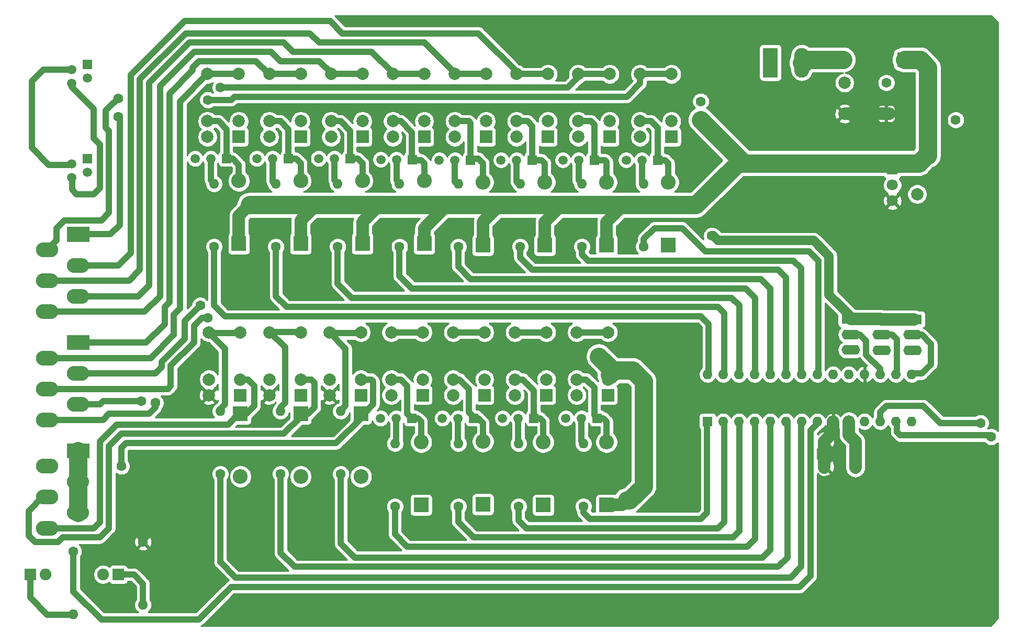
<source format=gbl>
%TF.GenerationSoftware,KiCad,Pcbnew,(5.1.6)-1*%
%TF.CreationDate,2020-10-13T15:42:58+02:00*%
%TF.ProjectId,Elektriciteitskast-Relaissturing,456c656b-7472-4696-9369-74656974736b,rev?*%
%TF.SameCoordinates,Original*%
%TF.FileFunction,Copper,L2,Bot*%
%TF.FilePolarity,Positive*%
%FSLAX46Y46*%
G04 Gerber Fmt 4.6, Leading zero omitted, Abs format (unit mm)*
G04 Created by KiCad (PCBNEW (5.1.6)-1) date 2020-10-13 15:42:58*
%MOMM*%
%LPD*%
G01*
G04 APERTURE LIST*
%TA.AperFunction,ComponentPad*%
%ADD10R,1.500000X1.500000*%
%TD*%
%TA.AperFunction,ComponentPad*%
%ADD11C,1.500000*%
%TD*%
%TA.AperFunction,ComponentPad*%
%ADD12C,2.000000*%
%TD*%
%TA.AperFunction,ComponentPad*%
%ADD13R,2.000000X2.000000*%
%TD*%
%TA.AperFunction,ComponentPad*%
%ADD14O,3.000000X1.600000*%
%TD*%
%TA.AperFunction,ComponentPad*%
%ADD15R,3.000000X1.600000*%
%TD*%
%TA.AperFunction,ComponentPad*%
%ADD16O,2.400000X2.400000*%
%TD*%
%TA.AperFunction,ComponentPad*%
%ADD17R,2.400000X2.400000*%
%TD*%
%TA.AperFunction,ComponentPad*%
%ADD18O,1.600000X1.600000*%
%TD*%
%TA.AperFunction,ComponentPad*%
%ADD19R,1.600000X1.600000*%
%TD*%
%TA.AperFunction,ComponentPad*%
%ADD20C,1.600000*%
%TD*%
%TA.AperFunction,ComponentPad*%
%ADD21C,1.800000*%
%TD*%
%TA.AperFunction,ComponentPad*%
%ADD22R,1.800000X1.800000*%
%TD*%
%TA.AperFunction,ComponentPad*%
%ADD23O,2.400000X4.800000*%
%TD*%
%TA.AperFunction,ComponentPad*%
%ADD24R,2.400000X4.800000*%
%TD*%
%TA.AperFunction,ComponentPad*%
%ADD25R,1.520000X1.520000*%
%TD*%
%TA.AperFunction,ComponentPad*%
%ADD26C,1.520000*%
%TD*%
%TA.AperFunction,ComponentPad*%
%ADD27C,1.900000*%
%TD*%
%TA.AperFunction,ComponentPad*%
%ADD28R,1.900000X1.900000*%
%TD*%
%TA.AperFunction,ComponentPad*%
%ADD29O,3.600000X2.400000*%
%TD*%
%TA.AperFunction,ComponentPad*%
%ADD30C,0.100000*%
%TD*%
%TA.AperFunction,ViaPad*%
%ADD31C,1.600000*%
%TD*%
%TA.AperFunction,Conductor*%
%ADD32C,3.000000*%
%TD*%
%TA.AperFunction,Conductor*%
%ADD33C,2.000000*%
%TD*%
%TA.AperFunction,Conductor*%
%ADD34C,1.500000*%
%TD*%
%TA.AperFunction,Conductor*%
%ADD35C,1.000000*%
%TD*%
%TA.AperFunction,Conductor*%
%ADD36C,0.254000*%
%TD*%
G04 APERTURE END LIST*
D10*
%TO.P,Q12,1*%
%TO.N,Net-(D12-Pad2)*%
X136500000Y-105750000D03*
D11*
%TO.P,Q12,3*%
%TO.N,GND*%
X131420000Y-105750000D03*
%TO.P,Q12,2*%
%TO.N,Net-(Q12-Pad2)*%
X133960000Y-105750000D03*
%TD*%
D10*
%TO.P,Q11,1*%
%TO.N,Net-(D11-Pad2)*%
X146500000Y-105750000D03*
D11*
%TO.P,Q11,3*%
%TO.N,GND*%
X141420000Y-105750000D03*
%TO.P,Q11,2*%
%TO.N,Net-(Q11-Pad2)*%
X143960000Y-105750000D03*
%TD*%
D10*
%TO.P,Q10,1*%
%TO.N,Net-(D10-Pad2)*%
X156250000Y-105750000D03*
D11*
%TO.P,Q10,3*%
%TO.N,GND*%
X151170000Y-105750000D03*
%TO.P,Q10,2*%
%TO.N,Net-(Q10-Pad2)*%
X153710000Y-105750000D03*
%TD*%
D10*
%TO.P,Q9,1*%
%TO.N,Net-(D9-Pad2)*%
X166500000Y-105750000D03*
D11*
%TO.P,Q9,3*%
%TO.N,GND*%
X161420000Y-105750000D03*
%TO.P,Q9,2*%
%TO.N,Net-(Q9-Pad2)*%
X163960000Y-105750000D03*
%TD*%
D10*
%TO.P,Q8,1*%
%TO.N,Net-(D8-Pad2)*%
X106500000Y-63750000D03*
D11*
%TO.P,Q8,3*%
%TO.N,GND*%
X101420000Y-63750000D03*
%TO.P,Q8,2*%
%TO.N,Net-(Q8-Pad2)*%
X103960000Y-63750000D03*
%TD*%
D10*
%TO.P,Q7,1*%
%TO.N,Net-(D7-Pad2)*%
X116500000Y-63750000D03*
D11*
%TO.P,Q7,3*%
%TO.N,GND*%
X111420000Y-63750000D03*
%TO.P,Q7,2*%
%TO.N,Net-(Q7-Pad2)*%
X113960000Y-63750000D03*
%TD*%
D10*
%TO.P,Q6,1*%
%TO.N,Net-(D6-Pad2)*%
X126500000Y-63750000D03*
D11*
%TO.P,Q6,3*%
%TO.N,GND*%
X121420000Y-63750000D03*
%TO.P,Q6,2*%
%TO.N,Net-(Q6-Pad2)*%
X123960000Y-63750000D03*
%TD*%
D10*
%TO.P,Q5,1*%
%TO.N,Net-(D5-Pad2)*%
X136550000Y-63900000D03*
D11*
%TO.P,Q5,3*%
%TO.N,GND*%
X131470000Y-63900000D03*
%TO.P,Q5,2*%
%TO.N,Net-(Q5-Pad2)*%
X134010000Y-63900000D03*
%TD*%
D10*
%TO.P,Q4,1*%
%TO.N,Net-(D4-Pad2)*%
X146000000Y-64000000D03*
D11*
%TO.P,Q4,3*%
%TO.N,GND*%
X140920000Y-64000000D03*
%TO.P,Q4,2*%
%TO.N,Net-(Q4-Pad2)*%
X143460000Y-64000000D03*
%TD*%
D10*
%TO.P,Q3,1*%
%TO.N,Net-(D3-Pad2)*%
X156000000Y-64000000D03*
D11*
%TO.P,Q3,3*%
%TO.N,GND*%
X150920000Y-64000000D03*
%TO.P,Q3,2*%
%TO.N,Net-(Q3-Pad2)*%
X153460000Y-64000000D03*
%TD*%
D10*
%TO.P,Q2,1*%
%TO.N,Net-(D2-Pad2)*%
X166000000Y-64000000D03*
D11*
%TO.P,Q2,3*%
%TO.N,GND*%
X160920000Y-64000000D03*
%TO.P,Q2,2*%
%TO.N,Net-(Q2-Pad2)*%
X163460000Y-64000000D03*
%TD*%
D10*
%TO.P,Q1,1*%
%TO.N,Net-(D1-Pad2)*%
X176250000Y-64000000D03*
D11*
%TO.P,Q1,3*%
%TO.N,GND*%
X171170000Y-64000000D03*
%TO.P,Q1,2*%
%TO.N,Net-(Q1-Pad2)*%
X173710000Y-64000000D03*
%TD*%
D12*
%TO.P,Re14,5*%
%TO.N,Net-(R14-Pad2)*%
X118500000Y-91840000D03*
%TO.P,Re14,6*%
X113420000Y-91840000D03*
%TO.P,Re14,2*%
%TO.N,Net-(D14-Pad1)*%
X118500000Y-99460000D03*
D13*
%TO.P,Re14,1*%
%TO.N,GND*%
X118500000Y-102000000D03*
D12*
%TO.P,Re14,9*%
X113420000Y-99460000D03*
%TO.P,Re14,10*%
%TO.N,VCC*%
X113420000Y-102000000D03*
%TD*%
D14*
%TO.P,JP3,3*%
%TO.N,VCC*%
X217500000Y-94750000D03*
%TO.P,JP3,2*%
%TO.N,Net-(JP3-Pad2)*%
X217500000Y-92250000D03*
D15*
%TO.P,JP3,1*%
%TO.N,GND*%
X217500000Y-89750000D03*
%TD*%
D16*
%TO.P,D3,2*%
%TO.N,Net-(D3-Pad2)*%
X158000000Y-67590000D03*
D17*
%TO.P,D3,1*%
%TO.N,+12V*%
X158000000Y-77750000D03*
%TD*%
D16*
%TO.P,D1,2*%
%TO.N,Net-(D1-Pad2)*%
X178000000Y-67590000D03*
D17*
%TO.P,D1,1*%
%TO.N,+12V*%
X178000000Y-77750000D03*
%TD*%
D16*
%TO.P,D2,2*%
%TO.N,Net-(D2-Pad2)*%
X168000000Y-67590000D03*
D17*
%TO.P,D2,1*%
%TO.N,+12V*%
X168000000Y-77750000D03*
%TD*%
D16*
%TO.P,D10,2*%
%TO.N,Net-(D10-Pad2)*%
X157750000Y-109590000D03*
D17*
%TO.P,D10,1*%
%TO.N,+12V*%
X157750000Y-119750000D03*
%TD*%
D16*
%TO.P,D9,2*%
%TO.N,Net-(D9-Pad2)*%
X168000000Y-109590000D03*
D17*
%TO.P,D9,1*%
%TO.N,+12V*%
X168000000Y-119750000D03*
%TD*%
D16*
%TO.P,D8,2*%
%TO.N,Net-(D8-Pad2)*%
X108500000Y-67340000D03*
D17*
%TO.P,D8,1*%
%TO.N,+12V*%
X108500000Y-77500000D03*
%TD*%
D16*
%TO.P,D7,2*%
%TO.N,Net-(D7-Pad2)*%
X118500000Y-67340000D03*
D17*
%TO.P,D7,1*%
%TO.N,+12V*%
X118500000Y-77500000D03*
%TD*%
D16*
%TO.P,D6,2*%
%TO.N,Net-(D6-Pad2)*%
X128500000Y-67340000D03*
D17*
%TO.P,D6,1*%
%TO.N,+12V*%
X128500000Y-77500000D03*
%TD*%
D16*
%TO.P,D4,2*%
%TO.N,Net-(D4-Pad2)*%
X148000000Y-67590000D03*
D17*
%TO.P,D4,1*%
%TO.N,+12V*%
X148000000Y-77750000D03*
%TD*%
D16*
%TO.P,D5,2*%
%TO.N,Net-(D5-Pad2)*%
X138500000Y-67340000D03*
D17*
%TO.P,D5,1*%
%TO.N,+12V*%
X138500000Y-77500000D03*
%TD*%
D16*
%TO.P,D12,2*%
%TO.N,Net-(D12-Pad2)*%
X138000000Y-109590000D03*
D17*
%TO.P,D12,1*%
%TO.N,+12V*%
X138000000Y-119750000D03*
%TD*%
D16*
%TO.P,D11,2*%
%TO.N,Net-(D11-Pad2)*%
X148000000Y-109500000D03*
D17*
%TO.P,D11,1*%
%TO.N,+12V*%
X148000000Y-119660000D03*
%TD*%
D12*
%TO.P,C5,2*%
%TO.N,GND*%
X208250000Y-113500000D03*
%TO.P,C5,1*%
%TO.N,VCC*%
X203250000Y-113500000D03*
%TD*%
%TO.P,Re15,5*%
%TO.N,Net-(R15-Pad2)*%
X108750000Y-91840000D03*
%TO.P,Re15,6*%
X103670000Y-91840000D03*
%TO.P,Re15,2*%
%TO.N,Net-(D15-Pad1)*%
X108750000Y-99460000D03*
D13*
%TO.P,Re15,1*%
%TO.N,GND*%
X108750000Y-102000000D03*
D12*
%TO.P,Re15,9*%
X103670000Y-99460000D03*
%TO.P,Re15,10*%
%TO.N,VCC*%
X103670000Y-102000000D03*
%TD*%
%TO.P,C6,2*%
%TO.N,GND*%
X208250000Y-109500000D03*
%TO.P,C6,1*%
%TO.N,VCC*%
X203250000Y-109500000D03*
%TD*%
D18*
%TO.P,U1,28*%
%TO.N,Net-(R8-Pad1)*%
X184350000Y-98630000D03*
%TO.P,U1,14*%
%TO.N,N/C*%
X217370000Y-106250000D03*
%TO.P,U1,27*%
%TO.N,Net-(R7-Pad1)*%
X186890000Y-98630000D03*
%TO.P,U1,13*%
%TO.N,Net-(J4-Pad4)*%
X214830000Y-106250000D03*
%TO.P,U1,26*%
%TO.N,Net-(R6-Pad1)*%
X189430000Y-98630000D03*
%TO.P,U1,12*%
%TO.N,Net-(J4-Pad2)*%
X212290000Y-106250000D03*
%TO.P,U1,25*%
%TO.N,Net-(R5-Pad1)*%
X191970000Y-98630000D03*
%TO.P,U1,11*%
%TO.N,N/C*%
X209750000Y-106250000D03*
%TO.P,U1,24*%
%TO.N,Net-(R4-Pad1)*%
X194510000Y-98630000D03*
%TO.P,U1,10*%
%TO.N,GND*%
X207210000Y-106250000D03*
%TO.P,U1,23*%
%TO.N,Net-(R3-Pad1)*%
X197050000Y-98630000D03*
%TO.P,U1,9*%
%TO.N,VCC*%
X204670000Y-106250000D03*
%TO.P,U1,22*%
%TO.N,Net-(R2-Pad1)*%
X199590000Y-98630000D03*
%TO.P,U1,8*%
%TO.N,Net-(R17-Pad1)*%
X202130000Y-106250000D03*
%TO.P,U1,21*%
%TO.N,Net-(R1-Pad1)*%
X202130000Y-98630000D03*
%TO.P,U1,7*%
%TO.N,Net-(R15-Pad1)*%
X199590000Y-106250000D03*
%TO.P,U1,20*%
%TO.N,N/C*%
X204670000Y-98630000D03*
%TO.P,U1,6*%
%TO.N,Net-(R14-Pad1)*%
X197050000Y-106250000D03*
%TO.P,U1,19*%
%TO.N,N/C*%
X207210000Y-98630000D03*
%TO.P,U1,5*%
%TO.N,Net-(R13-Pad1)*%
X194510000Y-106250000D03*
%TO.P,U1,18*%
%TO.N,VCC*%
X209750000Y-98630000D03*
%TO.P,U1,4*%
%TO.N,Net-(R12-Pad1)*%
X191970000Y-106250000D03*
%TO.P,U1,17*%
%TO.N,Net-(JP1-Pad2)*%
X212290000Y-98630000D03*
%TO.P,U1,3*%
%TO.N,Net-(R11-Pad1)*%
X189430000Y-106250000D03*
%TO.P,U1,16*%
%TO.N,Net-(JP2-Pad2)*%
X214830000Y-98630000D03*
%TO.P,U1,2*%
%TO.N,Net-(R10-Pad1)*%
X186890000Y-106250000D03*
%TO.P,U1,15*%
%TO.N,Net-(JP3-Pad2)*%
X217370000Y-98630000D03*
D19*
%TO.P,U1,1*%
%TO.N,Net-(R9-Pad1)*%
X184350000Y-106250000D03*
%TD*%
D14*
%TO.P,JP1,3*%
%TO.N,VCC*%
X207500000Y-94700000D03*
%TO.P,JP1,2*%
%TO.N,Net-(JP1-Pad2)*%
X207500000Y-92200000D03*
D15*
%TO.P,JP1,1*%
%TO.N,GND*%
X207500000Y-89700000D03*
%TD*%
D14*
%TO.P,JP2,3*%
%TO.N,VCC*%
X212500000Y-94750000D03*
%TO.P,JP2,2*%
%TO.N,Net-(JP2-Pad2)*%
X212500000Y-92250000D03*
D15*
%TO.P,JP2,1*%
%TO.N,GND*%
X212500000Y-89750000D03*
%TD*%
D12*
%TO.P,Re11,5*%
%TO.N,Net-(J2-Pad5)*%
X148250000Y-91840000D03*
%TO.P,Re11,6*%
X143170000Y-91840000D03*
%TO.P,Re11,2*%
%TO.N,+12V*%
X148250000Y-99460000D03*
D13*
%TO.P,Re11,1*%
%TO.N,N/C*%
X148250000Y-102000000D03*
D12*
%TO.P,Re11,9*%
%TO.N,Net-(D11-Pad2)*%
X143170000Y-99460000D03*
%TO.P,Re11,10*%
%TO.N,GND*%
X143170000Y-102000000D03*
%TD*%
%TO.P,Re13,5*%
%TO.N,Net-(R13-Pad2)*%
X128250000Y-91840000D03*
%TO.P,Re13,6*%
X123170000Y-91840000D03*
%TO.P,Re13,2*%
%TO.N,Net-(D13-Pad1)*%
X128250000Y-99460000D03*
D13*
%TO.P,Re13,1*%
%TO.N,GND*%
X128250000Y-102000000D03*
D12*
%TO.P,Re13,9*%
X123170000Y-99460000D03*
%TO.P,Re13,10*%
%TO.N,VCC*%
X123170000Y-102000000D03*
%TD*%
%TO.P,Re10,5*%
%TO.N,Net-(J2-Pad4)*%
X158250000Y-91840000D03*
%TO.P,Re10,6*%
X153170000Y-91840000D03*
%TO.P,Re10,2*%
%TO.N,+12V*%
X158250000Y-99460000D03*
D13*
%TO.P,Re10,1*%
%TO.N,N/C*%
X158250000Y-102000000D03*
D12*
%TO.P,Re10,9*%
%TO.N,Net-(D10-Pad2)*%
X153170000Y-99460000D03*
%TO.P,Re10,10*%
%TO.N,GND*%
X153170000Y-102000000D03*
%TD*%
%TO.P,Re12,5*%
%TO.N,Net-(J2-Pad6)*%
X138250000Y-91840000D03*
%TO.P,Re12,6*%
X133170000Y-91840000D03*
%TO.P,Re12,2*%
%TO.N,+12V*%
X138250000Y-99460000D03*
D13*
%TO.P,Re12,1*%
%TO.N,N/C*%
X138250000Y-102000000D03*
D12*
%TO.P,Re12,9*%
%TO.N,Net-(D12-Pad2)*%
X133170000Y-99460000D03*
%TO.P,Re12,10*%
%TO.N,GND*%
X133170000Y-102000000D03*
%TD*%
%TO.P,Re9,5*%
%TO.N,Net-(J2-Pad3)*%
X168250000Y-91840000D03*
%TO.P,Re9,6*%
X163170000Y-91840000D03*
%TO.P,Re9,2*%
%TO.N,+12V*%
X168250000Y-99460000D03*
D13*
%TO.P,Re9,1*%
%TO.N,N/C*%
X168250000Y-102000000D03*
D12*
%TO.P,Re9,9*%
%TO.N,Net-(D9-Pad2)*%
X163170000Y-99460000D03*
%TO.P,Re9,10*%
%TO.N,GND*%
X163170000Y-102000000D03*
%TD*%
%TO.P,Re5,5*%
%TO.N,Net-(J1-Pad5)*%
X138500000Y-50090000D03*
%TO.P,Re5,6*%
X133420000Y-50090000D03*
%TO.P,Re5,2*%
%TO.N,+12V*%
X138500000Y-57710000D03*
D13*
%TO.P,Re5,1*%
%TO.N,N/C*%
X138500000Y-60250000D03*
D12*
%TO.P,Re5,9*%
%TO.N,Net-(D5-Pad2)*%
X133420000Y-57710000D03*
%TO.P,Re5,10*%
%TO.N,GND*%
X133420000Y-60250000D03*
%TD*%
D16*
%TO.P,D15,2*%
%TO.N,GND*%
X108750000Y-115160000D03*
D17*
%TO.P,D15,1*%
%TO.N,Net-(D15-Pad1)*%
X108750000Y-105000000D03*
%TD*%
D12*
%TO.P,Re6,5*%
%TO.N,Net-(J1-Pad6)*%
X128500000Y-50090000D03*
%TO.P,Re6,6*%
X123420000Y-50090000D03*
%TO.P,Re6,2*%
%TO.N,+12V*%
X128500000Y-57710000D03*
D13*
%TO.P,Re6,1*%
%TO.N,N/C*%
X128500000Y-60250000D03*
D12*
%TO.P,Re6,9*%
%TO.N,Net-(D6-Pad2)*%
X123420000Y-57710000D03*
%TO.P,Re6,10*%
%TO.N,GND*%
X123420000Y-60250000D03*
%TD*%
%TO.P,Re1,5*%
%TO.N,Net-(J1-Pad1)*%
X178500000Y-50090000D03*
%TO.P,Re1,6*%
X173420000Y-50090000D03*
%TO.P,Re1,2*%
%TO.N,+12V*%
X178500000Y-57710000D03*
D13*
%TO.P,Re1,1*%
%TO.N,N/C*%
X178500000Y-60250000D03*
D12*
%TO.P,Re1,9*%
%TO.N,Net-(D1-Pad2)*%
X173420000Y-57710000D03*
%TO.P,Re1,10*%
%TO.N,GND*%
X173420000Y-60250000D03*
%TD*%
D16*
%TO.P,D14,2*%
%TO.N,GND*%
X118500000Y-115160000D03*
D17*
%TO.P,D14,1*%
%TO.N,Net-(D14-Pad1)*%
X118500000Y-105000000D03*
%TD*%
D12*
%TO.P,Re4,5*%
%TO.N,Net-(J1-Pad4)*%
X148500000Y-50090000D03*
%TO.P,Re4,6*%
X143420000Y-50090000D03*
%TO.P,Re4,2*%
%TO.N,+12V*%
X148500000Y-57710000D03*
D13*
%TO.P,Re4,1*%
%TO.N,N/C*%
X148500000Y-60250000D03*
D12*
%TO.P,Re4,9*%
%TO.N,Net-(D4-Pad2)*%
X143420000Y-57710000D03*
%TO.P,Re4,10*%
%TO.N,GND*%
X143420000Y-60250000D03*
%TD*%
%TO.P,Re7,5*%
%TO.N,Net-(J2-Pad1)*%
X118500000Y-50090000D03*
%TO.P,Re7,6*%
X113420000Y-50090000D03*
%TO.P,Re7,2*%
%TO.N,+12V*%
X118500000Y-57710000D03*
D13*
%TO.P,Re7,1*%
%TO.N,N/C*%
X118500000Y-60250000D03*
D12*
%TO.P,Re7,9*%
%TO.N,Net-(D7-Pad2)*%
X113420000Y-57710000D03*
%TO.P,Re7,10*%
%TO.N,GND*%
X113420000Y-60250000D03*
%TD*%
%TO.P,Re3,5*%
%TO.N,Net-(J1-Pad3)*%
X158500000Y-50090000D03*
%TO.P,Re3,6*%
X153420000Y-50090000D03*
%TO.P,Re3,2*%
%TO.N,+12V*%
X158500000Y-57710000D03*
D13*
%TO.P,Re3,1*%
%TO.N,N/C*%
X158500000Y-60250000D03*
D12*
%TO.P,Re3,9*%
%TO.N,Net-(D3-Pad2)*%
X153420000Y-57710000D03*
%TO.P,Re3,10*%
%TO.N,GND*%
X153420000Y-60250000D03*
%TD*%
%TO.P,Re8,5*%
%TO.N,Net-(J2-Pad2)*%
X108500000Y-50090000D03*
%TO.P,Re8,6*%
X103420000Y-50090000D03*
%TO.P,Re8,2*%
%TO.N,+12V*%
X108500000Y-57710000D03*
D13*
%TO.P,Re8,1*%
%TO.N,N/C*%
X108500000Y-60250000D03*
D12*
%TO.P,Re8,9*%
%TO.N,Net-(D8-Pad2)*%
X103420000Y-57710000D03*
%TO.P,Re8,10*%
%TO.N,GND*%
X103420000Y-60250000D03*
%TD*%
%TO.P,Re2,5*%
%TO.N,Net-(J1-Pad2)*%
X168500000Y-50090000D03*
%TO.P,Re2,6*%
X163420000Y-50090000D03*
%TO.P,Re2,2*%
%TO.N,+12V*%
X168500000Y-57710000D03*
D13*
%TO.P,Re2,1*%
%TO.N,N/C*%
X168500000Y-60250000D03*
D12*
%TO.P,Re2,9*%
%TO.N,Net-(D2-Pad2)*%
X163420000Y-57710000D03*
%TO.P,Re2,10*%
%TO.N,GND*%
X163420000Y-60250000D03*
%TD*%
D16*
%TO.P,D13,2*%
%TO.N,GND*%
X128250000Y-115160000D03*
D17*
%TO.P,D13,1*%
%TO.N,Net-(D13-Pad1)*%
X128250000Y-105000000D03*
%TD*%
D18*
%TO.P,R9,2*%
%TO.N,Net-(Q9-Pad2)*%
X164250000Y-109840000D03*
D20*
%TO.P,R9,1*%
%TO.N,Net-(R9-Pad1)*%
X164250000Y-120000000D03*
%TD*%
D18*
%TO.P,R11,2*%
%TO.N,Net-(Q11-Pad2)*%
X144000000Y-109840000D03*
D20*
%TO.P,R11,1*%
%TO.N,Net-(R11-Pad1)*%
X144000000Y-120000000D03*
%TD*%
D18*
%TO.P,R14,2*%
%TO.N,Net-(R14-Pad2)*%
X115250000Y-104590000D03*
D20*
%TO.P,R14,1*%
%TO.N,Net-(R14-Pad1)*%
X115250000Y-114750000D03*
%TD*%
D18*
%TO.P,R13,2*%
%TO.N,Net-(R13-Pad2)*%
X125000000Y-104590000D03*
D20*
%TO.P,R13,1*%
%TO.N,Net-(R13-Pad1)*%
X125000000Y-114750000D03*
%TD*%
D18*
%TO.P,R6,2*%
%TO.N,Net-(Q6-Pad2)*%
X124500000Y-67840000D03*
D20*
%TO.P,R6,1*%
%TO.N,Net-(R6-Pad1)*%
X124500000Y-78000000D03*
%TD*%
D18*
%TO.P,R10,2*%
%TO.N,Net-(Q10-Pad2)*%
X153750000Y-109840000D03*
D20*
%TO.P,R10,1*%
%TO.N,Net-(R10-Pad1)*%
X153750000Y-120000000D03*
%TD*%
D18*
%TO.P,R4,2*%
%TO.N,Net-(Q4-Pad2)*%
X144000000Y-67840000D03*
D20*
%TO.P,R4,1*%
%TO.N,Net-(R4-Pad1)*%
X144000000Y-78000000D03*
%TD*%
D18*
%TO.P,R5,2*%
%TO.N,Net-(Q5-Pad2)*%
X134500000Y-67840000D03*
D20*
%TO.P,R5,1*%
%TO.N,Net-(R5-Pad1)*%
X134500000Y-78000000D03*
%TD*%
D18*
%TO.P,R7,2*%
%TO.N,Net-(Q7-Pad2)*%
X114500000Y-67840000D03*
D20*
%TO.P,R7,1*%
%TO.N,Net-(R7-Pad1)*%
X114500000Y-78000000D03*
%TD*%
D18*
%TO.P,R8,2*%
%TO.N,Net-(Q8-Pad2)*%
X104500000Y-67840000D03*
D20*
%TO.P,R8,1*%
%TO.N,Net-(R8-Pad1)*%
X104500000Y-78000000D03*
%TD*%
D18*
%TO.P,R12,2*%
%TO.N,Net-(Q12-Pad2)*%
X133750000Y-109840000D03*
D20*
%TO.P,R12,1*%
%TO.N,Net-(R12-Pad1)*%
X133750000Y-120000000D03*
%TD*%
D18*
%TO.P,R15,2*%
%TO.N,Net-(R15-Pad2)*%
X105500000Y-104590000D03*
D20*
%TO.P,R15,1*%
%TO.N,Net-(R15-Pad1)*%
X105500000Y-114750000D03*
%TD*%
D18*
%TO.P,R1,2*%
%TO.N,Net-(Q1-Pad2)*%
X174000000Y-67840000D03*
D20*
%TO.P,R1,1*%
%TO.N,Net-(R1-Pad1)*%
X174000000Y-78000000D03*
%TD*%
D18*
%TO.P,R2,2*%
%TO.N,Net-(Q2-Pad2)*%
X164000000Y-67840000D03*
D20*
%TO.P,R2,1*%
%TO.N,Net-(R2-Pad1)*%
X164000000Y-78000000D03*
%TD*%
D18*
%TO.P,R3,2*%
%TO.N,Net-(Q3-Pad2)*%
X154000000Y-67840000D03*
D20*
%TO.P,R3,1*%
%TO.N,Net-(R3-Pad1)*%
X154000000Y-78000000D03*
%TD*%
D18*
%TO.P,R17,2*%
%TO.N,Net-(D18-Pad2)*%
X81750000Y-137410000D03*
D20*
%TO.P,R17,1*%
%TO.N,Net-(R17-Pad1)*%
X81750000Y-127250000D03*
%TD*%
D18*
%TO.P,R16,2*%
%TO.N,Net-(D17-Pad2)*%
X93000000Y-135910000D03*
D20*
%TO.P,R16,1*%
%TO.N,VCC*%
X93000000Y-125750000D03*
%TD*%
D16*
%TO.P,D16,2*%
%TO.N,Net-(D16-Pad2)*%
X206090000Y-47750000D03*
D17*
%TO.P,D16,1*%
%TO.N,+12V*%
X216250000Y-47750000D03*
%TD*%
D12*
%TO.P,C3,2*%
%TO.N,GND*%
X218250000Y-69500000D03*
%TO.P,C3,1*%
%TO.N,+12V*%
X218250000Y-64500000D03*
%TD*%
%TO.P,C1,2*%
%TO.N,GND*%
X206500000Y-51500000D03*
%TO.P,C1,1*%
%TO.N,VCC*%
X206500000Y-56500000D03*
%TD*%
D21*
%TO.P,U2,3*%
%TO.N,VCC*%
X214250000Y-70580000D03*
%TO.P,U2,2*%
%TO.N,GND*%
X214250000Y-68040000D03*
D22*
%TO.P,U2,1*%
%TO.N,+12V*%
X214250000Y-65500000D03*
%TD*%
D23*
%TO.P,J6,2*%
%TO.N,Net-(D16-Pad2)*%
X199580000Y-48250000D03*
D24*
%TO.P,J6,1*%
%TO.N,GND*%
X194500000Y-48250000D03*
%TD*%
D25*
%TO.P,J5,1*%
%TO.N,GND*%
X84000000Y-63750000D03*
D26*
%TO.P,J5,2*%
%TO.N,Net-(J4-Pad2)*%
X81460000Y-64650000D03*
%TO.P,J5,3*%
%TO.N,GND*%
X84000000Y-65950000D03*
%TO.P,J5,4*%
%TO.N,Net-(J4-Pad4)*%
X81460000Y-66850000D03*
%TD*%
D25*
%TO.P,J4,1*%
%TO.N,GND*%
X84000000Y-48500000D03*
D26*
%TO.P,J4,2*%
%TO.N,Net-(J4-Pad2)*%
X81460000Y-49400000D03*
%TO.P,J4,3*%
%TO.N,GND*%
X84000000Y-50700000D03*
%TO.P,J4,4*%
%TO.N,Net-(J4-Pad4)*%
X81460000Y-51600000D03*
%TD*%
D27*
%TO.P,D18,1*%
%TO.N,GND*%
X77250000Y-131000000D03*
D28*
%TO.P,D18,2*%
%TO.N,Net-(D18-Pad2)*%
X74750000Y-131000000D03*
%TD*%
D27*
%TO.P,D17,1*%
%TO.N,GND*%
X86500000Y-131000000D03*
D28*
%TO.P,D17,2*%
%TO.N,Net-(D17-Pad2)*%
X89000000Y-131000000D03*
%TD*%
D20*
%TO.P,C4,2*%
%TO.N,GND*%
X213250000Y-51500000D03*
D19*
%TO.P,C4,1*%
%TO.N,VCC*%
X213250000Y-56500000D03*
%TD*%
D20*
%TO.P,C2,2*%
%TO.N,GND*%
X224500000Y-57500000D03*
D19*
%TO.P,C2,1*%
%TO.N,+12V*%
X219500000Y-57500000D03*
%TD*%
D29*
%TO.P,J3,2*%
%TO.N,Net-(D13-Pad1)*%
X77500000Y-113500000D03*
%TA.AperFunction,ComponentPad*%
D30*
%TO.P,J3,1*%
%TO.N,GND*%
G36*
X80700000Y-112200000D02*
G01*
X80700000Y-109800000D01*
X84300000Y-109800000D01*
X84300000Y-112200000D01*
X80700000Y-112200000D01*
G37*
%TD.AperFunction*%
D29*
%TO.P,J3,3*%
X82500000Y-116000000D03*
%TO.P,J3,4*%
%TO.N,Net-(D14-Pad1)*%
X77500000Y-118500000D03*
%TO.P,J3,5*%
%TO.N,GND*%
X82500000Y-121000000D03*
%TO.P,J3,6*%
%TO.N,Net-(D15-Pad1)*%
X77500000Y-123500000D03*
%TD*%
%TO.P,J2,2*%
%TO.N,Net-(J2-Pad2)*%
X77500000Y-96000000D03*
%TA.AperFunction,ComponentPad*%
D30*
%TO.P,J2,1*%
%TO.N,Net-(J2-Pad1)*%
G36*
X80700000Y-94700000D02*
G01*
X80700000Y-92300000D01*
X84300000Y-92300000D01*
X84300000Y-94700000D01*
X80700000Y-94700000D01*
G37*
%TD.AperFunction*%
D29*
%TO.P,J2,3*%
%TO.N,Net-(J2-Pad3)*%
X82500000Y-98500000D03*
%TO.P,J2,4*%
%TO.N,Net-(J2-Pad4)*%
X77500000Y-101000000D03*
%TO.P,J2,5*%
%TO.N,Net-(J2-Pad5)*%
X82500000Y-103500000D03*
%TO.P,J2,6*%
%TO.N,Net-(J2-Pad6)*%
X77500000Y-106000000D03*
%TD*%
%TO.P,J1,2*%
%TO.N,Net-(J1-Pad2)*%
X77500000Y-78500000D03*
%TA.AperFunction,ComponentPad*%
D30*
%TO.P,J1,1*%
%TO.N,Net-(J1-Pad1)*%
G36*
X80700000Y-77200000D02*
G01*
X80700000Y-74800000D01*
X84300000Y-74800000D01*
X84300000Y-77200000D01*
X80700000Y-77200000D01*
G37*
%TD.AperFunction*%
D29*
%TO.P,J1,3*%
%TO.N,Net-(J1-Pad3)*%
X82500000Y-81000000D03*
%TO.P,J1,4*%
%TO.N,Net-(J1-Pad4)*%
X77500000Y-83500000D03*
%TO.P,J1,5*%
%TO.N,Net-(J1-Pad5)*%
X82500000Y-86000000D03*
%TO.P,J1,6*%
%TO.N,Net-(J1-Pad6)*%
X77500000Y-88500000D03*
%TD*%
D31*
%TO.N,GND*%
X185000000Y-76250000D03*
%TO.N,VCC*%
X97500000Y-114250000D03*
X97500000Y-111750000D03*
X93000000Y-123250000D03*
%TO.N,+12V*%
X183250000Y-57500000D03*
X183250000Y-54500000D03*
X166750000Y-95750000D03*
%TO.N,Net-(J1-Pad2)*%
X105500000Y-52250000D03*
X89000000Y-54000000D03*
%TO.N,Net-(J1-Pad1)*%
X103500000Y-54250000D03*
X89000000Y-57000000D03*
%TO.N,Net-(J2-Pad3)*%
X102250000Y-87500000D03*
%TO.N,Net-(J2-Pad4)*%
X103500000Y-89500000D03*
%TO.N,Net-(J2-Pad5)*%
X92750000Y-103000000D03*
%TO.N,Net-(J2-Pad6)*%
X95000000Y-103250000D03*
%TO.N,Net-(J4-Pad2)*%
X228500000Y-106500000D03*
%TO.N,Net-(J4-Pad4)*%
X230250000Y-108750000D03*
%TO.N,Net-(D13-Pad1)*%
X89500000Y-113500000D03*
%TD*%
D32*
%TO.N,GND*%
X82500000Y-121000000D02*
X82500000Y-116000000D01*
X82500000Y-116000000D02*
X82500000Y-111000000D01*
D33*
X207210000Y-106250000D02*
X207210000Y-108460000D01*
X207210000Y-108460000D02*
X208250000Y-109500000D01*
X208250000Y-109500000D02*
X208250000Y-113500000D01*
X208250000Y-113500000D02*
X208250000Y-113750000D01*
X207500000Y-89700000D02*
X212450000Y-89700000D01*
X212450000Y-89700000D02*
X212500000Y-89750000D01*
X212500000Y-89750000D02*
X217750000Y-89750000D01*
D34*
X207500000Y-89700000D02*
X207500000Y-89250000D01*
X207500000Y-89250000D02*
X204000000Y-85750000D01*
X204000000Y-85750000D02*
X204000000Y-79500000D01*
X204000000Y-79500000D02*
X201499980Y-76999980D01*
X201499980Y-76999980D02*
X185999980Y-76999980D01*
X185250000Y-76250000D02*
X185000000Y-76250000D01*
X185999980Y-76999980D02*
X185250000Y-76250000D01*
D33*
%TO.N,VCC*%
X204670000Y-106250000D02*
X204670000Y-108080000D01*
X204670000Y-108080000D02*
X203250000Y-109500000D01*
X203250000Y-109500000D02*
X203250000Y-113750000D01*
X206500000Y-56500000D02*
X213750000Y-56500000D01*
D34*
X97500000Y-111750000D02*
X97500000Y-114250000D01*
X97500000Y-114250000D02*
X96500000Y-114250000D01*
X96500000Y-114250000D02*
X93000000Y-117750000D01*
X93000000Y-125750000D02*
X93000000Y-123250000D01*
X93000000Y-117750000D02*
X93000000Y-123250000D01*
D35*
%TO.N,Net-(D1-Pad2)*%
X173420000Y-57710000D02*
X175210000Y-57710000D01*
X175210000Y-57710000D02*
X176250000Y-58750000D01*
X176250000Y-58750000D02*
X176250000Y-64000000D01*
X176250000Y-64000000D02*
X177500000Y-64000000D01*
X177500000Y-64000000D02*
X178000000Y-64500000D01*
X178000000Y-64500000D02*
X178000000Y-67750000D01*
%TO.N,Net-(D6-Pad2)*%
X123420000Y-57710000D02*
X124960000Y-57710000D01*
X124960000Y-57710000D02*
X126500000Y-59250000D01*
X126500000Y-59250000D02*
X126500000Y-63750000D01*
X126500000Y-63750000D02*
X127750000Y-63750000D01*
X127750000Y-63750000D02*
X128500000Y-64500000D01*
X128500000Y-64500000D02*
X128500000Y-67250000D01*
%TO.N,Net-(JP1-Pad2)*%
X207500000Y-92200000D02*
X208950000Y-92200000D01*
X208950000Y-92200000D02*
X210000000Y-93250000D01*
X210000000Y-93250000D02*
X210000000Y-95500000D01*
X210000000Y-95500000D02*
X212250000Y-97750000D01*
X212250000Y-97750000D02*
X212250000Y-98500000D01*
%TO.N,Net-(JP2-Pad2)*%
X212500000Y-92250000D02*
X214250000Y-92250000D01*
X214250000Y-92250000D02*
X215000000Y-93000000D01*
X215000000Y-93000000D02*
X215000000Y-98250000D01*
X215000000Y-98250000D02*
X214750000Y-98500000D01*
%TO.N,Net-(JP3-Pad2)*%
X217500000Y-92250000D02*
X219000000Y-92250000D01*
X219000000Y-92250000D02*
X220500000Y-93750000D01*
X220500000Y-93750000D02*
X220500000Y-97000000D01*
X220500000Y-97000000D02*
X219000000Y-98500000D01*
X219000000Y-98500000D02*
X217250000Y-98500000D01*
D32*
%TO.N,+12V*%
X216250000Y-47750000D02*
X218750000Y-47750000D01*
X218750000Y-47750000D02*
X220000000Y-49000000D01*
X220000000Y-49000000D02*
X220000000Y-57500000D01*
X220000000Y-57500000D02*
X220000000Y-63250000D01*
X220000000Y-63250000D02*
X219750000Y-63250000D01*
X219750000Y-63250000D02*
X218500000Y-64500000D01*
X218500000Y-64500000D02*
X190250000Y-64500000D01*
X190250000Y-64500000D02*
X183250000Y-57500000D01*
X190250000Y-64500000D02*
X189250000Y-64500000D01*
X189250000Y-64500000D02*
X182500000Y-71250000D01*
D33*
X108500000Y-73000000D02*
X110250000Y-71250000D01*
X108500000Y-77500000D02*
X108500000Y-73000000D01*
X118500000Y-73750000D02*
X121000000Y-71250000D01*
X118500000Y-77500000D02*
X118500000Y-73750000D01*
D32*
X121000000Y-71250000D02*
X110250000Y-71250000D01*
D33*
X128500000Y-74000000D02*
X131250000Y-71250000D01*
X128500000Y-77500000D02*
X128500000Y-74000000D01*
D32*
X131250000Y-71250000D02*
X121000000Y-71250000D01*
D33*
X138500000Y-75000000D02*
X142250000Y-71250000D01*
X138500000Y-77500000D02*
X138500000Y-75000000D01*
D32*
X142250000Y-71250000D02*
X131250000Y-71250000D01*
D33*
X148000000Y-74000000D02*
X150750000Y-71250000D01*
X148000000Y-77750000D02*
X148000000Y-74000000D01*
D32*
X150750000Y-71250000D02*
X142250000Y-71250000D01*
D33*
X158000000Y-74000000D02*
X160750000Y-71250000D01*
X158000000Y-77750000D02*
X158000000Y-74000000D01*
D32*
X160750000Y-71250000D02*
X150750000Y-71250000D01*
D33*
X168000000Y-77750000D02*
X168000000Y-74000000D01*
X168000000Y-74000000D02*
X170750000Y-71250000D01*
D32*
X182500000Y-71250000D02*
X170750000Y-71250000D01*
X170750000Y-71250000D02*
X160750000Y-71250000D01*
D33*
X168000000Y-119750000D02*
X170500000Y-119750000D01*
X170500000Y-119750000D02*
X171250000Y-119000000D01*
D32*
X171250000Y-119000000D02*
X171750000Y-119000000D01*
X171750000Y-119000000D02*
X174000000Y-116750000D01*
X174000000Y-116750000D02*
X174000000Y-99750000D01*
X174000000Y-99750000D02*
X172250000Y-98000000D01*
X172250000Y-98000000D02*
X169250000Y-98000000D01*
X169250000Y-98000000D02*
X168500000Y-98750000D01*
X169250000Y-98000000D02*
X169000000Y-98000000D01*
X169000000Y-98000000D02*
X166750000Y-95750000D01*
D35*
%TO.N,Net-(D2-Pad2)*%
X163420000Y-57710000D02*
X165460000Y-57710000D01*
X165460000Y-57710000D02*
X166000000Y-58250000D01*
X166000000Y-58250000D02*
X166000000Y-64000000D01*
X166000000Y-64000000D02*
X167750000Y-64000000D01*
X167750000Y-64000000D02*
X168000000Y-64250000D01*
X168000000Y-64250000D02*
X168000000Y-67500000D01*
%TO.N,Net-(D3-Pad2)*%
X153420000Y-57710000D02*
X155210000Y-57710000D01*
X155210000Y-57710000D02*
X156000000Y-58500000D01*
X156000000Y-58500000D02*
X156000000Y-64000000D01*
X156000000Y-64000000D02*
X157500000Y-64000000D01*
X157500000Y-64000000D02*
X158000000Y-64500000D01*
X158000000Y-64500000D02*
X158000000Y-67500000D01*
%TO.N,Net-(J1-Pad2)*%
X163420000Y-50090000D02*
X168410000Y-50090000D01*
X163420000Y-50090000D02*
X163420000Y-50580000D01*
X163420000Y-50580000D02*
X161750000Y-52250000D01*
X161750000Y-52250000D02*
X106250000Y-52250000D01*
X106250000Y-52250000D02*
X105500000Y-52250000D01*
X89000000Y-54000000D02*
X87500000Y-55500000D01*
X87500000Y-55500000D02*
X87000000Y-56000000D01*
X87000000Y-56000000D02*
X87000000Y-58750000D01*
X87000000Y-58750000D02*
X87500000Y-59250000D01*
X87500000Y-59250000D02*
X87500000Y-72500000D01*
X87500000Y-72500000D02*
X86250000Y-73750000D01*
X86250000Y-73750000D02*
X80250000Y-73750000D01*
X80250000Y-73750000D02*
X79000000Y-75000000D01*
X79000000Y-75000000D02*
X79000000Y-77000000D01*
X79000000Y-77000000D02*
X77500000Y-78500000D01*
%TO.N,Net-(J1-Pad1)*%
X173420000Y-50090000D02*
X178590000Y-50090000D01*
X173420000Y-50090000D02*
X173420000Y-51580000D01*
X173420000Y-51580000D02*
X171250000Y-53750000D01*
X171250000Y-53750000D02*
X107750000Y-53750000D01*
X107750000Y-53750000D02*
X107250000Y-54250000D01*
X107250000Y-54250000D02*
X103500000Y-54250000D01*
X89000000Y-57000000D02*
X89250000Y-57250000D01*
X89250000Y-57250000D02*
X89250000Y-74500000D01*
X89250000Y-74500000D02*
X87750000Y-76000000D01*
X87750000Y-76000000D02*
X82500000Y-76000000D01*
%TO.N,Net-(J1-Pad3)*%
X153420000Y-50090000D02*
X158590000Y-50090000D01*
X147250000Y-43500000D02*
X153750000Y-50000000D01*
X125250000Y-43500000D02*
X147250000Y-43500000D01*
X99750000Y-41500000D02*
X123250000Y-41500000D01*
X89000000Y-81000000D02*
X90999980Y-79000020D01*
X99257372Y-41992628D02*
X99750000Y-41500000D01*
X82500000Y-81000000D02*
X89000000Y-81000000D01*
X99257372Y-41999960D02*
X99257372Y-41992628D01*
X123250000Y-41500000D02*
X125250000Y-43500000D01*
X90999980Y-79000020D02*
X90999980Y-50257352D01*
X90999980Y-50257352D02*
X99257372Y-41999960D01*
%TO.N,Net-(J1-Pad4)*%
X143420000Y-50090000D02*
X148340000Y-50090000D01*
X77500000Y-83500000D02*
X90750000Y-83500000D01*
X90750000Y-83500000D02*
X92499990Y-81750010D01*
X92499990Y-81750010D02*
X92499990Y-50878676D01*
X92499990Y-50878676D02*
X99878696Y-43499970D01*
X99878696Y-43499970D02*
X119999970Y-43499970D01*
X119999970Y-43499970D02*
X121500000Y-45000000D01*
X121500000Y-45000000D02*
X138500000Y-45000000D01*
X138500000Y-45000000D02*
X143750000Y-50250000D01*
%TO.N,Net-(J1-Pad5)*%
X133420000Y-50090000D02*
X138410000Y-50090000D01*
X82500000Y-86000000D02*
X92250000Y-86000000D01*
X92250000Y-86000000D02*
X94000000Y-84250000D01*
X94000000Y-84250000D02*
X94000000Y-51500000D01*
X94000000Y-51500000D02*
X100500020Y-44999980D01*
X100500020Y-44999980D02*
X115749990Y-44999980D01*
X115749990Y-44999980D02*
X117250010Y-46500000D01*
X117250010Y-46500000D02*
X130000000Y-46500000D01*
X130000000Y-46500000D02*
X133500000Y-50000000D01*
%TO.N,Net-(J1-Pad6)*%
X123420000Y-50090000D02*
X128410000Y-50090000D01*
X77500000Y-88500000D02*
X93250000Y-88500000D01*
X93250000Y-88500000D02*
X95749990Y-86000010D01*
X95749990Y-86000010D02*
X95749990Y-52000010D01*
X95749990Y-52000010D02*
X101250010Y-46499990D01*
X101250010Y-46499990D02*
X113749990Y-46499990D01*
X113749990Y-46499990D02*
X115250000Y-48000000D01*
X115250000Y-48000000D02*
X121500000Y-48000000D01*
X121500000Y-48000000D02*
X123500000Y-50000000D01*
%TO.N,Net-(J2-Pad2)*%
X103420000Y-50090000D02*
X108410000Y-50090000D01*
X77500000Y-96000000D02*
X94250000Y-96000000D01*
X94250000Y-96000000D02*
X98000000Y-92250000D01*
X98000000Y-92250000D02*
X98000000Y-89000000D01*
X98000000Y-89000000D02*
X99000000Y-88000000D01*
X99000000Y-88000000D02*
X99000000Y-54500000D01*
X99000000Y-54500000D02*
X103500000Y-50000000D01*
%TO.N,Net-(J2-Pad1)*%
X113420000Y-50090000D02*
X118590000Y-50090000D01*
X82500000Y-93500000D02*
X93500000Y-93500000D01*
X93500000Y-93500000D02*
X96500000Y-90500000D01*
X96500000Y-90500000D02*
X96500000Y-87750000D01*
X96500000Y-87750000D02*
X97250000Y-87000000D01*
X97250000Y-87000000D02*
X97250000Y-53250000D01*
X97250000Y-53250000D02*
X101000000Y-49500000D01*
X101000000Y-49500000D02*
X101000000Y-49000000D01*
X101000000Y-49000000D02*
X102000000Y-48000000D01*
X102000000Y-48000000D02*
X111250000Y-48000000D01*
X111250000Y-48000000D02*
X113250000Y-50000000D01*
%TO.N,Net-(J2-Pad3)*%
X163170000Y-91840000D02*
X168340000Y-91840000D01*
X82500000Y-98500000D02*
X95000000Y-98500000D01*
X95000000Y-98500000D02*
X96000000Y-97500000D01*
X96000000Y-97500000D02*
X96000000Y-96628666D01*
X96000000Y-96628666D02*
X99750000Y-92878666D01*
X99750000Y-92878666D02*
X99750000Y-90000000D01*
X99750000Y-90000000D02*
X102250000Y-87500000D01*
%TO.N,Net-(J2-Pad4)*%
X153170000Y-91840000D02*
X158410000Y-91840000D01*
X77500000Y-101000000D02*
X97000000Y-101000000D01*
X97000000Y-101000000D02*
X97500000Y-100500000D01*
X97500000Y-100500000D02*
X97500000Y-97250000D01*
X97500000Y-97250000D02*
X101250000Y-93500000D01*
X101250000Y-93500000D02*
X101250000Y-90750000D01*
X101250000Y-90750000D02*
X102500000Y-89500000D01*
X102500000Y-89500000D02*
X103500000Y-89500000D01*
%TO.N,Net-(J2-Pad5)*%
X143170000Y-91840000D02*
X148090000Y-91840000D01*
X82500000Y-103500000D02*
X86000000Y-103500000D01*
X86000000Y-103500000D02*
X86500000Y-103000000D01*
X86500000Y-103000000D02*
X92750000Y-103000000D01*
%TO.N,Net-(J2-Pad6)*%
X133170000Y-91840000D02*
X138340000Y-91840000D01*
X77500000Y-106000000D02*
X86000000Y-106000000D01*
X86000000Y-106000000D02*
X86500000Y-106000000D01*
X86500000Y-106000000D02*
X87500000Y-105000000D01*
X87500000Y-105000000D02*
X94000000Y-105000000D01*
X94000000Y-105000000D02*
X95000000Y-104000000D01*
X95000000Y-104000000D02*
X95000000Y-103250000D01*
%TO.N,Net-(J4-Pad2)*%
X81460000Y-49400000D02*
X76850000Y-49400000D01*
X76850000Y-49400000D02*
X75000000Y-51250000D01*
X75000000Y-51250000D02*
X75000000Y-62000000D01*
X75000000Y-62000000D02*
X77750000Y-64750000D01*
X77750000Y-64750000D02*
X81500000Y-64750000D01*
X228500000Y-106500000D02*
X222000000Y-106500000D01*
X222000000Y-106500000D02*
X219250000Y-103750000D01*
X219250000Y-103750000D02*
X213250000Y-103750000D01*
X213250000Y-103750000D02*
X212250000Y-104750000D01*
X212250000Y-104750000D02*
X212250000Y-106250000D01*
%TO.N,Net-(J4-Pad4)*%
X81460000Y-51600000D02*
X81460000Y-52210000D01*
X81460000Y-52210000D02*
X85000000Y-55750000D01*
X85000000Y-55750000D02*
X85000000Y-60500000D01*
X85000000Y-60500000D02*
X86000000Y-61500000D01*
X86000000Y-61500000D02*
X86000000Y-68500000D01*
X86000000Y-68500000D02*
X85000000Y-69500000D01*
X85000000Y-69500000D02*
X82250000Y-69500000D01*
X82250000Y-69500000D02*
X81500000Y-68750000D01*
X81500000Y-68750000D02*
X81500000Y-66750000D01*
X230250000Y-108750000D02*
X230000000Y-108500000D01*
X230000000Y-108500000D02*
X215500000Y-108500000D01*
X215500000Y-108500000D02*
X215000000Y-108000000D01*
X215000000Y-108000000D02*
X215000000Y-106250000D01*
%TO.N,Net-(D4-Pad2)*%
X143420000Y-57710000D02*
X145710000Y-57710000D01*
X145710000Y-57710000D02*
X146000000Y-58000000D01*
X146000000Y-58000000D02*
X146000000Y-63750000D01*
X146000000Y-63750000D02*
X147250000Y-63750000D01*
X147250000Y-63750000D02*
X148000000Y-64500000D01*
X148000000Y-64500000D02*
X148000000Y-67500000D01*
%TO.N,Net-(D5-Pad2)*%
X133420000Y-57710000D02*
X134710000Y-57710000D01*
X134710000Y-57710000D02*
X136500000Y-59500000D01*
X136500000Y-59500000D02*
X136500000Y-64000000D01*
X136500000Y-64000000D02*
X138000000Y-64000000D01*
X138000000Y-64000000D02*
X138500000Y-64500000D01*
X138500000Y-64500000D02*
X138500000Y-67500000D01*
%TO.N,Net-(D7-Pad2)*%
X113420000Y-57710000D02*
X115210000Y-57710000D01*
X115210000Y-57710000D02*
X116500000Y-59000000D01*
X116500000Y-59000000D02*
X116500000Y-63750000D01*
X116500000Y-63750000D02*
X117750000Y-63750000D01*
X117750000Y-63750000D02*
X118500000Y-64500000D01*
X118500000Y-64500000D02*
X118500000Y-67250000D01*
%TO.N,Net-(D8-Pad2)*%
X103420000Y-57710000D02*
X105210000Y-57710000D01*
X105210000Y-57710000D02*
X106500000Y-59000000D01*
X106500000Y-59000000D02*
X106500000Y-63750000D01*
X106500000Y-63750000D02*
X107500000Y-63750000D01*
X107500000Y-63750000D02*
X108500000Y-64750000D01*
X108500000Y-64750000D02*
X108500000Y-67250000D01*
%TO.N,Net-(D9-Pad2)*%
X163170000Y-99460000D02*
X164710000Y-99460000D01*
X164710000Y-99460000D02*
X166000000Y-100750000D01*
X166000000Y-100750000D02*
X166000000Y-105250000D01*
X166000000Y-105250000D02*
X166500000Y-105750000D01*
X166500000Y-105750000D02*
X167500000Y-105750000D01*
X167500000Y-105750000D02*
X168000000Y-106250000D01*
X168000000Y-106250000D02*
X168000000Y-109500000D01*
%TO.N,Net-(D10-Pad2)*%
X153170000Y-99460000D02*
X154460000Y-99460000D01*
X154460000Y-99460000D02*
X156250000Y-101250000D01*
X156250000Y-101250000D02*
X156250000Y-105750000D01*
X156250000Y-105750000D02*
X157250000Y-105750000D01*
X157250000Y-105750000D02*
X157750000Y-106250000D01*
X157750000Y-106250000D02*
X157750000Y-109500000D01*
%TO.N,Net-(D11-Pad2)*%
X143170000Y-99460000D02*
X144210000Y-99460000D01*
X144210000Y-99460000D02*
X145750000Y-101000000D01*
X145750000Y-101000000D02*
X145750000Y-104750000D01*
X145750000Y-104750000D02*
X146500000Y-105500000D01*
X146500000Y-105750000D02*
X147250000Y-105750000D01*
X147250000Y-105750000D02*
X148000000Y-106500000D01*
X148000000Y-106500000D02*
X148000000Y-109500000D01*
%TO.N,Net-(D12-Pad2)*%
X133170000Y-99460000D02*
X134710000Y-99460000D01*
X134710000Y-99460000D02*
X135750000Y-100500000D01*
X135750000Y-100500000D02*
X135750000Y-105000000D01*
X135750000Y-105000000D02*
X136500000Y-105750000D01*
X136500000Y-105750000D02*
X137500000Y-105750000D01*
X137500000Y-105750000D02*
X138000000Y-106250000D01*
X138000000Y-106250000D02*
X138000000Y-109750000D01*
D32*
%TO.N,Net-(D16-Pad2)*%
X199580000Y-48250000D02*
X200000000Y-48250000D01*
X200000000Y-48250000D02*
X200500000Y-47750000D01*
X200500000Y-47750000D02*
X206250000Y-47750000D01*
D35*
%TO.N,Net-(D17-Pad2)*%
X89000000Y-131000000D02*
X91500000Y-131000000D01*
X91500000Y-131000000D02*
X93000000Y-132500000D01*
X93000000Y-132500000D02*
X93000000Y-136000000D01*
%TO.N,Net-(D18-Pad2)*%
X74750000Y-131000000D02*
X74750000Y-134750000D01*
X74750000Y-134750000D02*
X77500000Y-137500000D01*
X77500000Y-137500000D02*
X81750000Y-137500000D01*
%TO.N,Net-(Q1-Pad2)*%
X173710000Y-64000000D02*
X173710000Y-67460000D01*
X173710000Y-67460000D02*
X174000000Y-67750000D01*
%TO.N,Net-(Q2-Pad2)*%
X163460000Y-64000000D02*
X163460000Y-67210000D01*
X163460000Y-67210000D02*
X164000000Y-67750000D01*
%TO.N,Net-(Q3-Pad2)*%
X153460000Y-64000000D02*
X153460000Y-67460000D01*
X153460000Y-67460000D02*
X154000000Y-68000000D01*
%TO.N,Net-(Q4-Pad2)*%
X143460000Y-64000000D02*
X143460000Y-67460000D01*
X143460000Y-67460000D02*
X144000000Y-68000000D01*
%TO.N,Net-(Q5-Pad2)*%
X134010000Y-63900000D02*
X134010000Y-67260000D01*
X134010000Y-67260000D02*
X134500000Y-67750000D01*
%TO.N,Net-(Q6-Pad2)*%
X123960000Y-63750000D02*
X123960000Y-67210000D01*
X123960000Y-67210000D02*
X124500000Y-67750000D01*
%TO.N,Net-(Q7-Pad2)*%
X113960000Y-63750000D02*
X113960000Y-67460000D01*
X113960000Y-67460000D02*
X114500000Y-68000000D01*
%TO.N,Net-(Q8-Pad2)*%
X103960000Y-63750000D02*
X103960000Y-67210000D01*
X103960000Y-67210000D02*
X104500000Y-67750000D01*
%TO.N,Net-(Q9-Pad2)*%
X163960000Y-105750000D02*
X163960000Y-109460000D01*
X163960000Y-109460000D02*
X164250000Y-109750000D01*
%TO.N,Net-(Q10-Pad2)*%
X153710000Y-105750000D02*
X153710000Y-109710000D01*
X153710000Y-109710000D02*
X153750000Y-109750000D01*
%TO.N,Net-(Q11-Pad2)*%
X143960000Y-105750000D02*
X143960000Y-109710000D01*
X143960000Y-109710000D02*
X144000000Y-109750000D01*
%TO.N,Net-(Q12-Pad2)*%
X133960000Y-105750000D02*
X133960000Y-109540000D01*
X133960000Y-109540000D02*
X133750000Y-109750000D01*
%TO.N,Net-(R17-Pad1)*%
X202130000Y-106250000D02*
X202130000Y-106620000D01*
X202130000Y-106620000D02*
X201000000Y-107750000D01*
X201000000Y-107750000D02*
X201000000Y-131250000D01*
X201000000Y-131250000D02*
X199250000Y-133000000D01*
X199250000Y-133000000D02*
X107250000Y-133000000D01*
X107250000Y-133000000D02*
X102000000Y-138250000D01*
X102000000Y-138250000D02*
X86250000Y-138250000D01*
X86250000Y-138250000D02*
X81750000Y-133750000D01*
X81750000Y-133750000D02*
X81750000Y-127250000D01*
%TO.N,Net-(R1-Pad1)*%
X174000000Y-78000000D02*
X174000000Y-76750000D01*
X174000000Y-76750000D02*
X175750000Y-75000000D01*
X175750000Y-75000000D02*
X179500000Y-75000000D01*
X179500000Y-75000000D02*
X180250000Y-75000000D01*
X180250000Y-75000000D02*
X183999990Y-78749990D01*
X183999990Y-78749990D02*
X200749990Y-78749990D01*
X200749990Y-78749990D02*
X202250000Y-80250000D01*
X202250000Y-80250000D02*
X202250000Y-98750000D01*
%TO.N,Net-(R2-Pad1)*%
X164000000Y-78000000D02*
X164000000Y-79250000D01*
X164000000Y-79250000D02*
X165000000Y-80250000D01*
X165000000Y-80250000D02*
X198250000Y-80250000D01*
X198250000Y-80250000D02*
X199500000Y-81500000D01*
X199500000Y-81500000D02*
X199500000Y-98750000D01*
%TO.N,Net-(R3-Pad1)*%
X154000000Y-78000000D02*
X154000000Y-79750000D01*
X154000000Y-79750000D02*
X156000010Y-81750010D01*
X156000010Y-81750010D02*
X195750010Y-81750010D01*
X195750010Y-81750010D02*
X197000000Y-83000000D01*
X197000000Y-83000000D02*
X197000000Y-98750000D01*
%TO.N,Net-(R4-Pad1)*%
X144000000Y-78000000D02*
X144000000Y-81250000D01*
X144000000Y-81250000D02*
X146000020Y-83250020D01*
X146000020Y-83250020D02*
X193000020Y-83250020D01*
X193000020Y-83250020D02*
X194500000Y-84750000D01*
X194500000Y-84750000D02*
X194500000Y-98750000D01*
%TO.N,Net-(R5-Pad1)*%
X134500000Y-78000000D02*
X134500000Y-82750000D01*
X134500000Y-82750000D02*
X136500030Y-84750030D01*
X136500030Y-84750030D02*
X190500030Y-84750030D01*
X190500030Y-84750030D02*
X192000000Y-86250000D01*
X192000000Y-86250000D02*
X192000000Y-98750000D01*
%TO.N,Net-(R6-Pad1)*%
X124500000Y-78000000D02*
X124500000Y-84000000D01*
X124500000Y-84000000D02*
X126750040Y-86250040D01*
X126750040Y-86250040D02*
X188250040Y-86250040D01*
X188250040Y-86250040D02*
X189500000Y-87500000D01*
X189500000Y-87500000D02*
X189500000Y-98750000D01*
%TO.N,Net-(R7-Pad1)*%
X114500000Y-78000000D02*
X114500000Y-86000000D01*
X114500000Y-86000000D02*
X116250050Y-87750050D01*
X116250050Y-87750050D02*
X186000050Y-87750050D01*
X186000050Y-87750050D02*
X187000000Y-88750000D01*
X187000000Y-88750000D02*
X187000000Y-98750000D01*
%TO.N,Net-(R8-Pad1)*%
X104500000Y-78000000D02*
X104500000Y-87500000D01*
X104500000Y-87500000D02*
X106250060Y-89250060D01*
X106250060Y-89250060D02*
X183250060Y-89250060D01*
X183250060Y-89250060D02*
X184500000Y-90500000D01*
X184500000Y-90500000D02*
X184500000Y-98750000D01*
%TO.N,Net-(R9-Pad1)*%
X164250000Y-120000000D02*
X164250000Y-121000000D01*
X164250000Y-121000000D02*
X165250000Y-122000000D01*
X165250000Y-122000000D02*
X183250000Y-122000000D01*
X183250000Y-122000000D02*
X184250000Y-121000000D01*
X184250000Y-121000000D02*
X184250000Y-106250000D01*
%TO.N,Net-(R10-Pad1)*%
X153750000Y-120000000D02*
X153750000Y-122250000D01*
X153750000Y-122250000D02*
X155000000Y-123500000D01*
X155000000Y-123500000D02*
X186000000Y-123500000D01*
X186000000Y-123500000D02*
X187000000Y-122500000D01*
X187000000Y-122500000D02*
X187000000Y-106250000D01*
%TO.N,Net-(R11-Pad1)*%
X144000000Y-120000000D02*
X144000000Y-122500000D01*
X144000000Y-122500000D02*
X146500010Y-125000010D01*
X146500010Y-125000010D02*
X188499990Y-125000010D01*
X188499990Y-125000010D02*
X189500000Y-124000000D01*
X189500000Y-124000000D02*
X189500000Y-106250000D01*
%TO.N,Net-(R12-Pad1)*%
X133750000Y-120000000D02*
X133750000Y-124500000D01*
X133750000Y-124500000D02*
X135750020Y-126500020D01*
X135750020Y-126500020D02*
X190749980Y-126500020D01*
X190749980Y-126500020D02*
X192000000Y-125250000D01*
X192000000Y-125250000D02*
X192000000Y-106250000D01*
%TO.N,Net-(R13-Pad1)*%
X125000000Y-114750000D02*
X125000000Y-126000000D01*
X125000000Y-126000000D02*
X127250000Y-128250000D01*
X127250000Y-128250000D02*
X193250000Y-128250000D01*
X193250000Y-128250000D02*
X194500000Y-127000000D01*
X194500000Y-127000000D02*
X194500000Y-106250000D01*
%TO.N,Net-(R14-Pad1)*%
X115250000Y-114750000D02*
X115250000Y-127500000D01*
X115250000Y-127500000D02*
X117500010Y-129750010D01*
X117500010Y-129750010D02*
X195749990Y-129750010D01*
X195749990Y-129750010D02*
X197250000Y-128250000D01*
X197250000Y-128250000D02*
X197250000Y-106250000D01*
%TO.N,Net-(R15-Pad1)*%
X105500000Y-114750000D02*
X105500000Y-129000000D01*
X105500000Y-129000000D02*
X108000000Y-131500000D01*
X108000000Y-131500000D02*
X197750000Y-131500000D01*
X197750000Y-131500000D02*
X199500000Y-129750000D01*
X199500000Y-129750000D02*
X199500000Y-106250000D01*
%TO.N,Net-(D13-Pad1)*%
X128250000Y-99460000D02*
X129960000Y-99460000D01*
X129960000Y-99460000D02*
X130250000Y-99750000D01*
X130250000Y-99750000D02*
X130250000Y-103500000D01*
X130250000Y-103500000D02*
X128750000Y-105000000D01*
X128750000Y-105000000D02*
X128250000Y-105000000D01*
X128250000Y-105000000D02*
X128250000Y-105750000D01*
X128250000Y-105750000D02*
X124249980Y-109750020D01*
X124249980Y-109750020D02*
X90250000Y-109750020D01*
X90250000Y-109750020D02*
X90249980Y-109750020D01*
X90249980Y-109750020D02*
X89500000Y-110500000D01*
X89500000Y-110500000D02*
X89500000Y-113500000D01*
%TO.N,Net-(D14-Pad1)*%
X118500000Y-99460000D02*
X120210000Y-99460000D01*
X120210000Y-99460000D02*
X120750000Y-100000000D01*
X120750000Y-100000000D02*
X120750000Y-104000000D01*
X120750000Y-104000000D02*
X119750000Y-105000000D01*
X119750000Y-105000000D02*
X118250000Y-105000000D01*
X118500000Y-105000000D02*
X118500000Y-105500000D01*
X118500000Y-105500000D02*
X115749990Y-108250010D01*
X115749990Y-108250010D02*
X89500010Y-108250010D01*
X89500010Y-108250010D02*
X87500010Y-110250010D01*
X87500010Y-110250010D02*
X87500010Y-123121324D01*
X87500010Y-123121324D02*
X87500010Y-123499990D01*
X87500010Y-123499990D02*
X86000000Y-125000000D01*
X86000000Y-125000000D02*
X80000000Y-125000000D01*
X80000000Y-125000000D02*
X79250000Y-125750000D01*
X79250000Y-125750000D02*
X75500000Y-125750000D01*
X75500000Y-125750000D02*
X74500000Y-124750000D01*
X74500000Y-124750000D02*
X74500000Y-120750000D01*
X74500000Y-120750000D02*
X76750000Y-118500000D01*
X76750000Y-118500000D02*
X77500000Y-118500000D01*
%TO.N,Net-(D15-Pad1)*%
X108750000Y-99460000D02*
X109960000Y-99460000D01*
X109960000Y-99460000D02*
X111000000Y-100500000D01*
X111000000Y-100500000D02*
X111000000Y-103750000D01*
X111000000Y-103750000D02*
X109750000Y-105000000D01*
X109750000Y-105000000D02*
X109000000Y-105000000D01*
X109000000Y-105000000D02*
X108500000Y-105000000D01*
X108500000Y-105000000D02*
X106750000Y-106750000D01*
X106750000Y-106750000D02*
X88750000Y-106750000D01*
X88750000Y-106750000D02*
X86000000Y-109500000D01*
X86000000Y-109500000D02*
X86000000Y-122500000D01*
X86000000Y-122500000D02*
X85000000Y-123500000D01*
X85000000Y-123500000D02*
X77500000Y-123500000D01*
%TO.N,Net-(R13-Pad2)*%
X125000000Y-104590000D02*
X125000000Y-104500000D01*
X125000000Y-104500000D02*
X125750000Y-103750000D01*
X125750000Y-103750000D02*
X125750000Y-94500000D01*
X125750000Y-94500000D02*
X123250000Y-92000000D01*
X123250000Y-92000000D02*
X128250000Y-92000000D01*
%TO.N,Net-(R14-Pad2)*%
X115250000Y-104590000D02*
X115250000Y-104000000D01*
X115250000Y-104000000D02*
X116000000Y-103250000D01*
X116000000Y-103250000D02*
X116000000Y-94250000D01*
X116000000Y-94250000D02*
X113500000Y-91750000D01*
X113500000Y-91750000D02*
X118750000Y-91750000D01*
%TO.N,Net-(R15-Pad2)*%
X105500000Y-104590000D02*
X105500000Y-104250000D01*
X105500000Y-104250000D02*
X106250000Y-103500000D01*
X106250000Y-103500000D02*
X106250000Y-94500000D01*
X106250000Y-94500000D02*
X103750000Y-92000000D01*
X103750000Y-92000000D02*
X109000000Y-92000000D01*
%TD*%
D36*
%TO.N,VCC*%
G36*
X231315000Y-41744606D02*
G01*
X231315001Y-107785605D01*
X231164759Y-107635363D01*
X230929727Y-107478320D01*
X230668574Y-107370147D01*
X230391335Y-107315000D01*
X230108665Y-107315000D01*
X229857301Y-107365000D01*
X229647885Y-107365000D01*
X229771680Y-107179727D01*
X229879853Y-106918574D01*
X229935000Y-106641335D01*
X229935000Y-106358665D01*
X229879853Y-106081426D01*
X229771680Y-105820273D01*
X229614637Y-105585241D01*
X229414759Y-105385363D01*
X229179727Y-105228320D01*
X228918574Y-105120147D01*
X228641335Y-105065000D01*
X228358665Y-105065000D01*
X228081426Y-105120147D01*
X227820273Y-105228320D01*
X227615716Y-105365000D01*
X222470132Y-105365000D01*
X220091996Y-102986865D01*
X220056449Y-102943551D01*
X219883623Y-102801716D01*
X219686447Y-102696324D01*
X219472499Y-102631423D01*
X219305752Y-102615000D01*
X219305751Y-102615000D01*
X219250000Y-102609509D01*
X219194249Y-102615000D01*
X213305752Y-102615000D01*
X213250000Y-102609509D01*
X213027501Y-102631423D01*
X212813553Y-102696324D01*
X212616377Y-102801716D01*
X212486856Y-102908011D01*
X212486855Y-102908012D01*
X212443551Y-102943551D01*
X212408013Y-102986855D01*
X211486864Y-103908005D01*
X211443551Y-103943551D01*
X211301716Y-104116377D01*
X211215594Y-104277502D01*
X211196324Y-104313554D01*
X211131423Y-104527502D01*
X211109509Y-104750000D01*
X211115000Y-104805751D01*
X211115000Y-105425581D01*
X211020000Y-105567759D01*
X210864637Y-105335241D01*
X210664759Y-105135363D01*
X210429727Y-104978320D01*
X210168574Y-104870147D01*
X209891335Y-104815000D01*
X209608665Y-104815000D01*
X209331426Y-104870147D01*
X209070273Y-104978320D01*
X208835241Y-105135363D01*
X208635363Y-105335241D01*
X208601804Y-105385466D01*
X208576031Y-105337248D01*
X208371714Y-105088286D01*
X208122751Y-104883969D01*
X207838714Y-104732148D01*
X207530515Y-104638657D01*
X207210000Y-104607089D01*
X206889484Y-104638657D01*
X206581285Y-104732148D01*
X206297248Y-104883969D01*
X206048286Y-105088286D01*
X205843969Y-105337249D01*
X205816588Y-105388476D01*
X205633414Y-105186481D01*
X205407420Y-105018963D01*
X205153087Y-104898754D01*
X205019039Y-104858096D01*
X204797000Y-104980085D01*
X204797000Y-106123000D01*
X204817000Y-106123000D01*
X204817000Y-106377000D01*
X204797000Y-106377000D01*
X204797000Y-107519915D01*
X205019039Y-107641904D01*
X205153087Y-107601246D01*
X205407420Y-107481037D01*
X205575001Y-107356818D01*
X205575001Y-108379671D01*
X205567089Y-108460000D01*
X205598658Y-108780516D01*
X205692148Y-109088714D01*
X205827526Y-109341988D01*
X205843970Y-109372752D01*
X206048287Y-109621714D01*
X206110682Y-109672920D01*
X206615000Y-110177238D01*
X206615001Y-113338962D01*
X206615000Y-113338967D01*
X206615000Y-113830322D01*
X206638657Y-114070516D01*
X206732148Y-114378715D01*
X206883969Y-114662752D01*
X207088286Y-114911714D01*
X207337249Y-115116031D01*
X207621286Y-115267852D01*
X207929485Y-115361343D01*
X208250000Y-115392911D01*
X208570516Y-115361343D01*
X208878715Y-115267852D01*
X209162752Y-115116031D01*
X209411714Y-114911714D01*
X209616031Y-114662752D01*
X209767852Y-114378714D01*
X209861343Y-114070515D01*
X209885000Y-113830321D01*
X209885000Y-109580319D01*
X209892911Y-109499999D01*
X209885000Y-109419678D01*
X209885000Y-109338967D01*
X209869254Y-109259807D01*
X209861343Y-109179484D01*
X209837914Y-109102249D01*
X209822168Y-109023088D01*
X209791281Y-108948521D01*
X209767852Y-108871285D01*
X209729804Y-108800102D01*
X209698918Y-108725537D01*
X209654079Y-108658431D01*
X209616031Y-108587248D01*
X209564826Y-108524854D01*
X209519987Y-108457748D01*
X209462920Y-108400681D01*
X209411714Y-108338286D01*
X209349320Y-108287081D01*
X209292252Y-108230013D01*
X209292249Y-108230011D01*
X208845000Y-107782762D01*
X208845000Y-107371158D01*
X209070273Y-107521680D01*
X209331426Y-107629853D01*
X209608665Y-107685000D01*
X209891335Y-107685000D01*
X210168574Y-107629853D01*
X210429727Y-107521680D01*
X210664759Y-107364637D01*
X210864637Y-107164759D01*
X211020000Y-106932241D01*
X211175363Y-107164759D01*
X211375241Y-107364637D01*
X211610273Y-107521680D01*
X211871426Y-107629853D01*
X212148665Y-107685000D01*
X212431335Y-107685000D01*
X212708574Y-107629853D01*
X212969727Y-107521680D01*
X213204759Y-107364637D01*
X213404637Y-107164759D01*
X213560000Y-106932241D01*
X213715363Y-107164759D01*
X213865000Y-107314396D01*
X213865000Y-107944249D01*
X213859509Y-108000000D01*
X213866430Y-108070273D01*
X213881423Y-108222498D01*
X213946324Y-108436446D01*
X214051716Y-108633623D01*
X214193551Y-108806449D01*
X214236865Y-108841996D01*
X214658004Y-109263135D01*
X214693551Y-109306449D01*
X214866377Y-109448284D01*
X214963130Y-109499999D01*
X215063553Y-109553676D01*
X215277501Y-109618577D01*
X215500000Y-109640491D01*
X215555752Y-109635000D01*
X229115479Y-109635000D01*
X229135363Y-109664759D01*
X229335241Y-109864637D01*
X229570273Y-110021680D01*
X229831426Y-110129853D01*
X230108665Y-110185000D01*
X230391335Y-110185000D01*
X230668574Y-110129853D01*
X230929727Y-110021680D01*
X231164759Y-109864637D01*
X231315001Y-109714395D01*
X231315001Y-138054281D01*
X230211872Y-139315000D01*
X102399117Y-139315000D01*
X102436447Y-139303676D01*
X102633623Y-139198284D01*
X102806449Y-139056449D01*
X102841996Y-139013135D01*
X107720132Y-134135000D01*
X199194249Y-134135000D01*
X199250000Y-134140491D01*
X199305751Y-134135000D01*
X199305752Y-134135000D01*
X199472499Y-134118577D01*
X199686447Y-134053676D01*
X199883623Y-133948284D01*
X200056449Y-133806449D01*
X200091995Y-133763136D01*
X201763146Y-132091987D01*
X201806449Y-132056449D01*
X201896827Y-131946324D01*
X201948284Y-131883623D01*
X202053676Y-131686447D01*
X202118577Y-131472499D01*
X202140491Y-131250000D01*
X202135000Y-131194248D01*
X202135000Y-114707558D01*
X202178525Y-114751083D01*
X202294193Y-114635415D01*
X202389956Y-114899814D01*
X202679571Y-115040704D01*
X202991108Y-115122384D01*
X203312595Y-115141718D01*
X203631675Y-115097961D01*
X203936088Y-114992795D01*
X204110044Y-114899814D01*
X204205808Y-114635413D01*
X203250000Y-113679605D01*
X203235858Y-113693748D01*
X203056253Y-113514143D01*
X203070395Y-113500000D01*
X203429605Y-113500000D01*
X204385413Y-114455808D01*
X204649814Y-114360044D01*
X204790704Y-114070429D01*
X204872384Y-113758892D01*
X204891718Y-113437405D01*
X204847961Y-113118325D01*
X204742795Y-112813912D01*
X204649814Y-112639956D01*
X204385413Y-112544192D01*
X203429605Y-113500000D01*
X203070395Y-113500000D01*
X203056253Y-113485858D01*
X203235858Y-113306253D01*
X203250000Y-113320395D01*
X204205808Y-112364587D01*
X204110044Y-112100186D01*
X203820429Y-111959296D01*
X203508892Y-111877616D01*
X203187405Y-111858282D01*
X202868325Y-111902039D01*
X202563912Y-112007205D01*
X202389956Y-112100186D01*
X202294193Y-112364585D01*
X202178525Y-112248917D01*
X202135000Y-112292442D01*
X202135000Y-110707558D01*
X202178525Y-110751083D01*
X202294193Y-110635415D01*
X202389956Y-110899814D01*
X202679571Y-111040704D01*
X202991108Y-111122384D01*
X203312595Y-111141718D01*
X203631675Y-111097961D01*
X203936088Y-110992795D01*
X204110044Y-110899814D01*
X204205808Y-110635413D01*
X203250000Y-109679605D01*
X203235858Y-109693748D01*
X203056253Y-109514143D01*
X203070395Y-109500000D01*
X203429605Y-109500000D01*
X204385413Y-110455808D01*
X204649814Y-110360044D01*
X204790704Y-110070429D01*
X204872384Y-109758892D01*
X204891718Y-109437405D01*
X204847961Y-109118325D01*
X204742795Y-108813912D01*
X204649814Y-108639956D01*
X204385413Y-108544192D01*
X203429605Y-109500000D01*
X203070395Y-109500000D01*
X203056253Y-109485858D01*
X203235858Y-109306253D01*
X203250000Y-109320395D01*
X204205808Y-108364587D01*
X204110044Y-108100186D01*
X203820429Y-107959296D01*
X203508892Y-107877616D01*
X203187405Y-107858282D01*
X202868325Y-107902039D01*
X202563912Y-108007205D01*
X202389956Y-108100186D01*
X202294193Y-108364585D01*
X202178525Y-108248917D01*
X202135000Y-108292442D01*
X202135000Y-108220131D01*
X202881226Y-107473906D01*
X203044759Y-107364637D01*
X203244637Y-107164759D01*
X203401680Y-106929727D01*
X203406067Y-106919135D01*
X203517615Y-107105131D01*
X203706586Y-107313519D01*
X203932580Y-107481037D01*
X204186913Y-107601246D01*
X204320961Y-107641904D01*
X204543000Y-107519915D01*
X204543000Y-106377000D01*
X204523000Y-106377000D01*
X204523000Y-106123000D01*
X204543000Y-106123000D01*
X204543000Y-104980085D01*
X204320961Y-104858096D01*
X204186913Y-104898754D01*
X203932580Y-105018963D01*
X203706586Y-105186481D01*
X203517615Y-105394869D01*
X203406067Y-105580865D01*
X203401680Y-105570273D01*
X203244637Y-105335241D01*
X203044759Y-105135363D01*
X202809727Y-104978320D01*
X202548574Y-104870147D01*
X202271335Y-104815000D01*
X201988665Y-104815000D01*
X201711426Y-104870147D01*
X201450273Y-104978320D01*
X201215241Y-105135363D01*
X201015363Y-105335241D01*
X200860000Y-105567759D01*
X200704637Y-105335241D01*
X200504759Y-105135363D01*
X200269727Y-104978320D01*
X200008574Y-104870147D01*
X199731335Y-104815000D01*
X199448665Y-104815000D01*
X199171426Y-104870147D01*
X198910273Y-104978320D01*
X198675241Y-105135363D01*
X198475363Y-105335241D01*
X198320000Y-105567759D01*
X198164637Y-105335241D01*
X197964759Y-105135363D01*
X197729727Y-104978320D01*
X197468574Y-104870147D01*
X197191335Y-104815000D01*
X196908665Y-104815000D01*
X196631426Y-104870147D01*
X196370273Y-104978320D01*
X196135241Y-105135363D01*
X195935363Y-105335241D01*
X195780000Y-105567759D01*
X195624637Y-105335241D01*
X195424759Y-105135363D01*
X195189727Y-104978320D01*
X194928574Y-104870147D01*
X194651335Y-104815000D01*
X194368665Y-104815000D01*
X194091426Y-104870147D01*
X193830273Y-104978320D01*
X193595241Y-105135363D01*
X193395363Y-105335241D01*
X193240000Y-105567759D01*
X193084637Y-105335241D01*
X192884759Y-105135363D01*
X192649727Y-104978320D01*
X192388574Y-104870147D01*
X192111335Y-104815000D01*
X191828665Y-104815000D01*
X191551426Y-104870147D01*
X191290273Y-104978320D01*
X191055241Y-105135363D01*
X190855363Y-105335241D01*
X190700000Y-105567759D01*
X190544637Y-105335241D01*
X190344759Y-105135363D01*
X190109727Y-104978320D01*
X189848574Y-104870147D01*
X189571335Y-104815000D01*
X189288665Y-104815000D01*
X189011426Y-104870147D01*
X188750273Y-104978320D01*
X188515241Y-105135363D01*
X188315363Y-105335241D01*
X188160000Y-105567759D01*
X188004637Y-105335241D01*
X187804759Y-105135363D01*
X187569727Y-104978320D01*
X187308574Y-104870147D01*
X187031335Y-104815000D01*
X186748665Y-104815000D01*
X186471426Y-104870147D01*
X186210273Y-104978320D01*
X185975241Y-105135363D01*
X185776643Y-105333961D01*
X185775812Y-105325518D01*
X185739502Y-105205820D01*
X185680537Y-105095506D01*
X185601185Y-104998815D01*
X185504494Y-104919463D01*
X185394180Y-104860498D01*
X185274482Y-104824188D01*
X185150000Y-104811928D01*
X183550000Y-104811928D01*
X183425518Y-104824188D01*
X183305820Y-104860498D01*
X183195506Y-104919463D01*
X183098815Y-104998815D01*
X183019463Y-105095506D01*
X182960498Y-105205820D01*
X182924188Y-105325518D01*
X182911928Y-105450000D01*
X182911928Y-107050000D01*
X182924188Y-107174482D01*
X182960498Y-107294180D01*
X183019463Y-107404494D01*
X183098815Y-107501185D01*
X183115001Y-107514468D01*
X183115000Y-120529868D01*
X182779868Y-120865000D01*
X172789923Y-120865000D01*
X172941881Y-120783777D01*
X173266977Y-120516977D01*
X173333837Y-120435508D01*
X175435513Y-118333833D01*
X175516977Y-118266977D01*
X175583833Y-118185513D01*
X175583836Y-118185510D01*
X175783776Y-117941882D01*
X175790415Y-117929463D01*
X175982026Y-117570982D01*
X176063069Y-117303819D01*
X176104108Y-117168534D01*
X176107805Y-117130999D01*
X176135000Y-116854882D01*
X176135000Y-116854875D01*
X176145329Y-116750000D01*
X176135000Y-116645125D01*
X176135000Y-99854874D01*
X176145329Y-99750000D01*
X176135000Y-99645125D01*
X176135000Y-99645118D01*
X176104108Y-99331467D01*
X176097514Y-99309727D01*
X175982026Y-98929018D01*
X175916139Y-98805752D01*
X175783777Y-98558119D01*
X175669222Y-98418534D01*
X175583835Y-98314489D01*
X175583833Y-98314487D01*
X175516977Y-98233023D01*
X175435513Y-98166167D01*
X173833835Y-96564490D01*
X173766977Y-96483023D01*
X173441881Y-96216223D01*
X173070982Y-96017974D01*
X172668533Y-95895892D01*
X172354882Y-95865000D01*
X172354872Y-95865000D01*
X172250000Y-95854671D01*
X172145128Y-95865000D01*
X169884346Y-95865000D01*
X168185510Y-94166165D01*
X167941881Y-93966224D01*
X167570982Y-93767975D01*
X167168533Y-93645893D01*
X166750000Y-93604671D01*
X166331467Y-93645893D01*
X165929018Y-93767975D01*
X165558119Y-93966224D01*
X165233023Y-94233023D01*
X164966224Y-94558119D01*
X164767975Y-94929018D01*
X164645893Y-95331467D01*
X164604671Y-95750000D01*
X164645893Y-96168533D01*
X164767975Y-96570982D01*
X164966224Y-96941881D01*
X165166165Y-97185510D01*
X166388382Y-98407727D01*
X166354671Y-98750000D01*
X166395893Y-99168533D01*
X166517975Y-99570982D01*
X166623457Y-99768325D01*
X165551996Y-98696865D01*
X165516449Y-98653551D01*
X165343623Y-98511716D01*
X165146447Y-98406324D01*
X164932499Y-98341423D01*
X164765752Y-98325000D01*
X164765751Y-98325000D01*
X164710000Y-98319509D01*
X164654249Y-98325000D01*
X164347239Y-98325000D01*
X164212252Y-98190013D01*
X163944463Y-98011082D01*
X163646912Y-97887832D01*
X163331033Y-97825000D01*
X163008967Y-97825000D01*
X162693088Y-97887832D01*
X162395537Y-98011082D01*
X162127748Y-98190013D01*
X161900013Y-98417748D01*
X161721082Y-98685537D01*
X161597832Y-98983088D01*
X161535000Y-99298967D01*
X161535000Y-99621033D01*
X161597832Y-99936912D01*
X161721082Y-100234463D01*
X161900013Y-100502252D01*
X162127748Y-100729987D01*
X162127767Y-100730000D01*
X162127748Y-100730013D01*
X161900013Y-100957748D01*
X161721082Y-101225537D01*
X161597832Y-101523088D01*
X161535000Y-101838967D01*
X161535000Y-102161033D01*
X161597832Y-102476912D01*
X161721082Y-102774463D01*
X161900013Y-103042252D01*
X162127748Y-103269987D01*
X162395537Y-103448918D01*
X162693088Y-103572168D01*
X163008967Y-103635000D01*
X163331033Y-103635000D01*
X163646912Y-103572168D01*
X163944463Y-103448918D01*
X164212252Y-103269987D01*
X164439987Y-103042252D01*
X164618918Y-102774463D01*
X164742168Y-102476912D01*
X164805000Y-102161033D01*
X164805000Y-101838967D01*
X164742168Y-101523088D01*
X164618918Y-101225537D01*
X164439987Y-100957748D01*
X164212252Y-100730013D01*
X164212233Y-100730000D01*
X164212252Y-100729987D01*
X164293554Y-100648685D01*
X164865000Y-101220132D01*
X164865001Y-104696316D01*
X164842886Y-104674201D01*
X164616043Y-104522629D01*
X164363989Y-104418225D01*
X164096411Y-104365000D01*
X163823589Y-104365000D01*
X163556011Y-104418225D01*
X163303957Y-104522629D01*
X163077114Y-104674201D01*
X162884201Y-104867114D01*
X162732629Y-105093957D01*
X162690000Y-105196873D01*
X162647371Y-105093957D01*
X162495799Y-104867114D01*
X162302886Y-104674201D01*
X162076043Y-104522629D01*
X161823989Y-104418225D01*
X161556411Y-104365000D01*
X161283589Y-104365000D01*
X161016011Y-104418225D01*
X160763957Y-104522629D01*
X160537114Y-104674201D01*
X160344201Y-104867114D01*
X160192629Y-105093957D01*
X160088225Y-105346011D01*
X160035000Y-105613589D01*
X160035000Y-105886411D01*
X160088225Y-106153989D01*
X160192629Y-106406043D01*
X160344201Y-106632886D01*
X160537114Y-106825799D01*
X160763957Y-106977371D01*
X161016011Y-107081775D01*
X161283589Y-107135000D01*
X161556411Y-107135000D01*
X161823989Y-107081775D01*
X162076043Y-106977371D01*
X162302886Y-106825799D01*
X162495799Y-106632886D01*
X162647371Y-106406043D01*
X162690000Y-106303127D01*
X162732629Y-106406043D01*
X162825000Y-106544286D01*
X162825001Y-109404239D01*
X162819509Y-109460000D01*
X162833738Y-109604466D01*
X162815000Y-109698665D01*
X162815000Y-109981335D01*
X162870147Y-110258574D01*
X162978320Y-110519727D01*
X163135363Y-110754759D01*
X163335241Y-110954637D01*
X163570273Y-111111680D01*
X163831426Y-111219853D01*
X164108665Y-111275000D01*
X164391335Y-111275000D01*
X164668574Y-111219853D01*
X164929727Y-111111680D01*
X165164759Y-110954637D01*
X165364637Y-110754759D01*
X165521680Y-110519727D01*
X165629853Y-110258574D01*
X165685000Y-109981335D01*
X165685000Y-109698665D01*
X165629853Y-109421426D01*
X165521680Y-109160273D01*
X165364637Y-108925241D01*
X165164759Y-108725363D01*
X165095000Y-108678752D01*
X165095000Y-106544286D01*
X165113555Y-106516517D01*
X165124188Y-106624482D01*
X165160498Y-106744180D01*
X165219463Y-106854494D01*
X165298815Y-106951185D01*
X165395506Y-107030537D01*
X165505820Y-107089502D01*
X165625518Y-107125812D01*
X165750000Y-107138072D01*
X166865000Y-107138072D01*
X166865001Y-108141446D01*
X166830256Y-108164662D01*
X166574662Y-108420256D01*
X166373844Y-108720801D01*
X166235518Y-109054750D01*
X166165000Y-109409268D01*
X166165000Y-109770732D01*
X166235518Y-110125250D01*
X166373844Y-110459199D01*
X166574662Y-110759744D01*
X166830256Y-111015338D01*
X167130801Y-111216156D01*
X167464750Y-111354482D01*
X167819268Y-111425000D01*
X168180732Y-111425000D01*
X168535250Y-111354482D01*
X168869199Y-111216156D01*
X169169744Y-111015338D01*
X169425338Y-110759744D01*
X169626156Y-110459199D01*
X169764482Y-110125250D01*
X169835000Y-109770732D01*
X169835000Y-109409268D01*
X169764482Y-109054750D01*
X169626156Y-108720801D01*
X169425338Y-108420256D01*
X169169744Y-108164662D01*
X169135000Y-108141447D01*
X169135000Y-106305752D01*
X169140491Y-106250000D01*
X169118577Y-106027501D01*
X169053676Y-105813553D01*
X169009279Y-105730491D01*
X168948284Y-105616377D01*
X168806449Y-105443551D01*
X168763135Y-105408004D01*
X168341996Y-104986865D01*
X168306449Y-104943551D01*
X168133623Y-104801716D01*
X167936447Y-104696324D01*
X167782784Y-104649711D01*
X167780537Y-104645506D01*
X167701185Y-104548815D01*
X167604494Y-104469463D01*
X167494180Y-104410498D01*
X167374482Y-104374188D01*
X167250000Y-104361928D01*
X167135000Y-104361928D01*
X167135000Y-103626746D01*
X167250000Y-103638072D01*
X169250000Y-103638072D01*
X169374482Y-103625812D01*
X169494180Y-103589502D01*
X169604494Y-103530537D01*
X169701185Y-103451185D01*
X169780537Y-103354494D01*
X169839502Y-103244180D01*
X169875812Y-103124482D01*
X169888072Y-103000000D01*
X169888072Y-101000000D01*
X169875812Y-100875518D01*
X169839502Y-100755820D01*
X169780537Y-100645506D01*
X169701185Y-100548815D01*
X169686418Y-100536696D01*
X169691881Y-100533776D01*
X169935510Y-100333835D01*
X170134345Y-100135000D01*
X171365655Y-100135000D01*
X171865001Y-100634347D01*
X171865000Y-115865654D01*
X170835123Y-116895532D01*
X170831467Y-116895892D01*
X170429018Y-117017974D01*
X170058119Y-117216223D01*
X169733023Y-117483023D01*
X169466223Y-117808119D01*
X169393063Y-117944992D01*
X169324482Y-117924188D01*
X169200000Y-117911928D01*
X166800000Y-117911928D01*
X166675518Y-117924188D01*
X166555820Y-117960498D01*
X166445506Y-118019463D01*
X166348815Y-118098815D01*
X166269463Y-118195506D01*
X166210498Y-118305820D01*
X166174188Y-118425518D01*
X166161928Y-118550000D01*
X166161928Y-120865000D01*
X165720132Y-120865000D01*
X165525540Y-120670408D01*
X165629853Y-120418574D01*
X165685000Y-120141335D01*
X165685000Y-119858665D01*
X165629853Y-119581426D01*
X165521680Y-119320273D01*
X165364637Y-119085241D01*
X165164759Y-118885363D01*
X164929727Y-118728320D01*
X164668574Y-118620147D01*
X164391335Y-118565000D01*
X164108665Y-118565000D01*
X163831426Y-118620147D01*
X163570273Y-118728320D01*
X163335241Y-118885363D01*
X163135363Y-119085241D01*
X162978320Y-119320273D01*
X162870147Y-119581426D01*
X162815000Y-119858665D01*
X162815000Y-120141335D01*
X162870147Y-120418574D01*
X162978320Y-120679727D01*
X163115000Y-120884284D01*
X163115000Y-120944249D01*
X163109509Y-121000000D01*
X163115000Y-121055751D01*
X163115000Y-121055752D01*
X163131423Y-121222499D01*
X163196324Y-121436447D01*
X163301717Y-121633623D01*
X163443552Y-121806449D01*
X163486859Y-121841991D01*
X164009868Y-122365000D01*
X155470132Y-122365000D01*
X154885000Y-121779869D01*
X154885000Y-120884284D01*
X155021680Y-120679727D01*
X155129853Y-120418574D01*
X155185000Y-120141335D01*
X155185000Y-119858665D01*
X155129853Y-119581426D01*
X155021680Y-119320273D01*
X154864637Y-119085241D01*
X154664759Y-118885363D01*
X154429727Y-118728320D01*
X154168574Y-118620147D01*
X153891335Y-118565000D01*
X153608665Y-118565000D01*
X153331426Y-118620147D01*
X153070273Y-118728320D01*
X152835241Y-118885363D01*
X152635363Y-119085241D01*
X152478320Y-119320273D01*
X152370147Y-119581426D01*
X152315000Y-119858665D01*
X152315000Y-120141335D01*
X152370147Y-120418574D01*
X152478320Y-120679727D01*
X152615000Y-120884284D01*
X152615001Y-122194239D01*
X152609509Y-122250000D01*
X152631423Y-122472498D01*
X152696324Y-122686446D01*
X152745384Y-122778230D01*
X152801717Y-122883623D01*
X152943552Y-123056449D01*
X152986860Y-123091991D01*
X153759878Y-123865010D01*
X146970142Y-123865010D01*
X145135000Y-122029869D01*
X145135000Y-120884284D01*
X145271680Y-120679727D01*
X145379853Y-120418574D01*
X145435000Y-120141335D01*
X145435000Y-119858665D01*
X145379853Y-119581426D01*
X145271680Y-119320273D01*
X145114637Y-119085241D01*
X144914759Y-118885363D01*
X144679727Y-118728320D01*
X144418574Y-118620147D01*
X144141335Y-118565000D01*
X143858665Y-118565000D01*
X143581426Y-118620147D01*
X143320273Y-118728320D01*
X143085241Y-118885363D01*
X142885363Y-119085241D01*
X142728320Y-119320273D01*
X142620147Y-119581426D01*
X142565000Y-119858665D01*
X142565000Y-120141335D01*
X142620147Y-120418574D01*
X142728320Y-120679727D01*
X142865000Y-120884284D01*
X142865001Y-122444239D01*
X142859509Y-122500000D01*
X142881423Y-122722498D01*
X142946324Y-122936446D01*
X142995384Y-123028230D01*
X143051717Y-123133623D01*
X143193552Y-123306449D01*
X143236860Y-123341991D01*
X145259888Y-125365020D01*
X136220152Y-125365020D01*
X134885000Y-124029869D01*
X134885000Y-120884284D01*
X135021680Y-120679727D01*
X135129853Y-120418574D01*
X135185000Y-120141335D01*
X135185000Y-119858665D01*
X135129853Y-119581426D01*
X135021680Y-119320273D01*
X134864637Y-119085241D01*
X134664759Y-118885363D01*
X134429727Y-118728320D01*
X134168574Y-118620147D01*
X133891335Y-118565000D01*
X133608665Y-118565000D01*
X133331426Y-118620147D01*
X133070273Y-118728320D01*
X132835241Y-118885363D01*
X132635363Y-119085241D01*
X132478320Y-119320273D01*
X132370147Y-119581426D01*
X132315000Y-119858665D01*
X132315000Y-120141335D01*
X132370147Y-120418574D01*
X132478320Y-120679727D01*
X132615000Y-120884284D01*
X132615001Y-124444239D01*
X132609509Y-124500000D01*
X132631423Y-124722498D01*
X132696324Y-124936446D01*
X132730295Y-125000001D01*
X132801717Y-125133623D01*
X132943552Y-125306449D01*
X132986860Y-125341991D01*
X134759868Y-127115000D01*
X127720133Y-127115000D01*
X126135000Y-125529869D01*
X126135000Y-118550000D01*
X136161928Y-118550000D01*
X136161928Y-120950000D01*
X136174188Y-121074482D01*
X136210498Y-121194180D01*
X136269463Y-121304494D01*
X136348815Y-121401185D01*
X136445506Y-121480537D01*
X136555820Y-121539502D01*
X136675518Y-121575812D01*
X136800000Y-121588072D01*
X139200000Y-121588072D01*
X139324482Y-121575812D01*
X139444180Y-121539502D01*
X139554494Y-121480537D01*
X139651185Y-121401185D01*
X139730537Y-121304494D01*
X139789502Y-121194180D01*
X139825812Y-121074482D01*
X139838072Y-120950000D01*
X139838072Y-118550000D01*
X139829209Y-118460000D01*
X146161928Y-118460000D01*
X146161928Y-120860000D01*
X146174188Y-120984482D01*
X146210498Y-121104180D01*
X146269463Y-121214494D01*
X146348815Y-121311185D01*
X146445506Y-121390537D01*
X146555820Y-121449502D01*
X146675518Y-121485812D01*
X146800000Y-121498072D01*
X149200000Y-121498072D01*
X149324482Y-121485812D01*
X149444180Y-121449502D01*
X149554494Y-121390537D01*
X149651185Y-121311185D01*
X149730537Y-121214494D01*
X149789502Y-121104180D01*
X149825812Y-120984482D01*
X149838072Y-120860000D01*
X149838072Y-118550000D01*
X155911928Y-118550000D01*
X155911928Y-120950000D01*
X155924188Y-121074482D01*
X155960498Y-121194180D01*
X156019463Y-121304494D01*
X156098815Y-121401185D01*
X156195506Y-121480537D01*
X156305820Y-121539502D01*
X156425518Y-121575812D01*
X156550000Y-121588072D01*
X158950000Y-121588072D01*
X159074482Y-121575812D01*
X159194180Y-121539502D01*
X159304494Y-121480537D01*
X159401185Y-121401185D01*
X159480537Y-121304494D01*
X159539502Y-121194180D01*
X159575812Y-121074482D01*
X159588072Y-120950000D01*
X159588072Y-118550000D01*
X159575812Y-118425518D01*
X159539502Y-118305820D01*
X159480537Y-118195506D01*
X159401185Y-118098815D01*
X159304494Y-118019463D01*
X159194180Y-117960498D01*
X159074482Y-117924188D01*
X158950000Y-117911928D01*
X156550000Y-117911928D01*
X156425518Y-117924188D01*
X156305820Y-117960498D01*
X156195506Y-118019463D01*
X156098815Y-118098815D01*
X156019463Y-118195506D01*
X155960498Y-118305820D01*
X155924188Y-118425518D01*
X155911928Y-118550000D01*
X149838072Y-118550000D01*
X149838072Y-118460000D01*
X149825812Y-118335518D01*
X149789502Y-118215820D01*
X149730537Y-118105506D01*
X149651185Y-118008815D01*
X149554494Y-117929463D01*
X149444180Y-117870498D01*
X149324482Y-117834188D01*
X149200000Y-117821928D01*
X146800000Y-117821928D01*
X146675518Y-117834188D01*
X146555820Y-117870498D01*
X146445506Y-117929463D01*
X146348815Y-118008815D01*
X146269463Y-118105506D01*
X146210498Y-118215820D01*
X146174188Y-118335518D01*
X146161928Y-118460000D01*
X139829209Y-118460000D01*
X139825812Y-118425518D01*
X139789502Y-118305820D01*
X139730537Y-118195506D01*
X139651185Y-118098815D01*
X139554494Y-118019463D01*
X139444180Y-117960498D01*
X139324482Y-117924188D01*
X139200000Y-117911928D01*
X136800000Y-117911928D01*
X136675518Y-117924188D01*
X136555820Y-117960498D01*
X136445506Y-118019463D01*
X136348815Y-118098815D01*
X136269463Y-118195506D01*
X136210498Y-118305820D01*
X136174188Y-118425518D01*
X136161928Y-118550000D01*
X126135000Y-118550000D01*
X126135000Y-115634284D01*
X126271680Y-115429727D01*
X126379853Y-115168574D01*
X126415000Y-114991880D01*
X126415000Y-115340732D01*
X126485518Y-115695250D01*
X126623844Y-116029199D01*
X126824662Y-116329744D01*
X127080256Y-116585338D01*
X127380801Y-116786156D01*
X127714750Y-116924482D01*
X128069268Y-116995000D01*
X128430732Y-116995000D01*
X128785250Y-116924482D01*
X129119199Y-116786156D01*
X129419744Y-116585338D01*
X129675338Y-116329744D01*
X129876156Y-116029199D01*
X130014482Y-115695250D01*
X130085000Y-115340732D01*
X130085000Y-114979268D01*
X130014482Y-114624750D01*
X129876156Y-114290801D01*
X129675338Y-113990256D01*
X129419744Y-113734662D01*
X129119199Y-113533844D01*
X128785250Y-113395518D01*
X128430732Y-113325000D01*
X128069268Y-113325000D01*
X127714750Y-113395518D01*
X127380801Y-113533844D01*
X127080256Y-113734662D01*
X126824662Y-113990256D01*
X126623844Y-114290801D01*
X126485518Y-114624750D01*
X126435000Y-114878721D01*
X126435000Y-114608665D01*
X126379853Y-114331426D01*
X126271680Y-114070273D01*
X126114637Y-113835241D01*
X125914759Y-113635363D01*
X125679727Y-113478320D01*
X125418574Y-113370147D01*
X125141335Y-113315000D01*
X124858665Y-113315000D01*
X124581426Y-113370147D01*
X124320273Y-113478320D01*
X124085241Y-113635363D01*
X123885363Y-113835241D01*
X123728320Y-114070273D01*
X123620147Y-114331426D01*
X123565000Y-114608665D01*
X123565000Y-114891335D01*
X123620147Y-115168574D01*
X123728320Y-115429727D01*
X123865000Y-115634284D01*
X123865001Y-125944239D01*
X123859509Y-126000000D01*
X123881423Y-126222498D01*
X123946324Y-126436446D01*
X123946325Y-126436447D01*
X124051717Y-126633623D01*
X124193552Y-126806449D01*
X124236860Y-126841991D01*
X126009877Y-128615010D01*
X117970143Y-128615010D01*
X116385000Y-127029869D01*
X116385000Y-115634284D01*
X116521680Y-115429727D01*
X116629853Y-115168574D01*
X116665000Y-114991880D01*
X116665000Y-115340732D01*
X116735518Y-115695250D01*
X116873844Y-116029199D01*
X117074662Y-116329744D01*
X117330256Y-116585338D01*
X117630801Y-116786156D01*
X117964750Y-116924482D01*
X118319268Y-116995000D01*
X118680732Y-116995000D01*
X119035250Y-116924482D01*
X119369199Y-116786156D01*
X119669744Y-116585338D01*
X119925338Y-116329744D01*
X120126156Y-116029199D01*
X120264482Y-115695250D01*
X120335000Y-115340732D01*
X120335000Y-114979268D01*
X120264482Y-114624750D01*
X120126156Y-114290801D01*
X119925338Y-113990256D01*
X119669744Y-113734662D01*
X119369199Y-113533844D01*
X119035250Y-113395518D01*
X118680732Y-113325000D01*
X118319268Y-113325000D01*
X117964750Y-113395518D01*
X117630801Y-113533844D01*
X117330256Y-113734662D01*
X117074662Y-113990256D01*
X116873844Y-114290801D01*
X116735518Y-114624750D01*
X116685000Y-114878721D01*
X116685000Y-114608665D01*
X116629853Y-114331426D01*
X116521680Y-114070273D01*
X116364637Y-113835241D01*
X116164759Y-113635363D01*
X115929727Y-113478320D01*
X115668574Y-113370147D01*
X115391335Y-113315000D01*
X115108665Y-113315000D01*
X114831426Y-113370147D01*
X114570273Y-113478320D01*
X114335241Y-113635363D01*
X114135363Y-113835241D01*
X113978320Y-114070273D01*
X113870147Y-114331426D01*
X113815000Y-114608665D01*
X113815000Y-114891335D01*
X113870147Y-115168574D01*
X113978320Y-115429727D01*
X114115000Y-115634284D01*
X114115001Y-127444239D01*
X114109509Y-127500000D01*
X114131423Y-127722498D01*
X114196324Y-127936446D01*
X114196325Y-127936447D01*
X114301717Y-128133623D01*
X114443552Y-128306449D01*
X114486860Y-128341991D01*
X116509867Y-130365000D01*
X108470132Y-130365000D01*
X106635000Y-128529869D01*
X106635000Y-115634284D01*
X106771680Y-115429727D01*
X106879853Y-115168574D01*
X106915000Y-114991880D01*
X106915000Y-115340732D01*
X106985518Y-115695250D01*
X107123844Y-116029199D01*
X107324662Y-116329744D01*
X107580256Y-116585338D01*
X107880801Y-116786156D01*
X108214750Y-116924482D01*
X108569268Y-116995000D01*
X108930732Y-116995000D01*
X109285250Y-116924482D01*
X109619199Y-116786156D01*
X109919744Y-116585338D01*
X110175338Y-116329744D01*
X110376156Y-116029199D01*
X110514482Y-115695250D01*
X110585000Y-115340732D01*
X110585000Y-114979268D01*
X110514482Y-114624750D01*
X110376156Y-114290801D01*
X110175338Y-113990256D01*
X109919744Y-113734662D01*
X109619199Y-113533844D01*
X109285250Y-113395518D01*
X108930732Y-113325000D01*
X108569268Y-113325000D01*
X108214750Y-113395518D01*
X107880801Y-113533844D01*
X107580256Y-113734662D01*
X107324662Y-113990256D01*
X107123844Y-114290801D01*
X106985518Y-114624750D01*
X106935000Y-114878721D01*
X106935000Y-114608665D01*
X106879853Y-114331426D01*
X106771680Y-114070273D01*
X106614637Y-113835241D01*
X106414759Y-113635363D01*
X106179727Y-113478320D01*
X105918574Y-113370147D01*
X105641335Y-113315000D01*
X105358665Y-113315000D01*
X105081426Y-113370147D01*
X104820273Y-113478320D01*
X104585241Y-113635363D01*
X104385363Y-113835241D01*
X104228320Y-114070273D01*
X104120147Y-114331426D01*
X104065000Y-114608665D01*
X104065000Y-114891335D01*
X104120147Y-115168574D01*
X104228320Y-115429727D01*
X104365000Y-115634284D01*
X104365001Y-128944239D01*
X104359509Y-129000000D01*
X104381423Y-129222498D01*
X104446324Y-129436446D01*
X104446325Y-129436447D01*
X104551717Y-129633623D01*
X104693552Y-129806449D01*
X104736860Y-129841991D01*
X106834759Y-131939891D01*
X106813553Y-131946324D01*
X106616377Y-132051716D01*
X106443551Y-132193551D01*
X106408011Y-132236857D01*
X101529869Y-137115000D01*
X93779521Y-137115000D01*
X93914759Y-137024637D01*
X94114637Y-136824759D01*
X94271680Y-136589727D01*
X94379853Y-136328574D01*
X94435000Y-136051335D01*
X94435000Y-135768665D01*
X94379853Y-135491426D01*
X94271680Y-135230273D01*
X94135000Y-135025716D01*
X94135000Y-132555741D01*
X94140490Y-132499999D01*
X94135000Y-132444257D01*
X94135000Y-132444248D01*
X94118577Y-132277501D01*
X94053676Y-132063553D01*
X93948284Y-131866377D01*
X93806449Y-131693551D01*
X93763140Y-131658008D01*
X92341996Y-130236865D01*
X92306449Y-130193551D01*
X92133623Y-130051716D01*
X91936447Y-129946324D01*
X91722499Y-129881423D01*
X91555752Y-129865000D01*
X91555751Y-129865000D01*
X91500000Y-129859509D01*
X91444249Y-129865000D01*
X90557454Y-129865000D01*
X90539502Y-129805820D01*
X90480537Y-129695506D01*
X90401185Y-129598815D01*
X90304494Y-129519463D01*
X90194180Y-129460498D01*
X90074482Y-129424188D01*
X89950000Y-129411928D01*
X88050000Y-129411928D01*
X87925518Y-129424188D01*
X87805820Y-129460498D01*
X87695506Y-129519463D01*
X87598815Y-129598815D01*
X87519463Y-129695506D01*
X87488186Y-129754021D01*
X87250779Y-129595391D01*
X86962327Y-129475911D01*
X86656109Y-129415000D01*
X86343891Y-129415000D01*
X86037673Y-129475911D01*
X85749221Y-129595391D01*
X85489621Y-129768850D01*
X85268850Y-129989621D01*
X85095391Y-130249221D01*
X84975911Y-130537673D01*
X84915000Y-130843891D01*
X84915000Y-131156109D01*
X84975911Y-131462327D01*
X85095391Y-131750779D01*
X85268850Y-132010379D01*
X85489621Y-132231150D01*
X85749221Y-132404609D01*
X86037673Y-132524089D01*
X86343891Y-132585000D01*
X86656109Y-132585000D01*
X86962327Y-132524089D01*
X87250779Y-132404609D01*
X87488186Y-132245979D01*
X87519463Y-132304494D01*
X87598815Y-132401185D01*
X87695506Y-132480537D01*
X87805820Y-132539502D01*
X87925518Y-132575812D01*
X88050000Y-132588072D01*
X89950000Y-132588072D01*
X90074482Y-132575812D01*
X90194180Y-132539502D01*
X90304494Y-132480537D01*
X90401185Y-132401185D01*
X90480537Y-132304494D01*
X90539502Y-132194180D01*
X90557454Y-132135000D01*
X91029869Y-132135000D01*
X91865000Y-132970132D01*
X91865001Y-135025715D01*
X91728320Y-135230273D01*
X91620147Y-135491426D01*
X91565000Y-135768665D01*
X91565000Y-136051335D01*
X91620147Y-136328574D01*
X91728320Y-136589727D01*
X91885363Y-136824759D01*
X92085241Y-137024637D01*
X92220479Y-137115000D01*
X86720132Y-137115000D01*
X82885000Y-133279869D01*
X82885000Y-128134284D01*
X83021680Y-127929727D01*
X83129853Y-127668574D01*
X83185000Y-127391335D01*
X83185000Y-127108665D01*
X83129853Y-126831426D01*
X83093103Y-126742702D01*
X92186903Y-126742702D01*
X92258486Y-126986671D01*
X92513996Y-127107571D01*
X92788184Y-127176300D01*
X93070512Y-127190217D01*
X93350130Y-127148787D01*
X93616292Y-127053603D01*
X93741514Y-126986671D01*
X93813097Y-126742702D01*
X93000000Y-125929605D01*
X92186903Y-126742702D01*
X83093103Y-126742702D01*
X83021680Y-126570273D01*
X82864637Y-126335241D01*
X82664759Y-126135363D01*
X82664216Y-126135000D01*
X85944249Y-126135000D01*
X86000000Y-126140491D01*
X86055751Y-126135000D01*
X86055752Y-126135000D01*
X86222499Y-126118577D01*
X86436447Y-126053676D01*
X86633623Y-125948284D01*
X86789313Y-125820512D01*
X91559783Y-125820512D01*
X91601213Y-126100130D01*
X91696397Y-126366292D01*
X91763329Y-126491514D01*
X92007298Y-126563097D01*
X92820395Y-125750000D01*
X93179605Y-125750000D01*
X93992702Y-126563097D01*
X94236671Y-126491514D01*
X94357571Y-126236004D01*
X94426300Y-125961816D01*
X94440217Y-125679488D01*
X94398787Y-125399870D01*
X94303603Y-125133708D01*
X94236671Y-125008486D01*
X93992702Y-124936903D01*
X93179605Y-125750000D01*
X92820395Y-125750000D01*
X92007298Y-124936903D01*
X91763329Y-125008486D01*
X91642429Y-125263996D01*
X91573700Y-125538184D01*
X91559783Y-125820512D01*
X86789313Y-125820512D01*
X86806449Y-125806449D01*
X86841996Y-125763135D01*
X87847833Y-124757298D01*
X92186903Y-124757298D01*
X93000000Y-125570395D01*
X93813097Y-124757298D01*
X93741514Y-124513329D01*
X93486004Y-124392429D01*
X93211816Y-124323700D01*
X92929488Y-124309783D01*
X92649870Y-124351213D01*
X92383708Y-124446397D01*
X92258486Y-124513329D01*
X92186903Y-124757298D01*
X87847833Y-124757298D01*
X88263150Y-124341982D01*
X88306459Y-124306439D01*
X88448294Y-124133613D01*
X88540078Y-123961895D01*
X88553685Y-123936438D01*
X88575356Y-123865000D01*
X88618587Y-123722488D01*
X88635010Y-123555741D01*
X88635010Y-123555733D01*
X88640500Y-123499991D01*
X88635010Y-123444249D01*
X88635010Y-114647892D01*
X88820273Y-114771680D01*
X89081426Y-114879853D01*
X89358665Y-114935000D01*
X89641335Y-114935000D01*
X89918574Y-114879853D01*
X90179727Y-114771680D01*
X90414759Y-114614637D01*
X90614637Y-114414759D01*
X90771680Y-114179727D01*
X90879853Y-113918574D01*
X90935000Y-113641335D01*
X90935000Y-113358665D01*
X90879853Y-113081426D01*
X90771680Y-112820273D01*
X90635000Y-112615716D01*
X90635000Y-110970131D01*
X90720111Y-110885020D01*
X124194229Y-110885020D01*
X124249980Y-110890511D01*
X124305731Y-110885020D01*
X124305732Y-110885020D01*
X124472479Y-110868597D01*
X124686427Y-110803696D01*
X124883603Y-110698304D01*
X125056429Y-110556469D01*
X125091976Y-110513155D01*
X128767061Y-106838072D01*
X129450000Y-106838072D01*
X129574482Y-106825812D01*
X129694180Y-106789502D01*
X129804494Y-106730537D01*
X129901185Y-106651185D01*
X129980537Y-106554494D01*
X130039502Y-106444180D01*
X130075812Y-106324482D01*
X130088072Y-106200000D01*
X130088072Y-106153220D01*
X130088225Y-106153989D01*
X130192629Y-106406043D01*
X130344201Y-106632886D01*
X130537114Y-106825799D01*
X130763957Y-106977371D01*
X131016011Y-107081775D01*
X131283589Y-107135000D01*
X131556411Y-107135000D01*
X131823989Y-107081775D01*
X132076043Y-106977371D01*
X132302886Y-106825799D01*
X132495799Y-106632886D01*
X132647371Y-106406043D01*
X132690000Y-106303127D01*
X132732629Y-106406043D01*
X132825000Y-106544286D01*
X132825001Y-108735603D01*
X132635363Y-108925241D01*
X132478320Y-109160273D01*
X132370147Y-109421426D01*
X132315000Y-109698665D01*
X132315000Y-109981335D01*
X132370147Y-110258574D01*
X132478320Y-110519727D01*
X132635363Y-110754759D01*
X132835241Y-110954637D01*
X133070273Y-111111680D01*
X133331426Y-111219853D01*
X133608665Y-111275000D01*
X133891335Y-111275000D01*
X134168574Y-111219853D01*
X134429727Y-111111680D01*
X134664759Y-110954637D01*
X134864637Y-110754759D01*
X135021680Y-110519727D01*
X135129853Y-110258574D01*
X135185000Y-109981335D01*
X135185000Y-109698665D01*
X135129853Y-109421426D01*
X135095000Y-109337283D01*
X135095000Y-106544286D01*
X135113555Y-106516517D01*
X135124188Y-106624482D01*
X135160498Y-106744180D01*
X135219463Y-106854494D01*
X135298815Y-106951185D01*
X135395506Y-107030537D01*
X135505820Y-107089502D01*
X135625518Y-107125812D01*
X135750000Y-107138072D01*
X136865000Y-107138072D01*
X136865001Y-108141446D01*
X136830256Y-108164662D01*
X136574662Y-108420256D01*
X136373844Y-108720801D01*
X136235518Y-109054750D01*
X136165000Y-109409268D01*
X136165000Y-109770732D01*
X136235518Y-110125250D01*
X136373844Y-110459199D01*
X136574662Y-110759744D01*
X136830256Y-111015338D01*
X137130801Y-111216156D01*
X137464750Y-111354482D01*
X137819268Y-111425000D01*
X138180732Y-111425000D01*
X138535250Y-111354482D01*
X138869199Y-111216156D01*
X139169744Y-111015338D01*
X139425338Y-110759744D01*
X139626156Y-110459199D01*
X139764482Y-110125250D01*
X139835000Y-109770732D01*
X139835000Y-109409268D01*
X139764482Y-109054750D01*
X139626156Y-108720801D01*
X139425338Y-108420256D01*
X139169744Y-108164662D01*
X139135000Y-108141447D01*
X139135000Y-106305752D01*
X139140491Y-106250000D01*
X139118577Y-106027501D01*
X139053676Y-105813553D01*
X139009279Y-105730491D01*
X138948284Y-105616377D01*
X138945996Y-105613589D01*
X140035000Y-105613589D01*
X140035000Y-105886411D01*
X140088225Y-106153989D01*
X140192629Y-106406043D01*
X140344201Y-106632886D01*
X140537114Y-106825799D01*
X140763957Y-106977371D01*
X141016011Y-107081775D01*
X141283589Y-107135000D01*
X141556411Y-107135000D01*
X141823989Y-107081775D01*
X142076043Y-106977371D01*
X142302886Y-106825799D01*
X142495799Y-106632886D01*
X142647371Y-106406043D01*
X142690000Y-106303127D01*
X142732629Y-106406043D01*
X142825000Y-106544286D01*
X142825001Y-109015580D01*
X142728320Y-109160273D01*
X142620147Y-109421426D01*
X142565000Y-109698665D01*
X142565000Y-109981335D01*
X142620147Y-110258574D01*
X142728320Y-110519727D01*
X142885363Y-110754759D01*
X143085241Y-110954637D01*
X143320273Y-111111680D01*
X143581426Y-111219853D01*
X143858665Y-111275000D01*
X144141335Y-111275000D01*
X144418574Y-111219853D01*
X144679727Y-111111680D01*
X144914759Y-110954637D01*
X145114637Y-110754759D01*
X145271680Y-110519727D01*
X145379853Y-110258574D01*
X145435000Y-109981335D01*
X145435000Y-109698665D01*
X145379853Y-109421426D01*
X145271680Y-109160273D01*
X145114637Y-108925241D01*
X145095000Y-108905604D01*
X145095000Y-106544286D01*
X145113555Y-106516517D01*
X145124188Y-106624482D01*
X145160498Y-106744180D01*
X145219463Y-106854494D01*
X145298815Y-106951185D01*
X145395506Y-107030537D01*
X145505820Y-107089502D01*
X145625518Y-107125812D01*
X145750000Y-107138072D01*
X146865000Y-107138072D01*
X146865001Y-108051446D01*
X146830256Y-108074662D01*
X146574662Y-108330256D01*
X146373844Y-108630801D01*
X146235518Y-108964750D01*
X146165000Y-109319268D01*
X146165000Y-109680732D01*
X146235518Y-110035250D01*
X146373844Y-110369199D01*
X146574662Y-110669744D01*
X146830256Y-110925338D01*
X147130801Y-111126156D01*
X147464750Y-111264482D01*
X147819268Y-111335000D01*
X148180732Y-111335000D01*
X148535250Y-111264482D01*
X148869199Y-111126156D01*
X149169744Y-110925338D01*
X149425338Y-110669744D01*
X149626156Y-110369199D01*
X149764482Y-110035250D01*
X149835000Y-109680732D01*
X149835000Y-109319268D01*
X149764482Y-108964750D01*
X149626156Y-108630801D01*
X149425338Y-108330256D01*
X149169744Y-108074662D01*
X149135000Y-108051447D01*
X149135000Y-106555743D01*
X149140490Y-106499999D01*
X149135000Y-106444255D01*
X149135000Y-106444248D01*
X149118577Y-106277501D01*
X149053676Y-106063553D01*
X148948284Y-105866377D01*
X148806449Y-105693551D01*
X148763135Y-105658004D01*
X148718720Y-105613589D01*
X149785000Y-105613589D01*
X149785000Y-105886411D01*
X149838225Y-106153989D01*
X149942629Y-106406043D01*
X150094201Y-106632886D01*
X150287114Y-106825799D01*
X150513957Y-106977371D01*
X150766011Y-107081775D01*
X151033589Y-107135000D01*
X151306411Y-107135000D01*
X151573989Y-107081775D01*
X151826043Y-106977371D01*
X152052886Y-106825799D01*
X152245799Y-106632886D01*
X152397371Y-106406043D01*
X152440000Y-106303127D01*
X152482629Y-106406043D01*
X152575000Y-106544286D01*
X152575001Y-109015580D01*
X152478320Y-109160273D01*
X152370147Y-109421426D01*
X152315000Y-109698665D01*
X152315000Y-109981335D01*
X152370147Y-110258574D01*
X152478320Y-110519727D01*
X152635363Y-110754759D01*
X152835241Y-110954637D01*
X153070273Y-111111680D01*
X153331426Y-111219853D01*
X153608665Y-111275000D01*
X153891335Y-111275000D01*
X154168574Y-111219853D01*
X154429727Y-111111680D01*
X154664759Y-110954637D01*
X154864637Y-110754759D01*
X155021680Y-110519727D01*
X155129853Y-110258574D01*
X155185000Y-109981335D01*
X155185000Y-109698665D01*
X155129853Y-109421426D01*
X155021680Y-109160273D01*
X154864637Y-108925241D01*
X154845000Y-108905604D01*
X154845000Y-106544286D01*
X154863555Y-106516517D01*
X154874188Y-106624482D01*
X154910498Y-106744180D01*
X154969463Y-106854494D01*
X155048815Y-106951185D01*
X155145506Y-107030537D01*
X155255820Y-107089502D01*
X155375518Y-107125812D01*
X155500000Y-107138072D01*
X156615000Y-107138072D01*
X156615001Y-108141446D01*
X156580256Y-108164662D01*
X156324662Y-108420256D01*
X156123844Y-108720801D01*
X155985518Y-109054750D01*
X155915000Y-109409268D01*
X155915000Y-109770732D01*
X155985518Y-110125250D01*
X156123844Y-110459199D01*
X156324662Y-110759744D01*
X156580256Y-111015338D01*
X156880801Y-111216156D01*
X157214750Y-111354482D01*
X157569268Y-111425000D01*
X157930732Y-111425000D01*
X158285250Y-111354482D01*
X158619199Y-111216156D01*
X158919744Y-111015338D01*
X159175338Y-110759744D01*
X159376156Y-110459199D01*
X159514482Y-110125250D01*
X159585000Y-109770732D01*
X159585000Y-109409268D01*
X159514482Y-109054750D01*
X159376156Y-108720801D01*
X159175338Y-108420256D01*
X158919744Y-108164662D01*
X158885000Y-108141447D01*
X158885000Y-106305752D01*
X158890491Y-106250000D01*
X158868577Y-106027501D01*
X158803676Y-105813553D01*
X158759279Y-105730491D01*
X158698284Y-105616377D01*
X158556449Y-105443551D01*
X158513135Y-105408004D01*
X158091996Y-104986865D01*
X158056449Y-104943551D01*
X157883623Y-104801716D01*
X157686447Y-104696324D01*
X157532784Y-104649711D01*
X157530537Y-104645506D01*
X157451185Y-104548815D01*
X157385000Y-104494499D01*
X157385000Y-103638072D01*
X159250000Y-103638072D01*
X159374482Y-103625812D01*
X159494180Y-103589502D01*
X159604494Y-103530537D01*
X159701185Y-103451185D01*
X159780537Y-103354494D01*
X159839502Y-103244180D01*
X159875812Y-103124482D01*
X159888072Y-103000000D01*
X159888072Y-101000000D01*
X159875812Y-100875518D01*
X159839502Y-100755820D01*
X159780537Y-100645506D01*
X159701185Y-100548815D01*
X159604494Y-100469463D01*
X159558370Y-100444809D01*
X159698918Y-100234463D01*
X159822168Y-99936912D01*
X159885000Y-99621033D01*
X159885000Y-99298967D01*
X159822168Y-98983088D01*
X159698918Y-98685537D01*
X159519987Y-98417748D01*
X159292252Y-98190013D01*
X159024463Y-98011082D01*
X158726912Y-97887832D01*
X158411033Y-97825000D01*
X158088967Y-97825000D01*
X157773088Y-97887832D01*
X157475537Y-98011082D01*
X157207748Y-98190013D01*
X156980013Y-98417748D01*
X156801082Y-98685537D01*
X156677832Y-98983088D01*
X156615000Y-99298967D01*
X156615000Y-99621033D01*
X156677832Y-99936912D01*
X156773849Y-100168717D01*
X155301996Y-98696865D01*
X155266449Y-98653551D01*
X155093623Y-98511716D01*
X154896447Y-98406324D01*
X154682499Y-98341423D01*
X154515752Y-98325000D01*
X154515751Y-98325000D01*
X154460000Y-98319509D01*
X154404249Y-98325000D01*
X154347239Y-98325000D01*
X154212252Y-98190013D01*
X153944463Y-98011082D01*
X153646912Y-97887832D01*
X153331033Y-97825000D01*
X153008967Y-97825000D01*
X152693088Y-97887832D01*
X152395537Y-98011082D01*
X152127748Y-98190013D01*
X151900013Y-98417748D01*
X151721082Y-98685537D01*
X151597832Y-98983088D01*
X151535000Y-99298967D01*
X151535000Y-99621033D01*
X151597832Y-99936912D01*
X151721082Y-100234463D01*
X151900013Y-100502252D01*
X152127748Y-100729987D01*
X152127767Y-100730000D01*
X152127748Y-100730013D01*
X151900013Y-100957748D01*
X151721082Y-101225537D01*
X151597832Y-101523088D01*
X151535000Y-101838967D01*
X151535000Y-102161033D01*
X151597832Y-102476912D01*
X151721082Y-102774463D01*
X151900013Y-103042252D01*
X152127748Y-103269987D01*
X152395537Y-103448918D01*
X152693088Y-103572168D01*
X153008967Y-103635000D01*
X153331033Y-103635000D01*
X153646912Y-103572168D01*
X153944463Y-103448918D01*
X154212252Y-103269987D01*
X154439987Y-103042252D01*
X154618918Y-102774463D01*
X154742168Y-102476912D01*
X154805000Y-102161033D01*
X154805000Y-101838967D01*
X154742168Y-101523088D01*
X154618918Y-101225537D01*
X154615923Y-101221054D01*
X155115000Y-101720132D01*
X155115001Y-104494498D01*
X155048815Y-104548815D01*
X154969463Y-104645506D01*
X154910498Y-104755820D01*
X154874188Y-104875518D01*
X154863555Y-104983483D01*
X154785799Y-104867114D01*
X154592886Y-104674201D01*
X154366043Y-104522629D01*
X154113989Y-104418225D01*
X153846411Y-104365000D01*
X153573589Y-104365000D01*
X153306011Y-104418225D01*
X153053957Y-104522629D01*
X152827114Y-104674201D01*
X152634201Y-104867114D01*
X152482629Y-105093957D01*
X152440000Y-105196873D01*
X152397371Y-105093957D01*
X152245799Y-104867114D01*
X152052886Y-104674201D01*
X151826043Y-104522629D01*
X151573989Y-104418225D01*
X151306411Y-104365000D01*
X151033589Y-104365000D01*
X150766011Y-104418225D01*
X150513957Y-104522629D01*
X150287114Y-104674201D01*
X150094201Y-104867114D01*
X149942629Y-105093957D01*
X149838225Y-105346011D01*
X149785000Y-105613589D01*
X148718720Y-105613589D01*
X148091996Y-104986865D01*
X148056449Y-104943551D01*
X147883623Y-104801716D01*
X147847580Y-104782451D01*
X147839502Y-104755820D01*
X147780537Y-104645506D01*
X147701185Y-104548815D01*
X147604494Y-104469463D01*
X147494180Y-104410498D01*
X147374482Y-104374188D01*
X147250000Y-104361928D01*
X146967059Y-104361928D01*
X146885000Y-104279869D01*
X146885000Y-103521915D01*
X146895506Y-103530537D01*
X147005820Y-103589502D01*
X147125518Y-103625812D01*
X147250000Y-103638072D01*
X149250000Y-103638072D01*
X149374482Y-103625812D01*
X149494180Y-103589502D01*
X149604494Y-103530537D01*
X149701185Y-103451185D01*
X149780537Y-103354494D01*
X149839502Y-103244180D01*
X149875812Y-103124482D01*
X149888072Y-103000000D01*
X149888072Y-101000000D01*
X149875812Y-100875518D01*
X149839502Y-100755820D01*
X149780537Y-100645506D01*
X149701185Y-100548815D01*
X149604494Y-100469463D01*
X149558370Y-100444809D01*
X149698918Y-100234463D01*
X149822168Y-99936912D01*
X149885000Y-99621033D01*
X149885000Y-99298967D01*
X149822168Y-98983088D01*
X149698918Y-98685537D01*
X149519987Y-98417748D01*
X149292252Y-98190013D01*
X149024463Y-98011082D01*
X148726912Y-97887832D01*
X148411033Y-97825000D01*
X148088967Y-97825000D01*
X147773088Y-97887832D01*
X147475537Y-98011082D01*
X147207748Y-98190013D01*
X146980013Y-98417748D01*
X146801082Y-98685537D01*
X146677832Y-98983088D01*
X146615000Y-99298967D01*
X146615000Y-99621033D01*
X146677832Y-99936912D01*
X146801082Y-100234463D01*
X146941630Y-100444809D01*
X146895506Y-100469463D01*
X146798815Y-100548815D01*
X146796988Y-100551041D01*
X146698284Y-100366377D01*
X146654932Y-100313553D01*
X146556449Y-100193551D01*
X146513140Y-100158009D01*
X145051996Y-98696865D01*
X145016449Y-98653551D01*
X144843623Y-98511716D01*
X144646447Y-98406324D01*
X144432499Y-98341423D01*
X144356142Y-98333903D01*
X144212252Y-98190013D01*
X143944463Y-98011082D01*
X143646912Y-97887832D01*
X143331033Y-97825000D01*
X143008967Y-97825000D01*
X142693088Y-97887832D01*
X142395537Y-98011082D01*
X142127748Y-98190013D01*
X141900013Y-98417748D01*
X141721082Y-98685537D01*
X141597832Y-98983088D01*
X141535000Y-99298967D01*
X141535000Y-99621033D01*
X141597832Y-99936912D01*
X141721082Y-100234463D01*
X141900013Y-100502252D01*
X142127748Y-100729987D01*
X142127767Y-100730000D01*
X142127748Y-100730013D01*
X141900013Y-100957748D01*
X141721082Y-101225537D01*
X141597832Y-101523088D01*
X141535000Y-101838967D01*
X141535000Y-102161033D01*
X141597832Y-102476912D01*
X141721082Y-102774463D01*
X141900013Y-103042252D01*
X142127748Y-103269987D01*
X142395537Y-103448918D01*
X142693088Y-103572168D01*
X143008967Y-103635000D01*
X143331033Y-103635000D01*
X143646912Y-103572168D01*
X143944463Y-103448918D01*
X144212252Y-103269987D01*
X144439987Y-103042252D01*
X144615000Y-102780326D01*
X144615001Y-104522197D01*
X144363989Y-104418225D01*
X144096411Y-104365000D01*
X143823589Y-104365000D01*
X143556011Y-104418225D01*
X143303957Y-104522629D01*
X143077114Y-104674201D01*
X142884201Y-104867114D01*
X142732629Y-105093957D01*
X142690000Y-105196873D01*
X142647371Y-105093957D01*
X142495799Y-104867114D01*
X142302886Y-104674201D01*
X142076043Y-104522629D01*
X141823989Y-104418225D01*
X141556411Y-104365000D01*
X141283589Y-104365000D01*
X141016011Y-104418225D01*
X140763957Y-104522629D01*
X140537114Y-104674201D01*
X140344201Y-104867114D01*
X140192629Y-105093957D01*
X140088225Y-105346011D01*
X140035000Y-105613589D01*
X138945996Y-105613589D01*
X138806449Y-105443551D01*
X138763135Y-105408004D01*
X138341996Y-104986865D01*
X138306449Y-104943551D01*
X138133623Y-104801716D01*
X137936447Y-104696324D01*
X137782784Y-104649711D01*
X137780537Y-104645506D01*
X137701185Y-104548815D01*
X137604494Y-104469463D01*
X137494180Y-104410498D01*
X137374482Y-104374188D01*
X137250000Y-104361928D01*
X136885000Y-104361928D01*
X136885000Y-103521915D01*
X136895506Y-103530537D01*
X137005820Y-103589502D01*
X137125518Y-103625812D01*
X137250000Y-103638072D01*
X139250000Y-103638072D01*
X139374482Y-103625812D01*
X139494180Y-103589502D01*
X139604494Y-103530537D01*
X139701185Y-103451185D01*
X139780537Y-103354494D01*
X139839502Y-103244180D01*
X139875812Y-103124482D01*
X139888072Y-103000000D01*
X139888072Y-101000000D01*
X139875812Y-100875518D01*
X139839502Y-100755820D01*
X139780537Y-100645506D01*
X139701185Y-100548815D01*
X139604494Y-100469463D01*
X139558370Y-100444809D01*
X139698918Y-100234463D01*
X139822168Y-99936912D01*
X139885000Y-99621033D01*
X139885000Y-99298967D01*
X139822168Y-98983088D01*
X139698918Y-98685537D01*
X139519987Y-98417748D01*
X139292252Y-98190013D01*
X139024463Y-98011082D01*
X138726912Y-97887832D01*
X138411033Y-97825000D01*
X138088967Y-97825000D01*
X137773088Y-97887832D01*
X137475537Y-98011082D01*
X137207748Y-98190013D01*
X136980013Y-98417748D01*
X136801082Y-98685537D01*
X136677832Y-98983088D01*
X136615000Y-99298967D01*
X136615000Y-99621033D01*
X136652770Y-99810919D01*
X136556449Y-99693551D01*
X136513140Y-99658008D01*
X135551996Y-98696864D01*
X135516449Y-98653551D01*
X135343623Y-98511716D01*
X135146447Y-98406324D01*
X134932499Y-98341423D01*
X134765752Y-98325000D01*
X134765751Y-98325000D01*
X134710000Y-98319509D01*
X134654249Y-98325000D01*
X134347239Y-98325000D01*
X134212252Y-98190013D01*
X133944463Y-98011082D01*
X133646912Y-97887832D01*
X133331033Y-97825000D01*
X133008967Y-97825000D01*
X132693088Y-97887832D01*
X132395537Y-98011082D01*
X132127748Y-98190013D01*
X131900013Y-98417748D01*
X131721082Y-98685537D01*
X131597832Y-98983088D01*
X131535000Y-99298967D01*
X131535000Y-99621033D01*
X131597832Y-99936912D01*
X131721082Y-100234463D01*
X131900013Y-100502252D01*
X132127748Y-100729987D01*
X132127767Y-100730000D01*
X132127748Y-100730013D01*
X131900013Y-100957748D01*
X131721082Y-101225537D01*
X131597832Y-101523088D01*
X131535000Y-101838967D01*
X131535000Y-102161033D01*
X131597832Y-102476912D01*
X131721082Y-102774463D01*
X131900013Y-103042252D01*
X132127748Y-103269987D01*
X132395537Y-103448918D01*
X132693088Y-103572168D01*
X133008967Y-103635000D01*
X133331033Y-103635000D01*
X133646912Y-103572168D01*
X133944463Y-103448918D01*
X134212252Y-103269987D01*
X134439987Y-103042252D01*
X134615001Y-102780326D01*
X134615001Y-104522197D01*
X134363989Y-104418225D01*
X134096411Y-104365000D01*
X133823589Y-104365000D01*
X133556011Y-104418225D01*
X133303957Y-104522629D01*
X133077114Y-104674201D01*
X132884201Y-104867114D01*
X132732629Y-105093957D01*
X132690000Y-105196873D01*
X132647371Y-105093957D01*
X132495799Y-104867114D01*
X132302886Y-104674201D01*
X132076043Y-104522629D01*
X131823989Y-104418225D01*
X131556411Y-104365000D01*
X131283589Y-104365000D01*
X131016011Y-104418225D01*
X130880972Y-104474160D01*
X131013140Y-104341992D01*
X131056449Y-104306449D01*
X131198284Y-104133623D01*
X131303676Y-103936447D01*
X131368577Y-103722499D01*
X131385000Y-103555752D01*
X131385000Y-103555743D01*
X131390490Y-103500001D01*
X131385000Y-103444259D01*
X131385000Y-99805751D01*
X131390491Y-99750000D01*
X131368577Y-99527501D01*
X131348101Y-99460000D01*
X131303676Y-99313553D01*
X131198284Y-99116377D01*
X131056449Y-98943551D01*
X131013135Y-98908004D01*
X130801996Y-98696865D01*
X130766449Y-98653551D01*
X130593623Y-98511716D01*
X130396447Y-98406324D01*
X130182499Y-98341423D01*
X130015752Y-98325000D01*
X130015751Y-98325000D01*
X129960000Y-98319509D01*
X129904249Y-98325000D01*
X129427239Y-98325000D01*
X129292252Y-98190013D01*
X129024463Y-98011082D01*
X128726912Y-97887832D01*
X128411033Y-97825000D01*
X128088967Y-97825000D01*
X127773088Y-97887832D01*
X127475537Y-98011082D01*
X127207748Y-98190013D01*
X126980013Y-98417748D01*
X126885000Y-98559945D01*
X126885000Y-94555751D01*
X126890491Y-94500000D01*
X126868577Y-94277501D01*
X126803676Y-94063553D01*
X126698284Y-93866377D01*
X126617527Y-93767975D01*
X126556449Y-93693551D01*
X126513141Y-93658009D01*
X125990132Y-93135000D01*
X127245183Y-93135000D01*
X127475537Y-93288918D01*
X127773088Y-93412168D01*
X128088967Y-93475000D01*
X128411033Y-93475000D01*
X128726912Y-93412168D01*
X129024463Y-93288918D01*
X129292252Y-93109987D01*
X129519987Y-92882252D01*
X129698918Y-92614463D01*
X129822168Y-92316912D01*
X129885000Y-92001033D01*
X129885000Y-91678967D01*
X129822168Y-91363088D01*
X129698918Y-91065537D01*
X129519987Y-90797748D01*
X129292252Y-90570013D01*
X129024463Y-90391082D01*
X129009925Y-90385060D01*
X132410075Y-90385060D01*
X132395537Y-90391082D01*
X132127748Y-90570013D01*
X131900013Y-90797748D01*
X131721082Y-91065537D01*
X131597832Y-91363088D01*
X131535000Y-91678967D01*
X131535000Y-92001033D01*
X131597832Y-92316912D01*
X131721082Y-92614463D01*
X131900013Y-92882252D01*
X132127748Y-93109987D01*
X132395537Y-93288918D01*
X132693088Y-93412168D01*
X133008967Y-93475000D01*
X133331033Y-93475000D01*
X133646912Y-93412168D01*
X133944463Y-93288918D01*
X134212252Y-93109987D01*
X134347239Y-92975000D01*
X137072761Y-92975000D01*
X137207748Y-93109987D01*
X137475537Y-93288918D01*
X137773088Y-93412168D01*
X138088967Y-93475000D01*
X138411033Y-93475000D01*
X138726912Y-93412168D01*
X139024463Y-93288918D01*
X139292252Y-93109987D01*
X139519987Y-92882252D01*
X139698918Y-92614463D01*
X139822168Y-92316912D01*
X139885000Y-92001033D01*
X139885000Y-91678967D01*
X139822168Y-91363088D01*
X139698918Y-91065537D01*
X139519987Y-90797748D01*
X139292252Y-90570013D01*
X139024463Y-90391082D01*
X139009925Y-90385060D01*
X142410075Y-90385060D01*
X142395537Y-90391082D01*
X142127748Y-90570013D01*
X141900013Y-90797748D01*
X141721082Y-91065537D01*
X141597832Y-91363088D01*
X141535000Y-91678967D01*
X141535000Y-92001033D01*
X141597832Y-92316912D01*
X141721082Y-92614463D01*
X141900013Y-92882252D01*
X142127748Y-93109987D01*
X142395537Y-93288918D01*
X142693088Y-93412168D01*
X143008967Y-93475000D01*
X143331033Y-93475000D01*
X143646912Y-93412168D01*
X143944463Y-93288918D01*
X144212252Y-93109987D01*
X144347239Y-92975000D01*
X147072761Y-92975000D01*
X147207748Y-93109987D01*
X147475537Y-93288918D01*
X147773088Y-93412168D01*
X148088967Y-93475000D01*
X148411033Y-93475000D01*
X148726912Y-93412168D01*
X149024463Y-93288918D01*
X149292252Y-93109987D01*
X149519987Y-92882252D01*
X149698918Y-92614463D01*
X149822168Y-92316912D01*
X149885000Y-92001033D01*
X149885000Y-91678967D01*
X149822168Y-91363088D01*
X149698918Y-91065537D01*
X149519987Y-90797748D01*
X149292252Y-90570013D01*
X149024463Y-90391082D01*
X149009925Y-90385060D01*
X152410075Y-90385060D01*
X152395537Y-90391082D01*
X152127748Y-90570013D01*
X151900013Y-90797748D01*
X151721082Y-91065537D01*
X151597832Y-91363088D01*
X151535000Y-91678967D01*
X151535000Y-92001033D01*
X151597832Y-92316912D01*
X151721082Y-92614463D01*
X151900013Y-92882252D01*
X152127748Y-93109987D01*
X152395537Y-93288918D01*
X152693088Y-93412168D01*
X153008967Y-93475000D01*
X153331033Y-93475000D01*
X153646912Y-93412168D01*
X153944463Y-93288918D01*
X154212252Y-93109987D01*
X154347239Y-92975000D01*
X157072761Y-92975000D01*
X157207748Y-93109987D01*
X157475537Y-93288918D01*
X157773088Y-93412168D01*
X158088967Y-93475000D01*
X158411033Y-93475000D01*
X158726912Y-93412168D01*
X159024463Y-93288918D01*
X159292252Y-93109987D01*
X159519987Y-92882252D01*
X159698918Y-92614463D01*
X159822168Y-92316912D01*
X159885000Y-92001033D01*
X159885000Y-91678967D01*
X159822168Y-91363088D01*
X159698918Y-91065537D01*
X159519987Y-90797748D01*
X159292252Y-90570013D01*
X159024463Y-90391082D01*
X159009925Y-90385060D01*
X162410075Y-90385060D01*
X162395537Y-90391082D01*
X162127748Y-90570013D01*
X161900013Y-90797748D01*
X161721082Y-91065537D01*
X161597832Y-91363088D01*
X161535000Y-91678967D01*
X161535000Y-92001033D01*
X161597832Y-92316912D01*
X161721082Y-92614463D01*
X161900013Y-92882252D01*
X162127748Y-93109987D01*
X162395537Y-93288918D01*
X162693088Y-93412168D01*
X163008967Y-93475000D01*
X163331033Y-93475000D01*
X163646912Y-93412168D01*
X163944463Y-93288918D01*
X164212252Y-93109987D01*
X164347239Y-92975000D01*
X167072761Y-92975000D01*
X167207748Y-93109987D01*
X167475537Y-93288918D01*
X167773088Y-93412168D01*
X168088967Y-93475000D01*
X168411033Y-93475000D01*
X168726912Y-93412168D01*
X169024463Y-93288918D01*
X169292252Y-93109987D01*
X169519987Y-92882252D01*
X169698918Y-92614463D01*
X169822168Y-92316912D01*
X169885000Y-92001033D01*
X169885000Y-91678967D01*
X169822168Y-91363088D01*
X169698918Y-91065537D01*
X169519987Y-90797748D01*
X169292252Y-90570013D01*
X169024463Y-90391082D01*
X169009925Y-90385060D01*
X182779929Y-90385060D01*
X183365000Y-90970132D01*
X183365001Y-97585603D01*
X183235363Y-97715241D01*
X183078320Y-97950273D01*
X182970147Y-98211426D01*
X182915000Y-98488665D01*
X182915000Y-98771335D01*
X182970147Y-99048574D01*
X183078320Y-99309727D01*
X183235363Y-99544759D01*
X183435241Y-99744637D01*
X183670273Y-99901680D01*
X183931426Y-100009853D01*
X184208665Y-100065000D01*
X184491335Y-100065000D01*
X184768574Y-100009853D01*
X185029727Y-99901680D01*
X185264759Y-99744637D01*
X185464637Y-99544759D01*
X185620000Y-99312241D01*
X185775363Y-99544759D01*
X185975241Y-99744637D01*
X186210273Y-99901680D01*
X186471426Y-100009853D01*
X186748665Y-100065000D01*
X187031335Y-100065000D01*
X187308574Y-100009853D01*
X187569727Y-99901680D01*
X187804759Y-99744637D01*
X188004637Y-99544759D01*
X188160000Y-99312241D01*
X188315363Y-99544759D01*
X188515241Y-99744637D01*
X188750273Y-99901680D01*
X189011426Y-100009853D01*
X189288665Y-100065000D01*
X189571335Y-100065000D01*
X189848574Y-100009853D01*
X190109727Y-99901680D01*
X190344759Y-99744637D01*
X190544637Y-99544759D01*
X190700000Y-99312241D01*
X190855363Y-99544759D01*
X191055241Y-99744637D01*
X191290273Y-99901680D01*
X191551426Y-100009853D01*
X191828665Y-100065000D01*
X192111335Y-100065000D01*
X192388574Y-100009853D01*
X192649727Y-99901680D01*
X192884759Y-99744637D01*
X193084637Y-99544759D01*
X193240000Y-99312241D01*
X193395363Y-99544759D01*
X193595241Y-99744637D01*
X193830273Y-99901680D01*
X194091426Y-100009853D01*
X194368665Y-100065000D01*
X194651335Y-100065000D01*
X194928574Y-100009853D01*
X195189727Y-99901680D01*
X195424759Y-99744637D01*
X195624637Y-99544759D01*
X195780000Y-99312241D01*
X195935363Y-99544759D01*
X196135241Y-99744637D01*
X196370273Y-99901680D01*
X196631426Y-100009853D01*
X196908665Y-100065000D01*
X197191335Y-100065000D01*
X197468574Y-100009853D01*
X197729727Y-99901680D01*
X197964759Y-99744637D01*
X198164637Y-99544759D01*
X198320000Y-99312241D01*
X198475363Y-99544759D01*
X198675241Y-99744637D01*
X198910273Y-99901680D01*
X199171426Y-100009853D01*
X199448665Y-100065000D01*
X199731335Y-100065000D01*
X200008574Y-100009853D01*
X200269727Y-99901680D01*
X200504759Y-99744637D01*
X200704637Y-99544759D01*
X200860000Y-99312241D01*
X201015363Y-99544759D01*
X201215241Y-99744637D01*
X201450273Y-99901680D01*
X201711426Y-100009853D01*
X201988665Y-100065000D01*
X202271335Y-100065000D01*
X202548574Y-100009853D01*
X202809727Y-99901680D01*
X203044759Y-99744637D01*
X203244637Y-99544759D01*
X203400000Y-99312241D01*
X203555363Y-99544759D01*
X203755241Y-99744637D01*
X203990273Y-99901680D01*
X204251426Y-100009853D01*
X204528665Y-100065000D01*
X204811335Y-100065000D01*
X205088574Y-100009853D01*
X205349727Y-99901680D01*
X205584759Y-99744637D01*
X205784637Y-99544759D01*
X205940000Y-99312241D01*
X206095363Y-99544759D01*
X206295241Y-99744637D01*
X206530273Y-99901680D01*
X206791426Y-100009853D01*
X207068665Y-100065000D01*
X207351335Y-100065000D01*
X207628574Y-100009853D01*
X207889727Y-99901680D01*
X208124759Y-99744637D01*
X208324637Y-99544759D01*
X208481680Y-99309727D01*
X208486067Y-99299135D01*
X208597615Y-99485131D01*
X208786586Y-99693519D01*
X209012580Y-99861037D01*
X209266913Y-99981246D01*
X209400961Y-100021904D01*
X209623000Y-99899915D01*
X209623000Y-98757000D01*
X209603000Y-98757000D01*
X209603000Y-98503000D01*
X209623000Y-98503000D01*
X209623000Y-97360085D01*
X209400961Y-97238096D01*
X209266913Y-97278754D01*
X209012580Y-97398963D01*
X208786586Y-97566481D01*
X208597615Y-97774869D01*
X208486067Y-97960865D01*
X208481680Y-97950273D01*
X208324637Y-97715241D01*
X208124759Y-97515363D01*
X207889727Y-97358320D01*
X207628574Y-97250147D01*
X207351335Y-97195000D01*
X207068665Y-97195000D01*
X206791426Y-97250147D01*
X206530273Y-97358320D01*
X206295241Y-97515363D01*
X206095363Y-97715241D01*
X205940000Y-97947759D01*
X205784637Y-97715241D01*
X205584759Y-97515363D01*
X205349727Y-97358320D01*
X205088574Y-97250147D01*
X204811335Y-97195000D01*
X204528665Y-97195000D01*
X204251426Y-97250147D01*
X203990273Y-97358320D01*
X203755241Y-97515363D01*
X203555363Y-97715241D01*
X203400000Y-97947759D01*
X203385000Y-97925310D01*
X203385000Y-87093685D01*
X205361928Y-89070613D01*
X205361928Y-90500000D01*
X205374188Y-90624482D01*
X205410498Y-90744180D01*
X205469463Y-90854494D01*
X205548815Y-90951185D01*
X205645506Y-91030537D01*
X205755820Y-91089502D01*
X205854622Y-91119473D01*
X205780392Y-91180392D01*
X205601068Y-91398899D01*
X205467818Y-91648192D01*
X205385764Y-91918691D01*
X205358057Y-92200000D01*
X205385764Y-92481309D01*
X205467818Y-92751808D01*
X205601068Y-93001101D01*
X205780392Y-93219608D01*
X205998899Y-93398932D01*
X206094440Y-93450000D01*
X205998899Y-93501068D01*
X205780392Y-93680392D01*
X205601068Y-93898899D01*
X205467818Y-94148192D01*
X205385764Y-94418691D01*
X205358057Y-94700000D01*
X205385764Y-94981309D01*
X205467818Y-95251808D01*
X205601068Y-95501101D01*
X205780392Y-95719608D01*
X205998899Y-95898932D01*
X206248192Y-96032182D01*
X206518691Y-96114236D01*
X206729508Y-96135000D01*
X208270492Y-96135000D01*
X208481309Y-96114236D01*
X208751808Y-96032182D01*
X208944174Y-95929360D01*
X208946324Y-95936446D01*
X208989902Y-96017974D01*
X209051717Y-96133623D01*
X209193552Y-96306449D01*
X209236860Y-96341991D01*
X210147734Y-97252866D01*
X210099039Y-97238096D01*
X209877000Y-97360085D01*
X209877000Y-98503000D01*
X209897000Y-98503000D01*
X209897000Y-98757000D01*
X209877000Y-98757000D01*
X209877000Y-99899915D01*
X210099039Y-100021904D01*
X210233087Y-99981246D01*
X210487420Y-99861037D01*
X210713414Y-99693519D01*
X210902385Y-99485131D01*
X211013933Y-99299135D01*
X211018320Y-99309727D01*
X211175363Y-99544759D01*
X211375241Y-99744637D01*
X211610273Y-99901680D01*
X211871426Y-100009853D01*
X212148665Y-100065000D01*
X212431335Y-100065000D01*
X212708574Y-100009853D01*
X212969727Y-99901680D01*
X213204759Y-99744637D01*
X213404637Y-99544759D01*
X213560000Y-99312241D01*
X213715363Y-99544759D01*
X213915241Y-99744637D01*
X214150273Y-99901680D01*
X214411426Y-100009853D01*
X214688665Y-100065000D01*
X214971335Y-100065000D01*
X215248574Y-100009853D01*
X215509727Y-99901680D01*
X215744759Y-99744637D01*
X215944637Y-99544759D01*
X216100000Y-99312241D01*
X216255363Y-99544759D01*
X216455241Y-99744637D01*
X216690273Y-99901680D01*
X216951426Y-100009853D01*
X217228665Y-100065000D01*
X217511335Y-100065000D01*
X217788574Y-100009853D01*
X218049727Y-99901680D01*
X218284759Y-99744637D01*
X218394396Y-99635000D01*
X218944249Y-99635000D01*
X219000000Y-99640491D01*
X219055751Y-99635000D01*
X219055752Y-99635000D01*
X219222499Y-99618577D01*
X219436447Y-99553676D01*
X219633623Y-99448284D01*
X219806449Y-99306449D01*
X219841996Y-99263135D01*
X221263140Y-97841992D01*
X221306449Y-97806449D01*
X221448284Y-97633623D01*
X221553676Y-97436447D01*
X221618577Y-97222499D01*
X221635000Y-97055752D01*
X221635000Y-97055743D01*
X221640490Y-97000001D01*
X221635000Y-96944259D01*
X221635000Y-93805741D01*
X221640490Y-93749999D01*
X221635000Y-93694257D01*
X221635000Y-93694248D01*
X221618577Y-93527501D01*
X221553676Y-93313553D01*
X221448284Y-93116377D01*
X221306449Y-92943551D01*
X221263140Y-92908008D01*
X219841996Y-91486865D01*
X219806449Y-91443551D01*
X219633623Y-91301716D01*
X219436447Y-91196324D01*
X219245973Y-91138544D01*
X219354494Y-91080537D01*
X219451185Y-91001185D01*
X219530537Y-90904494D01*
X219589502Y-90794180D01*
X219625812Y-90674482D01*
X219638072Y-90550000D01*
X219638072Y-88950000D01*
X219625812Y-88825518D01*
X219589502Y-88705820D01*
X219530537Y-88595506D01*
X219451185Y-88498815D01*
X219354494Y-88419463D01*
X219244180Y-88360498D01*
X219124482Y-88324188D01*
X219000000Y-88311928D01*
X218527973Y-88311928D01*
X218378715Y-88232148D01*
X218070516Y-88138657D01*
X217830322Y-88115000D01*
X212857357Y-88115000D01*
X212770516Y-88088657D01*
X212530322Y-88065000D01*
X212530319Y-88065000D01*
X212450000Y-88057089D01*
X212369681Y-88065000D01*
X208273685Y-88065000D01*
X205385000Y-85176315D01*
X205385000Y-79568026D01*
X205391700Y-79499999D01*
X205385000Y-79431972D01*
X205385000Y-79431963D01*
X205364960Y-79228493D01*
X205285764Y-78967419D01*
X205157157Y-78726812D01*
X204984081Y-78515919D01*
X204931236Y-78472550D01*
X202527432Y-76068747D01*
X202484061Y-76015899D01*
X202273168Y-75842823D01*
X202032561Y-75714216D01*
X201771487Y-75635020D01*
X201568017Y-75614980D01*
X201568009Y-75614980D01*
X201499980Y-75608280D01*
X201431951Y-75614980D01*
X186573665Y-75614980D01*
X186277454Y-75318769D01*
X186234081Y-75265919D01*
X186023188Y-75092843D01*
X185782581Y-74964236D01*
X185521507Y-74885040D01*
X185433635Y-74876385D01*
X185418574Y-74870147D01*
X185141335Y-74815000D01*
X184858665Y-74815000D01*
X184581426Y-74870147D01*
X184320273Y-74978320D01*
X184085241Y-75135363D01*
X183885363Y-75335241D01*
X183728320Y-75570273D01*
X183620147Y-75831426D01*
X183565000Y-76108665D01*
X183565000Y-76391335D01*
X183620147Y-76668574D01*
X183688341Y-76833208D01*
X181091996Y-74236865D01*
X181056449Y-74193551D01*
X180883623Y-74051716D01*
X180686447Y-73946324D01*
X180472499Y-73881423D01*
X180305752Y-73865000D01*
X180305751Y-73865000D01*
X180250000Y-73859509D01*
X180194249Y-73865000D01*
X175805752Y-73865000D01*
X175750000Y-73859509D01*
X175527501Y-73881423D01*
X175313553Y-73946324D01*
X175116377Y-74051716D01*
X174986856Y-74158011D01*
X174986855Y-74158012D01*
X174943551Y-74193551D01*
X174908013Y-74236854D01*
X173236860Y-75908009D01*
X173193552Y-75943551D01*
X173051717Y-76116377D01*
X172946324Y-76313553D01*
X172881423Y-76527501D01*
X172872298Y-76620147D01*
X172859509Y-76750000D01*
X172865000Y-76805751D01*
X172865000Y-77115716D01*
X172728320Y-77320273D01*
X172620147Y-77581426D01*
X172565000Y-77858665D01*
X172565000Y-78141335D01*
X172620147Y-78418574D01*
X172728320Y-78679727D01*
X172885363Y-78914759D01*
X173085241Y-79114637D01*
X173085784Y-79115000D01*
X169813521Y-79115000D01*
X169825812Y-79074482D01*
X169838072Y-78950000D01*
X169838072Y-76550000D01*
X169825812Y-76425518D01*
X169789502Y-76305820D01*
X169730537Y-76195506D01*
X169651185Y-76098815D01*
X169635000Y-76085532D01*
X169635000Y-74677238D01*
X170927239Y-73385000D01*
X182395128Y-73385000D01*
X182500000Y-73395329D01*
X182604872Y-73385000D01*
X182604882Y-73385000D01*
X182918533Y-73354108D01*
X183320982Y-73232026D01*
X183691881Y-73033777D01*
X184016977Y-72766977D01*
X184083837Y-72685508D01*
X185125265Y-71644080D01*
X213365525Y-71644080D01*
X213449208Y-71898261D01*
X213721775Y-72029158D01*
X214014642Y-72104365D01*
X214316553Y-72120991D01*
X214615907Y-72078397D01*
X214901199Y-71978222D01*
X215050792Y-71898261D01*
X215134475Y-71644080D01*
X214250000Y-70759605D01*
X213365525Y-71644080D01*
X185125265Y-71644080D01*
X186122792Y-70646553D01*
X212709009Y-70646553D01*
X212751603Y-70945907D01*
X212851778Y-71231199D01*
X212931739Y-71380792D01*
X213185920Y-71464475D01*
X214070395Y-70580000D01*
X214429605Y-70580000D01*
X215314080Y-71464475D01*
X215568261Y-71380792D01*
X215699158Y-71108225D01*
X215774365Y-70815358D01*
X215790991Y-70513447D01*
X215748397Y-70214093D01*
X215648222Y-69928801D01*
X215568261Y-69779208D01*
X215314080Y-69695525D01*
X214429605Y-70580000D01*
X214070395Y-70580000D01*
X213185920Y-69695525D01*
X212931739Y-69779208D01*
X212800842Y-70051775D01*
X212725635Y-70344642D01*
X212709009Y-70646553D01*
X186122792Y-70646553D01*
X190134346Y-66635000D01*
X190145128Y-66635000D01*
X190250000Y-66645329D01*
X190354872Y-66635000D01*
X212757713Y-66635000D01*
X212760498Y-66644180D01*
X212819463Y-66754494D01*
X212898815Y-66851185D01*
X212995506Y-66930537D01*
X213105820Y-66989502D01*
X213124127Y-66995056D01*
X213057688Y-67061495D01*
X212889701Y-67312905D01*
X212773989Y-67592257D01*
X212715000Y-67888816D01*
X212715000Y-68191184D01*
X212773989Y-68487743D01*
X212889701Y-68767095D01*
X213057688Y-69018505D01*
X213271495Y-69232312D01*
X213425105Y-69334951D01*
X213365525Y-69515920D01*
X214250000Y-70400395D01*
X215134475Y-69515920D01*
X215076218Y-69338967D01*
X216615000Y-69338967D01*
X216615000Y-69661033D01*
X216677832Y-69976912D01*
X216801082Y-70274463D01*
X216980013Y-70542252D01*
X217207748Y-70769987D01*
X217475537Y-70948918D01*
X217773088Y-71072168D01*
X218088967Y-71135000D01*
X218411033Y-71135000D01*
X218726912Y-71072168D01*
X219024463Y-70948918D01*
X219292252Y-70769987D01*
X219519987Y-70542252D01*
X219698918Y-70274463D01*
X219822168Y-69976912D01*
X219885000Y-69661033D01*
X219885000Y-69338967D01*
X219822168Y-69023088D01*
X219698918Y-68725537D01*
X219519987Y-68457748D01*
X219292252Y-68230013D01*
X219024463Y-68051082D01*
X218726912Y-67927832D01*
X218411033Y-67865000D01*
X218088967Y-67865000D01*
X217773088Y-67927832D01*
X217475537Y-68051082D01*
X217207748Y-68230013D01*
X216980013Y-68457748D01*
X216801082Y-68725537D01*
X216677832Y-69023088D01*
X216615000Y-69338967D01*
X215076218Y-69338967D01*
X215074895Y-69334951D01*
X215228505Y-69232312D01*
X215442312Y-69018505D01*
X215610299Y-68767095D01*
X215726011Y-68487743D01*
X215785000Y-68191184D01*
X215785000Y-67888816D01*
X215726011Y-67592257D01*
X215610299Y-67312905D01*
X215442312Y-67061495D01*
X215375873Y-66995056D01*
X215394180Y-66989502D01*
X215504494Y-66930537D01*
X215601185Y-66851185D01*
X215680537Y-66754494D01*
X215739502Y-66644180D01*
X215742287Y-66635000D01*
X218395128Y-66635000D01*
X218500000Y-66645329D01*
X218604872Y-66635000D01*
X218604882Y-66635000D01*
X218918533Y-66604108D01*
X219320982Y-66482026D01*
X219691881Y-66283777D01*
X220016977Y-66016977D01*
X220083837Y-65935508D01*
X220772661Y-65246684D01*
X220820982Y-65232026D01*
X221191881Y-65033777D01*
X221516977Y-64766977D01*
X221783777Y-64441881D01*
X221982026Y-64070982D01*
X222104108Y-63668533D01*
X222145330Y-63250000D01*
X222135000Y-63145118D01*
X222135000Y-57358665D01*
X223065000Y-57358665D01*
X223065000Y-57641335D01*
X223120147Y-57918574D01*
X223228320Y-58179727D01*
X223385363Y-58414759D01*
X223585241Y-58614637D01*
X223820273Y-58771680D01*
X224081426Y-58879853D01*
X224358665Y-58935000D01*
X224641335Y-58935000D01*
X224918574Y-58879853D01*
X225179727Y-58771680D01*
X225414759Y-58614637D01*
X225614637Y-58414759D01*
X225771680Y-58179727D01*
X225879853Y-57918574D01*
X225935000Y-57641335D01*
X225935000Y-57358665D01*
X225879853Y-57081426D01*
X225771680Y-56820273D01*
X225614637Y-56585241D01*
X225414759Y-56385363D01*
X225179727Y-56228320D01*
X224918574Y-56120147D01*
X224641335Y-56065000D01*
X224358665Y-56065000D01*
X224081426Y-56120147D01*
X223820273Y-56228320D01*
X223585241Y-56385363D01*
X223385363Y-56585241D01*
X223228320Y-56820273D01*
X223120147Y-57081426D01*
X223065000Y-57358665D01*
X222135000Y-57358665D01*
X222135000Y-49104872D01*
X222145329Y-49000000D01*
X222135000Y-48895128D01*
X222135000Y-48895118D01*
X222104108Y-48581467D01*
X221982026Y-48179018D01*
X221783777Y-47808119D01*
X221516977Y-47483023D01*
X221435508Y-47416163D01*
X220333837Y-46314492D01*
X220266977Y-46233023D01*
X219941881Y-45966223D01*
X219570982Y-45767974D01*
X219168533Y-45645892D01*
X218854882Y-45615000D01*
X218854872Y-45615000D01*
X218750000Y-45604671D01*
X218645128Y-45615000D01*
X216145118Y-45615000D01*
X215831467Y-45645892D01*
X215429018Y-45767974D01*
X215159698Y-45911928D01*
X215050000Y-45911928D01*
X214925518Y-45924188D01*
X214805820Y-45960498D01*
X214695506Y-46019463D01*
X214598815Y-46098815D01*
X214519463Y-46195506D01*
X214460498Y-46305820D01*
X214424188Y-46425518D01*
X214411928Y-46550000D01*
X214411928Y-46659698D01*
X214267974Y-46929018D01*
X214145892Y-47331467D01*
X214104670Y-47750000D01*
X214145892Y-48168533D01*
X214267974Y-48570982D01*
X214411928Y-48840302D01*
X214411928Y-48950000D01*
X214424188Y-49074482D01*
X214460498Y-49194180D01*
X214519463Y-49304494D01*
X214598815Y-49401185D01*
X214695506Y-49480537D01*
X214805820Y-49539502D01*
X214925518Y-49575812D01*
X215050000Y-49588072D01*
X215159698Y-49588072D01*
X215429018Y-49732026D01*
X215831467Y-49854108D01*
X216145118Y-49885000D01*
X217865000Y-49885000D01*
X217865001Y-57395109D01*
X217865000Y-57395119D01*
X217865001Y-62115654D01*
X217615655Y-62365000D01*
X191134346Y-62365000D01*
X186404759Y-57635413D01*
X205544192Y-57635413D01*
X205639956Y-57899814D01*
X205929571Y-58040704D01*
X206241108Y-58122384D01*
X206562595Y-58141718D01*
X206881675Y-58097961D01*
X207186088Y-57992795D01*
X207360044Y-57899814D01*
X207455808Y-57635413D01*
X206500000Y-56679605D01*
X205544192Y-57635413D01*
X186404759Y-57635413D01*
X185331941Y-56562595D01*
X204858282Y-56562595D01*
X204902039Y-56881675D01*
X205007205Y-57186088D01*
X205100186Y-57360044D01*
X205364587Y-57455808D01*
X206320395Y-56500000D01*
X206679605Y-56500000D01*
X207635413Y-57455808D01*
X207899814Y-57360044D01*
X207929023Y-57300000D01*
X211811928Y-57300000D01*
X211824188Y-57424482D01*
X211860498Y-57544180D01*
X211919463Y-57654494D01*
X211998815Y-57751185D01*
X212095506Y-57830537D01*
X212205820Y-57889502D01*
X212325518Y-57925812D01*
X212450000Y-57938072D01*
X212964250Y-57935000D01*
X213123000Y-57776250D01*
X213123000Y-56627000D01*
X213377000Y-56627000D01*
X213377000Y-57776250D01*
X213535750Y-57935000D01*
X214050000Y-57938072D01*
X214174482Y-57925812D01*
X214294180Y-57889502D01*
X214404494Y-57830537D01*
X214501185Y-57751185D01*
X214580537Y-57654494D01*
X214639502Y-57544180D01*
X214675812Y-57424482D01*
X214688072Y-57300000D01*
X214685000Y-56785750D01*
X214526250Y-56627000D01*
X213377000Y-56627000D01*
X213123000Y-56627000D01*
X211973750Y-56627000D01*
X211815000Y-56785750D01*
X211811928Y-57300000D01*
X207929023Y-57300000D01*
X208040704Y-57070429D01*
X208122384Y-56758892D01*
X208141718Y-56437405D01*
X208097961Y-56118325D01*
X207992795Y-55813912D01*
X207931909Y-55700000D01*
X211811928Y-55700000D01*
X211815000Y-56214250D01*
X211973750Y-56373000D01*
X213123000Y-56373000D01*
X213123000Y-55223750D01*
X213377000Y-55223750D01*
X213377000Y-56373000D01*
X214526250Y-56373000D01*
X214685000Y-56214250D01*
X214688072Y-55700000D01*
X214675812Y-55575518D01*
X214639502Y-55455820D01*
X214580537Y-55345506D01*
X214501185Y-55248815D01*
X214404494Y-55169463D01*
X214294180Y-55110498D01*
X214174482Y-55074188D01*
X214050000Y-55061928D01*
X213535750Y-55065000D01*
X213377000Y-55223750D01*
X213123000Y-55223750D01*
X212964250Y-55065000D01*
X212450000Y-55061928D01*
X212325518Y-55074188D01*
X212205820Y-55110498D01*
X212095506Y-55169463D01*
X211998815Y-55248815D01*
X211919463Y-55345506D01*
X211860498Y-55455820D01*
X211824188Y-55575518D01*
X211811928Y-55700000D01*
X207931909Y-55700000D01*
X207899814Y-55639956D01*
X207635413Y-55544192D01*
X206679605Y-56500000D01*
X206320395Y-56500000D01*
X205364587Y-55544192D01*
X205100186Y-55639956D01*
X204959296Y-55929571D01*
X204877616Y-56241108D01*
X204858282Y-56562595D01*
X185331941Y-56562595D01*
X184685510Y-55916165D01*
X184441881Y-55716224D01*
X184195086Y-55584310D01*
X184364637Y-55414759D01*
X184398160Y-55364587D01*
X205544192Y-55364587D01*
X206500000Y-56320395D01*
X207455808Y-55364587D01*
X207360044Y-55100186D01*
X207070429Y-54959296D01*
X206758892Y-54877616D01*
X206437405Y-54858282D01*
X206118325Y-54902039D01*
X205813912Y-55007205D01*
X205639956Y-55100186D01*
X205544192Y-55364587D01*
X184398160Y-55364587D01*
X184521680Y-55179727D01*
X184629853Y-54918574D01*
X184685000Y-54641335D01*
X184685000Y-54358665D01*
X184629853Y-54081426D01*
X184521680Y-53820273D01*
X184364637Y-53585241D01*
X184164759Y-53385363D01*
X183929727Y-53228320D01*
X183668574Y-53120147D01*
X183391335Y-53065000D01*
X183108665Y-53065000D01*
X182831426Y-53120147D01*
X182570273Y-53228320D01*
X182335241Y-53385363D01*
X182135363Y-53585241D01*
X181978320Y-53820273D01*
X181870147Y-54081426D01*
X181815000Y-54358665D01*
X181815000Y-54641335D01*
X181870147Y-54918574D01*
X181978320Y-55179727D01*
X182135363Y-55414759D01*
X182304914Y-55584310D01*
X182058119Y-55716224D01*
X181733023Y-55983023D01*
X181466224Y-56308119D01*
X181267975Y-56679018D01*
X181145893Y-57081467D01*
X181104671Y-57500000D01*
X181145893Y-57918533D01*
X181267975Y-58320982D01*
X181466224Y-58691881D01*
X181666165Y-58935510D01*
X186730654Y-64000000D01*
X181615655Y-69115000D01*
X179020589Y-69115000D01*
X179169744Y-69015338D01*
X179425338Y-68759744D01*
X179626156Y-68459199D01*
X179764482Y-68125250D01*
X179835000Y-67770732D01*
X179835000Y-67409268D01*
X179764482Y-67054750D01*
X179626156Y-66720801D01*
X179425338Y-66420256D01*
X179169744Y-66164662D01*
X179135000Y-66141447D01*
X179135000Y-64555752D01*
X179140491Y-64500000D01*
X179118577Y-64277501D01*
X179053676Y-64063553D01*
X179005006Y-63972498D01*
X178948284Y-63866377D01*
X178806449Y-63693551D01*
X178763135Y-63658004D01*
X178341996Y-63236865D01*
X178306449Y-63193551D01*
X178133623Y-63051716D01*
X177936447Y-62946324D01*
X177722499Y-62881423D01*
X177555752Y-62865000D01*
X177555751Y-62865000D01*
X177501083Y-62859616D01*
X177451185Y-62798815D01*
X177385000Y-62744499D01*
X177385000Y-61876746D01*
X177500000Y-61888072D01*
X179500000Y-61888072D01*
X179624482Y-61875812D01*
X179744180Y-61839502D01*
X179854494Y-61780537D01*
X179951185Y-61701185D01*
X180030537Y-61604494D01*
X180089502Y-61494180D01*
X180125812Y-61374482D01*
X180138072Y-61250000D01*
X180138072Y-59250000D01*
X180125812Y-59125518D01*
X180089502Y-59005820D01*
X180030537Y-58895506D01*
X179951185Y-58798815D01*
X179854494Y-58719463D01*
X179808370Y-58694809D01*
X179948918Y-58484463D01*
X180072168Y-58186912D01*
X180135000Y-57871033D01*
X180135000Y-57548967D01*
X180072168Y-57233088D01*
X179948918Y-56935537D01*
X179769987Y-56667748D01*
X179542252Y-56440013D01*
X179274463Y-56261082D01*
X178976912Y-56137832D01*
X178661033Y-56075000D01*
X178338967Y-56075000D01*
X178023088Y-56137832D01*
X177725537Y-56261082D01*
X177457748Y-56440013D01*
X177230013Y-56667748D01*
X177051082Y-56935537D01*
X176927832Y-57233088D01*
X176865000Y-57548967D01*
X176865000Y-57759868D01*
X176051996Y-56946864D01*
X176016449Y-56903551D01*
X175843623Y-56761716D01*
X175646447Y-56656324D01*
X175432499Y-56591423D01*
X175265752Y-56575000D01*
X175265751Y-56575000D01*
X175210000Y-56569509D01*
X175154249Y-56575000D01*
X174597239Y-56575000D01*
X174462252Y-56440013D01*
X174194463Y-56261082D01*
X173896912Y-56137832D01*
X173581033Y-56075000D01*
X173258967Y-56075000D01*
X172943088Y-56137832D01*
X172645537Y-56261082D01*
X172377748Y-56440013D01*
X172150013Y-56667748D01*
X171971082Y-56935537D01*
X171847832Y-57233088D01*
X171785000Y-57548967D01*
X171785000Y-57871033D01*
X171847832Y-58186912D01*
X171971082Y-58484463D01*
X172150013Y-58752252D01*
X172377748Y-58979987D01*
X172377767Y-58980000D01*
X172377748Y-58980013D01*
X172150013Y-59207748D01*
X171971082Y-59475537D01*
X171847832Y-59773088D01*
X171785000Y-60088967D01*
X171785000Y-60411033D01*
X171847832Y-60726912D01*
X171971082Y-61024463D01*
X172150013Y-61292252D01*
X172377748Y-61519987D01*
X172645537Y-61698918D01*
X172943088Y-61822168D01*
X173258967Y-61885000D01*
X173581033Y-61885000D01*
X173896912Y-61822168D01*
X174194463Y-61698918D01*
X174462252Y-61519987D01*
X174689987Y-61292252D01*
X174868918Y-61024463D01*
X174992168Y-60726912D01*
X175055000Y-60411033D01*
X175055000Y-60088967D01*
X174992168Y-59773088D01*
X174868918Y-59475537D01*
X174689987Y-59207748D01*
X174462252Y-58980013D01*
X174462233Y-58980000D01*
X174462252Y-58979987D01*
X174597239Y-58845000D01*
X174739869Y-58845000D01*
X175115000Y-59220132D01*
X175115001Y-62744498D01*
X175048815Y-62798815D01*
X174969463Y-62895506D01*
X174910498Y-63005820D01*
X174874188Y-63125518D01*
X174863555Y-63233483D01*
X174785799Y-63117114D01*
X174592886Y-62924201D01*
X174366043Y-62772629D01*
X174113989Y-62668225D01*
X173846411Y-62615000D01*
X173573589Y-62615000D01*
X173306011Y-62668225D01*
X173053957Y-62772629D01*
X172827114Y-62924201D01*
X172634201Y-63117114D01*
X172482629Y-63343957D01*
X172440000Y-63446873D01*
X172397371Y-63343957D01*
X172245799Y-63117114D01*
X172052886Y-62924201D01*
X171826043Y-62772629D01*
X171573989Y-62668225D01*
X171306411Y-62615000D01*
X171033589Y-62615000D01*
X170766011Y-62668225D01*
X170513957Y-62772629D01*
X170287114Y-62924201D01*
X170094201Y-63117114D01*
X169942629Y-63343957D01*
X169838225Y-63596011D01*
X169785000Y-63863589D01*
X169785000Y-64136411D01*
X169838225Y-64403989D01*
X169942629Y-64656043D01*
X170094201Y-64882886D01*
X170287114Y-65075799D01*
X170513957Y-65227371D01*
X170766011Y-65331775D01*
X171033589Y-65385000D01*
X171306411Y-65385000D01*
X171573989Y-65331775D01*
X171826043Y-65227371D01*
X172052886Y-65075799D01*
X172245799Y-64882886D01*
X172397371Y-64656043D01*
X172440000Y-64553127D01*
X172482629Y-64656043D01*
X172575000Y-64794286D01*
X172575001Y-67404239D01*
X172569509Y-67460000D01*
X172583738Y-67604466D01*
X172565000Y-67698665D01*
X172565000Y-67981335D01*
X172620147Y-68258574D01*
X172728320Y-68519727D01*
X172885363Y-68754759D01*
X173085241Y-68954637D01*
X173320273Y-69111680D01*
X173328288Y-69115000D01*
X169020589Y-69115000D01*
X169169744Y-69015338D01*
X169425338Y-68759744D01*
X169626156Y-68459199D01*
X169764482Y-68125250D01*
X169835000Y-67770732D01*
X169835000Y-67409268D01*
X169764482Y-67054750D01*
X169626156Y-66720801D01*
X169425338Y-66420256D01*
X169169744Y-66164662D01*
X169135000Y-66141447D01*
X169135000Y-64305741D01*
X169140490Y-64249999D01*
X169135000Y-64194257D01*
X169135000Y-64194248D01*
X169118577Y-64027501D01*
X169053676Y-63813553D01*
X168948284Y-63616377D01*
X168806449Y-63443551D01*
X168763135Y-63408004D01*
X168591996Y-63236865D01*
X168556449Y-63193551D01*
X168383623Y-63051716D01*
X168186447Y-62946324D01*
X167972499Y-62881423D01*
X167805752Y-62865000D01*
X167805751Y-62865000D01*
X167750000Y-62859509D01*
X167694249Y-62865000D01*
X167255501Y-62865000D01*
X167201185Y-62798815D01*
X167135000Y-62744499D01*
X167135000Y-61771915D01*
X167145506Y-61780537D01*
X167255820Y-61839502D01*
X167375518Y-61875812D01*
X167500000Y-61888072D01*
X169500000Y-61888072D01*
X169624482Y-61875812D01*
X169744180Y-61839502D01*
X169854494Y-61780537D01*
X169951185Y-61701185D01*
X170030537Y-61604494D01*
X170089502Y-61494180D01*
X170125812Y-61374482D01*
X170138072Y-61250000D01*
X170138072Y-59250000D01*
X170125812Y-59125518D01*
X170089502Y-59005820D01*
X170030537Y-58895506D01*
X169951185Y-58798815D01*
X169854494Y-58719463D01*
X169808370Y-58694809D01*
X169948918Y-58484463D01*
X170072168Y-58186912D01*
X170135000Y-57871033D01*
X170135000Y-57548967D01*
X170072168Y-57233088D01*
X169948918Y-56935537D01*
X169769987Y-56667748D01*
X169542252Y-56440013D01*
X169274463Y-56261082D01*
X168976912Y-56137832D01*
X168661033Y-56075000D01*
X168338967Y-56075000D01*
X168023088Y-56137832D01*
X167725537Y-56261082D01*
X167457748Y-56440013D01*
X167230013Y-56667748D01*
X167051082Y-56935537D01*
X166927832Y-57233088D01*
X166870455Y-57521542D01*
X166806449Y-57443551D01*
X166763135Y-57408004D01*
X166301996Y-56946865D01*
X166266449Y-56903551D01*
X166093623Y-56761716D01*
X165896447Y-56656324D01*
X165682499Y-56591423D01*
X165515752Y-56575000D01*
X165515751Y-56575000D01*
X165460000Y-56569509D01*
X165404249Y-56575000D01*
X164597239Y-56575000D01*
X164462252Y-56440013D01*
X164194463Y-56261082D01*
X163896912Y-56137832D01*
X163581033Y-56075000D01*
X163258967Y-56075000D01*
X162943088Y-56137832D01*
X162645537Y-56261082D01*
X162377748Y-56440013D01*
X162150013Y-56667748D01*
X161971082Y-56935537D01*
X161847832Y-57233088D01*
X161785000Y-57548967D01*
X161785000Y-57871033D01*
X161847832Y-58186912D01*
X161971082Y-58484463D01*
X162150013Y-58752252D01*
X162377748Y-58979987D01*
X162377767Y-58980000D01*
X162377748Y-58980013D01*
X162150013Y-59207748D01*
X161971082Y-59475537D01*
X161847832Y-59773088D01*
X161785000Y-60088967D01*
X161785000Y-60411033D01*
X161847832Y-60726912D01*
X161971082Y-61024463D01*
X162150013Y-61292252D01*
X162377748Y-61519987D01*
X162645537Y-61698918D01*
X162943088Y-61822168D01*
X163258967Y-61885000D01*
X163581033Y-61885000D01*
X163896912Y-61822168D01*
X164194463Y-61698918D01*
X164462252Y-61519987D01*
X164689987Y-61292252D01*
X164865000Y-61030326D01*
X164865001Y-62744498D01*
X164798815Y-62798815D01*
X164719463Y-62895506D01*
X164660498Y-63005820D01*
X164624188Y-63125518D01*
X164613555Y-63233483D01*
X164535799Y-63117114D01*
X164342886Y-62924201D01*
X164116043Y-62772629D01*
X163863989Y-62668225D01*
X163596411Y-62615000D01*
X163323589Y-62615000D01*
X163056011Y-62668225D01*
X162803957Y-62772629D01*
X162577114Y-62924201D01*
X162384201Y-63117114D01*
X162232629Y-63343957D01*
X162190000Y-63446873D01*
X162147371Y-63343957D01*
X161995799Y-63117114D01*
X161802886Y-62924201D01*
X161576043Y-62772629D01*
X161323989Y-62668225D01*
X161056411Y-62615000D01*
X160783589Y-62615000D01*
X160516011Y-62668225D01*
X160263957Y-62772629D01*
X160037114Y-62924201D01*
X159844201Y-63117114D01*
X159692629Y-63343957D01*
X159588225Y-63596011D01*
X159535000Y-63863589D01*
X159535000Y-64136411D01*
X159588225Y-64403989D01*
X159692629Y-64656043D01*
X159844201Y-64882886D01*
X160037114Y-65075799D01*
X160263957Y-65227371D01*
X160516011Y-65331775D01*
X160783589Y-65385000D01*
X161056411Y-65385000D01*
X161323989Y-65331775D01*
X161576043Y-65227371D01*
X161802886Y-65075799D01*
X161995799Y-64882886D01*
X162147371Y-64656043D01*
X162190000Y-64553127D01*
X162232629Y-64656043D01*
X162325000Y-64794286D01*
X162325001Y-67154239D01*
X162319509Y-67210000D01*
X162341423Y-67432498D01*
X162406324Y-67646446D01*
X162433050Y-67696446D01*
X162511717Y-67843623D01*
X162565000Y-67908548D01*
X162565000Y-67981335D01*
X162620147Y-68258574D01*
X162728320Y-68519727D01*
X162885363Y-68754759D01*
X163085241Y-68954637D01*
X163320273Y-69111680D01*
X163328288Y-69115000D01*
X159020589Y-69115000D01*
X159169744Y-69015338D01*
X159425338Y-68759744D01*
X159626156Y-68459199D01*
X159764482Y-68125250D01*
X159835000Y-67770732D01*
X159835000Y-67409268D01*
X159764482Y-67054750D01*
X159626156Y-66720801D01*
X159425338Y-66420256D01*
X159169744Y-66164662D01*
X159135000Y-66141447D01*
X159135000Y-64555752D01*
X159140491Y-64500000D01*
X159118577Y-64277501D01*
X159053676Y-64063553D01*
X159005006Y-63972498D01*
X158948284Y-63866377D01*
X158806449Y-63693551D01*
X158763135Y-63658004D01*
X158341996Y-63236865D01*
X158306449Y-63193551D01*
X158133623Y-63051716D01*
X157936447Y-62946324D01*
X157722499Y-62881423D01*
X157555752Y-62865000D01*
X157555751Y-62865000D01*
X157500000Y-62859509D01*
X157444249Y-62865000D01*
X157255501Y-62865000D01*
X157201185Y-62798815D01*
X157135000Y-62744499D01*
X157135000Y-61771915D01*
X157145506Y-61780537D01*
X157255820Y-61839502D01*
X157375518Y-61875812D01*
X157500000Y-61888072D01*
X159500000Y-61888072D01*
X159624482Y-61875812D01*
X159744180Y-61839502D01*
X159854494Y-61780537D01*
X159951185Y-61701185D01*
X160030537Y-61604494D01*
X160089502Y-61494180D01*
X160125812Y-61374482D01*
X160138072Y-61250000D01*
X160138072Y-59250000D01*
X160125812Y-59125518D01*
X160089502Y-59005820D01*
X160030537Y-58895506D01*
X159951185Y-58798815D01*
X159854494Y-58719463D01*
X159808370Y-58694809D01*
X159948918Y-58484463D01*
X160072168Y-58186912D01*
X160135000Y-57871033D01*
X160135000Y-57548967D01*
X160072168Y-57233088D01*
X159948918Y-56935537D01*
X159769987Y-56667748D01*
X159542252Y-56440013D01*
X159274463Y-56261082D01*
X158976912Y-56137832D01*
X158661033Y-56075000D01*
X158338967Y-56075000D01*
X158023088Y-56137832D01*
X157725537Y-56261082D01*
X157457748Y-56440013D01*
X157230013Y-56667748D01*
X157051082Y-56935537D01*
X156927832Y-57233088D01*
X156865000Y-57548967D01*
X156865000Y-57764895D01*
X156841989Y-57736856D01*
X156841987Y-57736854D01*
X156806449Y-57693551D01*
X156763145Y-57658012D01*
X156051995Y-56946864D01*
X156016449Y-56903551D01*
X155843623Y-56761716D01*
X155646447Y-56656324D01*
X155432499Y-56591423D01*
X155265752Y-56575000D01*
X155265751Y-56575000D01*
X155210000Y-56569509D01*
X155154249Y-56575000D01*
X154597239Y-56575000D01*
X154462252Y-56440013D01*
X154194463Y-56261082D01*
X153896912Y-56137832D01*
X153581033Y-56075000D01*
X153258967Y-56075000D01*
X152943088Y-56137832D01*
X152645537Y-56261082D01*
X152377748Y-56440013D01*
X152150013Y-56667748D01*
X151971082Y-56935537D01*
X151847832Y-57233088D01*
X151785000Y-57548967D01*
X151785000Y-57871033D01*
X151847832Y-58186912D01*
X151971082Y-58484463D01*
X152150013Y-58752252D01*
X152377748Y-58979987D01*
X152377767Y-58980000D01*
X152377748Y-58980013D01*
X152150013Y-59207748D01*
X151971082Y-59475537D01*
X151847832Y-59773088D01*
X151785000Y-60088967D01*
X151785000Y-60411033D01*
X151847832Y-60726912D01*
X151971082Y-61024463D01*
X152150013Y-61292252D01*
X152377748Y-61519987D01*
X152645537Y-61698918D01*
X152943088Y-61822168D01*
X153258967Y-61885000D01*
X153581033Y-61885000D01*
X153896912Y-61822168D01*
X154194463Y-61698918D01*
X154462252Y-61519987D01*
X154689987Y-61292252D01*
X154865000Y-61030326D01*
X154865001Y-62744498D01*
X154798815Y-62798815D01*
X154719463Y-62895506D01*
X154660498Y-63005820D01*
X154624188Y-63125518D01*
X154613555Y-63233483D01*
X154535799Y-63117114D01*
X154342886Y-62924201D01*
X154116043Y-62772629D01*
X153863989Y-62668225D01*
X153596411Y-62615000D01*
X153323589Y-62615000D01*
X153056011Y-62668225D01*
X152803957Y-62772629D01*
X152577114Y-62924201D01*
X152384201Y-63117114D01*
X152232629Y-63343957D01*
X152190000Y-63446873D01*
X152147371Y-63343957D01*
X151995799Y-63117114D01*
X151802886Y-62924201D01*
X151576043Y-62772629D01*
X151323989Y-62668225D01*
X151056411Y-62615000D01*
X150783589Y-62615000D01*
X150516011Y-62668225D01*
X150263957Y-62772629D01*
X150037114Y-62924201D01*
X149844201Y-63117114D01*
X149692629Y-63343957D01*
X149588225Y-63596011D01*
X149535000Y-63863589D01*
X149535000Y-64136411D01*
X149588225Y-64403989D01*
X149692629Y-64656043D01*
X149844201Y-64882886D01*
X150037114Y-65075799D01*
X150263957Y-65227371D01*
X150516011Y-65331775D01*
X150783589Y-65385000D01*
X151056411Y-65385000D01*
X151323989Y-65331775D01*
X151576043Y-65227371D01*
X151802886Y-65075799D01*
X151995799Y-64882886D01*
X152147371Y-64656043D01*
X152190000Y-64553127D01*
X152232629Y-64656043D01*
X152325000Y-64794286D01*
X152325001Y-67404239D01*
X152319509Y-67460000D01*
X152341423Y-67682498D01*
X152406324Y-67896446D01*
X152451698Y-67981335D01*
X152511717Y-68093623D01*
X152611528Y-68215242D01*
X152620147Y-68258574D01*
X152728320Y-68519727D01*
X152885363Y-68754759D01*
X153085241Y-68954637D01*
X153320273Y-69111680D01*
X153328288Y-69115000D01*
X149020589Y-69115000D01*
X149169744Y-69015338D01*
X149425338Y-68759744D01*
X149626156Y-68459199D01*
X149764482Y-68125250D01*
X149835000Y-67770732D01*
X149835000Y-67409268D01*
X149764482Y-67054750D01*
X149626156Y-66720801D01*
X149425338Y-66420256D01*
X149169744Y-66164662D01*
X149135000Y-66141447D01*
X149135000Y-64555743D01*
X149140490Y-64499999D01*
X149135000Y-64444255D01*
X149135000Y-64444248D01*
X149118577Y-64277501D01*
X149053676Y-64063553D01*
X148948284Y-63866377D01*
X148806449Y-63693551D01*
X148763135Y-63658004D01*
X148091996Y-62986865D01*
X148056449Y-62943551D01*
X147883623Y-62801716D01*
X147686447Y-62696324D01*
X147472499Y-62631423D01*
X147305752Y-62615000D01*
X147305751Y-62615000D01*
X147250000Y-62609509D01*
X147194249Y-62615000D01*
X147135000Y-62615000D01*
X147135000Y-61771915D01*
X147145506Y-61780537D01*
X147255820Y-61839502D01*
X147375518Y-61875812D01*
X147500000Y-61888072D01*
X149500000Y-61888072D01*
X149624482Y-61875812D01*
X149744180Y-61839502D01*
X149854494Y-61780537D01*
X149951185Y-61701185D01*
X150030537Y-61604494D01*
X150089502Y-61494180D01*
X150125812Y-61374482D01*
X150138072Y-61250000D01*
X150138072Y-59250000D01*
X150125812Y-59125518D01*
X150089502Y-59005820D01*
X150030537Y-58895506D01*
X149951185Y-58798815D01*
X149854494Y-58719463D01*
X149808370Y-58694809D01*
X149948918Y-58484463D01*
X150072168Y-58186912D01*
X150135000Y-57871033D01*
X150135000Y-57548967D01*
X150072168Y-57233088D01*
X149948918Y-56935537D01*
X149769987Y-56667748D01*
X149542252Y-56440013D01*
X149274463Y-56261082D01*
X148976912Y-56137832D01*
X148661033Y-56075000D01*
X148338967Y-56075000D01*
X148023088Y-56137832D01*
X147725537Y-56261082D01*
X147457748Y-56440013D01*
X147230013Y-56667748D01*
X147051082Y-56935537D01*
X146927832Y-57233088D01*
X146910482Y-57320315D01*
X146806449Y-57193551D01*
X146763135Y-57158004D01*
X146551996Y-56946865D01*
X146516449Y-56903551D01*
X146343623Y-56761716D01*
X146146447Y-56656324D01*
X145932499Y-56591423D01*
X145765752Y-56575000D01*
X145765751Y-56575000D01*
X145710000Y-56569509D01*
X145654249Y-56575000D01*
X144597239Y-56575000D01*
X144462252Y-56440013D01*
X144194463Y-56261082D01*
X143896912Y-56137832D01*
X143581033Y-56075000D01*
X143258967Y-56075000D01*
X142943088Y-56137832D01*
X142645537Y-56261082D01*
X142377748Y-56440013D01*
X142150013Y-56667748D01*
X141971082Y-56935537D01*
X141847832Y-57233088D01*
X141785000Y-57548967D01*
X141785000Y-57871033D01*
X141847832Y-58186912D01*
X141971082Y-58484463D01*
X142150013Y-58752252D01*
X142377748Y-58979987D01*
X142377767Y-58980000D01*
X142377748Y-58980013D01*
X142150013Y-59207748D01*
X141971082Y-59475537D01*
X141847832Y-59773088D01*
X141785000Y-60088967D01*
X141785000Y-60411033D01*
X141847832Y-60726912D01*
X141971082Y-61024463D01*
X142150013Y-61292252D01*
X142377748Y-61519987D01*
X142645537Y-61698918D01*
X142943088Y-61822168D01*
X143258967Y-61885000D01*
X143581033Y-61885000D01*
X143896912Y-61822168D01*
X144194463Y-61698918D01*
X144462252Y-61519987D01*
X144689987Y-61292252D01*
X144865001Y-61030326D01*
X144865001Y-62744498D01*
X144798815Y-62798815D01*
X144719463Y-62895506D01*
X144660498Y-63005820D01*
X144624188Y-63125518D01*
X144613555Y-63233483D01*
X144535799Y-63117114D01*
X144342886Y-62924201D01*
X144116043Y-62772629D01*
X143863989Y-62668225D01*
X143596411Y-62615000D01*
X143323589Y-62615000D01*
X143056011Y-62668225D01*
X142803957Y-62772629D01*
X142577114Y-62924201D01*
X142384201Y-63117114D01*
X142232629Y-63343957D01*
X142190000Y-63446873D01*
X142147371Y-63343957D01*
X141995799Y-63117114D01*
X141802886Y-62924201D01*
X141576043Y-62772629D01*
X141323989Y-62668225D01*
X141056411Y-62615000D01*
X140783589Y-62615000D01*
X140516011Y-62668225D01*
X140263957Y-62772629D01*
X140037114Y-62924201D01*
X139844201Y-63117114D01*
X139692629Y-63343957D01*
X139588225Y-63596011D01*
X139535000Y-63863589D01*
X139535000Y-64028613D01*
X139505006Y-63972498D01*
X139448284Y-63866377D01*
X139306449Y-63693551D01*
X139263135Y-63658004D01*
X138841996Y-63236865D01*
X138806449Y-63193551D01*
X138633623Y-63051716D01*
X138436447Y-62946324D01*
X138222499Y-62881423D01*
X138055752Y-62865000D01*
X138055751Y-62865000D01*
X138000000Y-62859509D01*
X137944249Y-62865000D01*
X137867683Y-62865000D01*
X137830537Y-62795506D01*
X137751185Y-62698815D01*
X137654494Y-62619463D01*
X137635000Y-62609043D01*
X137635000Y-61888072D01*
X139500000Y-61888072D01*
X139624482Y-61875812D01*
X139744180Y-61839502D01*
X139854494Y-61780537D01*
X139951185Y-61701185D01*
X140030537Y-61604494D01*
X140089502Y-61494180D01*
X140125812Y-61374482D01*
X140138072Y-61250000D01*
X140138072Y-59250000D01*
X140125812Y-59125518D01*
X140089502Y-59005820D01*
X140030537Y-58895506D01*
X139951185Y-58798815D01*
X139854494Y-58719463D01*
X139808370Y-58694809D01*
X139948918Y-58484463D01*
X140072168Y-58186912D01*
X140135000Y-57871033D01*
X140135000Y-57548967D01*
X140072168Y-57233088D01*
X139948918Y-56935537D01*
X139769987Y-56667748D01*
X139542252Y-56440013D01*
X139274463Y-56261082D01*
X138976912Y-56137832D01*
X138661033Y-56075000D01*
X138338967Y-56075000D01*
X138023088Y-56137832D01*
X137725537Y-56261082D01*
X137457748Y-56440013D01*
X137230013Y-56667748D01*
X137051082Y-56935537D01*
X136927832Y-57233088D01*
X136865000Y-57548967D01*
X136865000Y-57871033D01*
X136927832Y-58186912D01*
X137023849Y-58418717D01*
X135551996Y-56946865D01*
X135516449Y-56903551D01*
X135343623Y-56761716D01*
X135146447Y-56656324D01*
X134932499Y-56591423D01*
X134765752Y-56575000D01*
X134765751Y-56575000D01*
X134710000Y-56569509D01*
X134654249Y-56575000D01*
X134597239Y-56575000D01*
X134462252Y-56440013D01*
X134194463Y-56261082D01*
X133896912Y-56137832D01*
X133581033Y-56075000D01*
X133258967Y-56075000D01*
X132943088Y-56137832D01*
X132645537Y-56261082D01*
X132377748Y-56440013D01*
X132150013Y-56667748D01*
X131971082Y-56935537D01*
X131847832Y-57233088D01*
X131785000Y-57548967D01*
X131785000Y-57871033D01*
X131847832Y-58186912D01*
X131971082Y-58484463D01*
X132150013Y-58752252D01*
X132377748Y-58979987D01*
X132377767Y-58980000D01*
X132377748Y-58980013D01*
X132150013Y-59207748D01*
X131971082Y-59475537D01*
X131847832Y-59773088D01*
X131785000Y-60088967D01*
X131785000Y-60411033D01*
X131847832Y-60726912D01*
X131971082Y-61024463D01*
X132150013Y-61292252D01*
X132377748Y-61519987D01*
X132645537Y-61698918D01*
X132943088Y-61822168D01*
X133258967Y-61885000D01*
X133581033Y-61885000D01*
X133896912Y-61822168D01*
X134194463Y-61698918D01*
X134462252Y-61519987D01*
X134689987Y-61292252D01*
X134868918Y-61024463D01*
X134992168Y-60726912D01*
X135055000Y-60411033D01*
X135055000Y-60088967D01*
X134992168Y-59773088D01*
X134868918Y-59475537D01*
X134865923Y-59471054D01*
X135365000Y-59970132D01*
X135365001Y-62685532D01*
X135348815Y-62698815D01*
X135269463Y-62795506D01*
X135210498Y-62905820D01*
X135174188Y-63025518D01*
X135163555Y-63133483D01*
X135085799Y-63017114D01*
X134892886Y-62824201D01*
X134666043Y-62672629D01*
X134413989Y-62568225D01*
X134146411Y-62515000D01*
X133873589Y-62515000D01*
X133606011Y-62568225D01*
X133353957Y-62672629D01*
X133127114Y-62824201D01*
X132934201Y-63017114D01*
X132782629Y-63243957D01*
X132740000Y-63346873D01*
X132697371Y-63243957D01*
X132545799Y-63017114D01*
X132352886Y-62824201D01*
X132126043Y-62672629D01*
X131873989Y-62568225D01*
X131606411Y-62515000D01*
X131333589Y-62515000D01*
X131066011Y-62568225D01*
X130813957Y-62672629D01*
X130587114Y-62824201D01*
X130394201Y-63017114D01*
X130242629Y-63243957D01*
X130138225Y-63496011D01*
X130085000Y-63763589D01*
X130085000Y-64036411D01*
X130138225Y-64303989D01*
X130242629Y-64556043D01*
X130394201Y-64782886D01*
X130587114Y-64975799D01*
X130813957Y-65127371D01*
X131066011Y-65231775D01*
X131333589Y-65285000D01*
X131606411Y-65285000D01*
X131873989Y-65231775D01*
X132126043Y-65127371D01*
X132352886Y-64975799D01*
X132545799Y-64782886D01*
X132697371Y-64556043D01*
X132740000Y-64453127D01*
X132782629Y-64556043D01*
X132875000Y-64694286D01*
X132875001Y-67204239D01*
X132869509Y-67260000D01*
X132891423Y-67482498D01*
X132956324Y-67696446D01*
X132970250Y-67722499D01*
X133061717Y-67893623D01*
X133065000Y-67897623D01*
X133065000Y-67981335D01*
X133120147Y-68258574D01*
X133228320Y-68519727D01*
X133385363Y-68754759D01*
X133585241Y-68954637D01*
X133820273Y-69111680D01*
X133828288Y-69115000D01*
X128982372Y-69115000D01*
X129035250Y-69104482D01*
X129369199Y-68966156D01*
X129669744Y-68765338D01*
X129925338Y-68509744D01*
X130126156Y-68209199D01*
X130264482Y-67875250D01*
X130335000Y-67520732D01*
X130335000Y-67159268D01*
X130264482Y-66804750D01*
X130126156Y-66470801D01*
X129925338Y-66170256D01*
X129669744Y-65914662D01*
X129635000Y-65891447D01*
X129635000Y-64555743D01*
X129640490Y-64499999D01*
X129635000Y-64444255D01*
X129635000Y-64444248D01*
X129618577Y-64277501D01*
X129553676Y-64063553D01*
X129448284Y-63866377D01*
X129306449Y-63693551D01*
X129263135Y-63658004D01*
X128591996Y-62986865D01*
X128556449Y-62943551D01*
X128383623Y-62801716D01*
X128186447Y-62696324D01*
X127972499Y-62631423D01*
X127805752Y-62615000D01*
X127805751Y-62615000D01*
X127751083Y-62609616D01*
X127701185Y-62548815D01*
X127635000Y-62494499D01*
X127635000Y-61888072D01*
X129500000Y-61888072D01*
X129624482Y-61875812D01*
X129744180Y-61839502D01*
X129854494Y-61780537D01*
X129951185Y-61701185D01*
X130030537Y-61604494D01*
X130089502Y-61494180D01*
X130125812Y-61374482D01*
X130138072Y-61250000D01*
X130138072Y-59250000D01*
X130125812Y-59125518D01*
X130089502Y-59005820D01*
X130030537Y-58895506D01*
X129951185Y-58798815D01*
X129854494Y-58719463D01*
X129808370Y-58694809D01*
X129948918Y-58484463D01*
X130072168Y-58186912D01*
X130135000Y-57871033D01*
X130135000Y-57548967D01*
X130072168Y-57233088D01*
X129948918Y-56935537D01*
X129769987Y-56667748D01*
X129542252Y-56440013D01*
X129274463Y-56261082D01*
X128976912Y-56137832D01*
X128661033Y-56075000D01*
X128338967Y-56075000D01*
X128023088Y-56137832D01*
X127725537Y-56261082D01*
X127457748Y-56440013D01*
X127230013Y-56667748D01*
X127051082Y-56935537D01*
X126927832Y-57233088D01*
X126865000Y-57548967D01*
X126865000Y-57871033D01*
X126899473Y-58044341D01*
X125801996Y-56946865D01*
X125766449Y-56903551D01*
X125593623Y-56761716D01*
X125396447Y-56656324D01*
X125182499Y-56591423D01*
X125015752Y-56575000D01*
X125015751Y-56575000D01*
X124960000Y-56569509D01*
X124904249Y-56575000D01*
X124597239Y-56575000D01*
X124462252Y-56440013D01*
X124194463Y-56261082D01*
X123896912Y-56137832D01*
X123581033Y-56075000D01*
X123258967Y-56075000D01*
X122943088Y-56137832D01*
X122645537Y-56261082D01*
X122377748Y-56440013D01*
X122150013Y-56667748D01*
X121971082Y-56935537D01*
X121847832Y-57233088D01*
X121785000Y-57548967D01*
X121785000Y-57871033D01*
X121847832Y-58186912D01*
X121971082Y-58484463D01*
X122150013Y-58752252D01*
X122377748Y-58979987D01*
X122377767Y-58980000D01*
X122377748Y-58980013D01*
X122150013Y-59207748D01*
X121971082Y-59475537D01*
X121847832Y-59773088D01*
X121785000Y-60088967D01*
X121785000Y-60411033D01*
X121847832Y-60726912D01*
X121971082Y-61024463D01*
X122150013Y-61292252D01*
X122377748Y-61519987D01*
X122645537Y-61698918D01*
X122943088Y-61822168D01*
X123258967Y-61885000D01*
X123581033Y-61885000D01*
X123896912Y-61822168D01*
X124194463Y-61698918D01*
X124462252Y-61519987D01*
X124689987Y-61292252D01*
X124868918Y-61024463D01*
X124992168Y-60726912D01*
X125055000Y-60411033D01*
X125055000Y-60088967D01*
X124992168Y-59773088D01*
X124868918Y-59475537D01*
X124689987Y-59207748D01*
X124462252Y-58980013D01*
X124462233Y-58980000D01*
X124462252Y-58979987D01*
X124543554Y-58898685D01*
X125365000Y-59720132D01*
X125365001Y-62494498D01*
X125298815Y-62548815D01*
X125219463Y-62645506D01*
X125160498Y-62755820D01*
X125124188Y-62875518D01*
X125113555Y-62983483D01*
X125035799Y-62867114D01*
X124842886Y-62674201D01*
X124616043Y-62522629D01*
X124363989Y-62418225D01*
X124096411Y-62365000D01*
X123823589Y-62365000D01*
X123556011Y-62418225D01*
X123303957Y-62522629D01*
X123077114Y-62674201D01*
X122884201Y-62867114D01*
X122732629Y-63093957D01*
X122690000Y-63196873D01*
X122647371Y-63093957D01*
X122495799Y-62867114D01*
X122302886Y-62674201D01*
X122076043Y-62522629D01*
X121823989Y-62418225D01*
X121556411Y-62365000D01*
X121283589Y-62365000D01*
X121016011Y-62418225D01*
X120763957Y-62522629D01*
X120537114Y-62674201D01*
X120344201Y-62867114D01*
X120192629Y-63093957D01*
X120088225Y-63346011D01*
X120035000Y-63613589D01*
X120035000Y-63886411D01*
X120088225Y-64153989D01*
X120192629Y-64406043D01*
X120344201Y-64632886D01*
X120537114Y-64825799D01*
X120763957Y-64977371D01*
X121016011Y-65081775D01*
X121283589Y-65135000D01*
X121556411Y-65135000D01*
X121823989Y-65081775D01*
X122076043Y-64977371D01*
X122302886Y-64825799D01*
X122495799Y-64632886D01*
X122647371Y-64406043D01*
X122690000Y-64303127D01*
X122732629Y-64406043D01*
X122825000Y-64544286D01*
X122825001Y-67154239D01*
X122819509Y-67210000D01*
X122841423Y-67432498D01*
X122906324Y-67646446D01*
X122933050Y-67696446D01*
X123011717Y-67843623D01*
X123065000Y-67908548D01*
X123065000Y-67981335D01*
X123120147Y-68258574D01*
X123228320Y-68519727D01*
X123385363Y-68754759D01*
X123585241Y-68954637D01*
X123820273Y-69111680D01*
X123828288Y-69115000D01*
X118982372Y-69115000D01*
X119035250Y-69104482D01*
X119369199Y-68966156D01*
X119669744Y-68765338D01*
X119925338Y-68509744D01*
X120126156Y-68209199D01*
X120264482Y-67875250D01*
X120335000Y-67520732D01*
X120335000Y-67159268D01*
X120264482Y-66804750D01*
X120126156Y-66470801D01*
X119925338Y-66170256D01*
X119669744Y-65914662D01*
X119635000Y-65891447D01*
X119635000Y-64555743D01*
X119640490Y-64499999D01*
X119635000Y-64444255D01*
X119635000Y-64444248D01*
X119618577Y-64277501D01*
X119553676Y-64063553D01*
X119448284Y-63866377D01*
X119306449Y-63693551D01*
X119263135Y-63658004D01*
X118591996Y-62986865D01*
X118556449Y-62943551D01*
X118383623Y-62801716D01*
X118186447Y-62696324D01*
X117972499Y-62631423D01*
X117805752Y-62615000D01*
X117805751Y-62615000D01*
X117751083Y-62609616D01*
X117701185Y-62548815D01*
X117635000Y-62494499D01*
X117635000Y-61888072D01*
X119500000Y-61888072D01*
X119624482Y-61875812D01*
X119744180Y-61839502D01*
X119854494Y-61780537D01*
X119951185Y-61701185D01*
X120030537Y-61604494D01*
X120089502Y-61494180D01*
X120125812Y-61374482D01*
X120138072Y-61250000D01*
X120138072Y-59250000D01*
X120125812Y-59125518D01*
X120089502Y-59005820D01*
X120030537Y-58895506D01*
X119951185Y-58798815D01*
X119854494Y-58719463D01*
X119808370Y-58694809D01*
X119948918Y-58484463D01*
X120072168Y-58186912D01*
X120135000Y-57871033D01*
X120135000Y-57548967D01*
X120072168Y-57233088D01*
X119948918Y-56935537D01*
X119769987Y-56667748D01*
X119542252Y-56440013D01*
X119274463Y-56261082D01*
X118976912Y-56137832D01*
X118661033Y-56075000D01*
X118338967Y-56075000D01*
X118023088Y-56137832D01*
X117725537Y-56261082D01*
X117457748Y-56440013D01*
X117230013Y-56667748D01*
X117051082Y-56935537D01*
X116927832Y-57233088D01*
X116865000Y-57548967D01*
X116865000Y-57759868D01*
X116051996Y-56946865D01*
X116016449Y-56903551D01*
X115843623Y-56761716D01*
X115646447Y-56656324D01*
X115432499Y-56591423D01*
X115265752Y-56575000D01*
X115265751Y-56575000D01*
X115210000Y-56569509D01*
X115154249Y-56575000D01*
X114597239Y-56575000D01*
X114462252Y-56440013D01*
X114194463Y-56261082D01*
X113896912Y-56137832D01*
X113581033Y-56075000D01*
X113258967Y-56075000D01*
X112943088Y-56137832D01*
X112645537Y-56261082D01*
X112377748Y-56440013D01*
X112150013Y-56667748D01*
X111971082Y-56935537D01*
X111847832Y-57233088D01*
X111785000Y-57548967D01*
X111785000Y-57871033D01*
X111847832Y-58186912D01*
X111971082Y-58484463D01*
X112150013Y-58752252D01*
X112377748Y-58979987D01*
X112377767Y-58980000D01*
X112377748Y-58980013D01*
X112150013Y-59207748D01*
X111971082Y-59475537D01*
X111847832Y-59773088D01*
X111785000Y-60088967D01*
X111785000Y-60411033D01*
X111847832Y-60726912D01*
X111971082Y-61024463D01*
X112150013Y-61292252D01*
X112377748Y-61519987D01*
X112645537Y-61698918D01*
X112943088Y-61822168D01*
X113258967Y-61885000D01*
X113581033Y-61885000D01*
X113896912Y-61822168D01*
X114194463Y-61698918D01*
X114462252Y-61519987D01*
X114689987Y-61292252D01*
X114868918Y-61024463D01*
X114992168Y-60726912D01*
X115055000Y-60411033D01*
X115055000Y-60088967D01*
X114992168Y-59773088D01*
X114868918Y-59475537D01*
X114689987Y-59207748D01*
X114462252Y-58980013D01*
X114462233Y-58980000D01*
X114462252Y-58979987D01*
X114597239Y-58845000D01*
X114739869Y-58845000D01*
X115365000Y-59470132D01*
X115365001Y-62494498D01*
X115298815Y-62548815D01*
X115219463Y-62645506D01*
X115160498Y-62755820D01*
X115124188Y-62875518D01*
X115113555Y-62983483D01*
X115035799Y-62867114D01*
X114842886Y-62674201D01*
X114616043Y-62522629D01*
X114363989Y-62418225D01*
X114096411Y-62365000D01*
X113823589Y-62365000D01*
X113556011Y-62418225D01*
X113303957Y-62522629D01*
X113077114Y-62674201D01*
X112884201Y-62867114D01*
X112732629Y-63093957D01*
X112690000Y-63196873D01*
X112647371Y-63093957D01*
X112495799Y-62867114D01*
X112302886Y-62674201D01*
X112076043Y-62522629D01*
X111823989Y-62418225D01*
X111556411Y-62365000D01*
X111283589Y-62365000D01*
X111016011Y-62418225D01*
X110763957Y-62522629D01*
X110537114Y-62674201D01*
X110344201Y-62867114D01*
X110192629Y-63093957D01*
X110088225Y-63346011D01*
X110035000Y-63613589D01*
X110035000Y-63886411D01*
X110088225Y-64153989D01*
X110192629Y-64406043D01*
X110344201Y-64632886D01*
X110537114Y-64825799D01*
X110763957Y-64977371D01*
X111016011Y-65081775D01*
X111283589Y-65135000D01*
X111556411Y-65135000D01*
X111823989Y-65081775D01*
X112076043Y-64977371D01*
X112302886Y-64825799D01*
X112495799Y-64632886D01*
X112647371Y-64406043D01*
X112690000Y-64303127D01*
X112732629Y-64406043D01*
X112825000Y-64544286D01*
X112825001Y-67404239D01*
X112819509Y-67460000D01*
X112841423Y-67682498D01*
X112906324Y-67896446D01*
X112951698Y-67981335D01*
X113011717Y-68093623D01*
X113111528Y-68215242D01*
X113120147Y-68258574D01*
X113228320Y-68519727D01*
X113385363Y-68754759D01*
X113585241Y-68954637D01*
X113820273Y-69111680D01*
X113828288Y-69115000D01*
X110145118Y-69115000D01*
X109831467Y-69145892D01*
X109429018Y-69267974D01*
X109058119Y-69466223D01*
X108733023Y-69733023D01*
X108466223Y-70058119D01*
X108267974Y-70429018D01*
X108145892Y-70831467D01*
X108122905Y-71064856D01*
X107400682Y-71787080D01*
X107338287Y-71838286D01*
X107223445Y-71978222D01*
X107133970Y-72087248D01*
X106982148Y-72371286D01*
X106888658Y-72679484D01*
X106857089Y-73000000D01*
X106865001Y-73080329D01*
X106865000Y-75835532D01*
X106848815Y-75848815D01*
X106769463Y-75945506D01*
X106710498Y-76055820D01*
X106674188Y-76175518D01*
X106661928Y-76300000D01*
X106661928Y-78700000D01*
X106674188Y-78824482D01*
X106710498Y-78944180D01*
X106769463Y-79054494D01*
X106848815Y-79151185D01*
X106945506Y-79230537D01*
X107055820Y-79289502D01*
X107175518Y-79325812D01*
X107300000Y-79338072D01*
X109700000Y-79338072D01*
X109824482Y-79325812D01*
X109944180Y-79289502D01*
X110054494Y-79230537D01*
X110151185Y-79151185D01*
X110230537Y-79054494D01*
X110289502Y-78944180D01*
X110325812Y-78824482D01*
X110338072Y-78700000D01*
X110338072Y-76300000D01*
X110325812Y-76175518D01*
X110289502Y-76055820D01*
X110230537Y-75945506D01*
X110151185Y-75848815D01*
X110135000Y-75835532D01*
X110135000Y-73677239D01*
X110427239Y-73385000D01*
X116902152Y-73385000D01*
X116888658Y-73429484D01*
X116857089Y-73750000D01*
X116865001Y-73830329D01*
X116865000Y-75835532D01*
X116848815Y-75848815D01*
X116769463Y-75945506D01*
X116710498Y-76055820D01*
X116674188Y-76175518D01*
X116661928Y-76300000D01*
X116661928Y-78700000D01*
X116674188Y-78824482D01*
X116710498Y-78944180D01*
X116769463Y-79054494D01*
X116848815Y-79151185D01*
X116945506Y-79230537D01*
X117055820Y-79289502D01*
X117175518Y-79325812D01*
X117300000Y-79338072D01*
X119700000Y-79338072D01*
X119824482Y-79325812D01*
X119944180Y-79289502D01*
X120054494Y-79230537D01*
X120151185Y-79151185D01*
X120230537Y-79054494D01*
X120289502Y-78944180D01*
X120325812Y-78824482D01*
X120338072Y-78700000D01*
X120338072Y-76300000D01*
X120325812Y-76175518D01*
X120289502Y-76055820D01*
X120230537Y-75945506D01*
X120151185Y-75848815D01*
X120135000Y-75835532D01*
X120135000Y-74427238D01*
X121177239Y-73385000D01*
X126977988Y-73385000D01*
X126888658Y-73679484D01*
X126857089Y-74000000D01*
X126865001Y-74080329D01*
X126865000Y-75835532D01*
X126848815Y-75848815D01*
X126769463Y-75945506D01*
X126710498Y-76055820D01*
X126674188Y-76175518D01*
X126661928Y-76300000D01*
X126661928Y-78700000D01*
X126674188Y-78824482D01*
X126710498Y-78944180D01*
X126769463Y-79054494D01*
X126848815Y-79151185D01*
X126945506Y-79230537D01*
X127055820Y-79289502D01*
X127175518Y-79325812D01*
X127300000Y-79338072D01*
X129700000Y-79338072D01*
X129824482Y-79325812D01*
X129944180Y-79289502D01*
X130054494Y-79230537D01*
X130151185Y-79151185D01*
X130230537Y-79054494D01*
X130289502Y-78944180D01*
X130325812Y-78824482D01*
X130338072Y-78700000D01*
X130338072Y-76300000D01*
X130325812Y-76175518D01*
X130289502Y-76055820D01*
X130230537Y-75945506D01*
X130151185Y-75848815D01*
X130135000Y-75835532D01*
X130135000Y-74677238D01*
X131427239Y-73385000D01*
X137802762Y-73385000D01*
X137400682Y-73787080D01*
X137338287Y-73838286D01*
X137153415Y-74063554D01*
X137133970Y-74087248D01*
X136982148Y-74371286D01*
X136888658Y-74679484D01*
X136857089Y-75000000D01*
X136865001Y-75080329D01*
X136865001Y-75835532D01*
X136848815Y-75848815D01*
X136769463Y-75945506D01*
X136710498Y-76055820D01*
X136674188Y-76175518D01*
X136661928Y-76300000D01*
X136661928Y-78700000D01*
X136674188Y-78824482D01*
X136710498Y-78944180D01*
X136769463Y-79054494D01*
X136848815Y-79151185D01*
X136945506Y-79230537D01*
X137055820Y-79289502D01*
X137175518Y-79325812D01*
X137300000Y-79338072D01*
X139700000Y-79338072D01*
X139824482Y-79325812D01*
X139944180Y-79289502D01*
X140054494Y-79230537D01*
X140151185Y-79151185D01*
X140230537Y-79054494D01*
X140289502Y-78944180D01*
X140325812Y-78824482D01*
X140338072Y-78700000D01*
X140338072Y-76300000D01*
X140325812Y-76175518D01*
X140289502Y-76055820D01*
X140230537Y-75945506D01*
X140151185Y-75848815D01*
X140135000Y-75835532D01*
X140135000Y-75677238D01*
X142427239Y-73385000D01*
X146477988Y-73385000D01*
X146388658Y-73679484D01*
X146357089Y-74000000D01*
X146365001Y-74080329D01*
X146365000Y-76085532D01*
X146348815Y-76098815D01*
X146269463Y-76195506D01*
X146210498Y-76305820D01*
X146174188Y-76425518D01*
X146161928Y-76550000D01*
X146161928Y-78950000D01*
X146174188Y-79074482D01*
X146210498Y-79194180D01*
X146269463Y-79304494D01*
X146348815Y-79401185D01*
X146445506Y-79480537D01*
X146555820Y-79539502D01*
X146675518Y-79575812D01*
X146800000Y-79588072D01*
X149200000Y-79588072D01*
X149324482Y-79575812D01*
X149444180Y-79539502D01*
X149554494Y-79480537D01*
X149651185Y-79401185D01*
X149730537Y-79304494D01*
X149789502Y-79194180D01*
X149825812Y-79074482D01*
X149838072Y-78950000D01*
X149838072Y-76550000D01*
X149825812Y-76425518D01*
X149789502Y-76305820D01*
X149730537Y-76195506D01*
X149651185Y-76098815D01*
X149635000Y-76085532D01*
X149635000Y-74677238D01*
X150927239Y-73385000D01*
X156477988Y-73385000D01*
X156388658Y-73679484D01*
X156357089Y-74000000D01*
X156365001Y-74080329D01*
X156365000Y-76085532D01*
X156348815Y-76098815D01*
X156269463Y-76195506D01*
X156210498Y-76305820D01*
X156174188Y-76425518D01*
X156161928Y-76550000D01*
X156161928Y-78950000D01*
X156174188Y-79074482D01*
X156210498Y-79194180D01*
X156269463Y-79304494D01*
X156348815Y-79401185D01*
X156445506Y-79480537D01*
X156555820Y-79539502D01*
X156675518Y-79575812D01*
X156800000Y-79588072D01*
X159200000Y-79588072D01*
X159324482Y-79575812D01*
X159444180Y-79539502D01*
X159554494Y-79480537D01*
X159651185Y-79401185D01*
X159730537Y-79304494D01*
X159789502Y-79194180D01*
X159825812Y-79074482D01*
X159838072Y-78950000D01*
X159838072Y-76550000D01*
X159825812Y-76425518D01*
X159789502Y-76305820D01*
X159730537Y-76195506D01*
X159651185Y-76098815D01*
X159635000Y-76085532D01*
X159635000Y-74677238D01*
X160927239Y-73385000D01*
X166477988Y-73385000D01*
X166388658Y-73679484D01*
X166357089Y-74000000D01*
X166365001Y-74080329D01*
X166365000Y-76085532D01*
X166348815Y-76098815D01*
X166269463Y-76195506D01*
X166210498Y-76305820D01*
X166174188Y-76425518D01*
X166161928Y-76550000D01*
X166161928Y-78950000D01*
X166174188Y-79074482D01*
X166186479Y-79115000D01*
X165470132Y-79115000D01*
X165176823Y-78821691D01*
X165271680Y-78679727D01*
X165379853Y-78418574D01*
X165435000Y-78141335D01*
X165435000Y-77858665D01*
X165379853Y-77581426D01*
X165271680Y-77320273D01*
X165114637Y-77085241D01*
X164914759Y-76885363D01*
X164679727Y-76728320D01*
X164418574Y-76620147D01*
X164141335Y-76565000D01*
X163858665Y-76565000D01*
X163581426Y-76620147D01*
X163320273Y-76728320D01*
X163085241Y-76885363D01*
X162885363Y-77085241D01*
X162728320Y-77320273D01*
X162620147Y-77581426D01*
X162565000Y-77858665D01*
X162565000Y-78141335D01*
X162620147Y-78418574D01*
X162728320Y-78679727D01*
X162865000Y-78884284D01*
X162865000Y-79194249D01*
X162859509Y-79250000D01*
X162865000Y-79305751D01*
X162865000Y-79305752D01*
X162881423Y-79472499D01*
X162946324Y-79686447D01*
X163051717Y-79883623D01*
X163193552Y-80056449D01*
X163236859Y-80091991D01*
X163759878Y-80615010D01*
X156470142Y-80615010D01*
X155135000Y-79279869D01*
X155135000Y-78884284D01*
X155271680Y-78679727D01*
X155379853Y-78418574D01*
X155435000Y-78141335D01*
X155435000Y-77858665D01*
X155379853Y-77581426D01*
X155271680Y-77320273D01*
X155114637Y-77085241D01*
X154914759Y-76885363D01*
X154679727Y-76728320D01*
X154418574Y-76620147D01*
X154141335Y-76565000D01*
X153858665Y-76565000D01*
X153581426Y-76620147D01*
X153320273Y-76728320D01*
X153085241Y-76885363D01*
X152885363Y-77085241D01*
X152728320Y-77320273D01*
X152620147Y-77581426D01*
X152565000Y-77858665D01*
X152565000Y-78141335D01*
X152620147Y-78418574D01*
X152728320Y-78679727D01*
X152865000Y-78884284D01*
X152865000Y-79694249D01*
X152859509Y-79750000D01*
X152881423Y-79972498D01*
X152946324Y-80186446D01*
X152992688Y-80273187D01*
X153051717Y-80383623D01*
X153193552Y-80556449D01*
X153236860Y-80591991D01*
X154759888Y-82115020D01*
X146470152Y-82115020D01*
X145135000Y-80779869D01*
X145135000Y-78884284D01*
X145271680Y-78679727D01*
X145379853Y-78418574D01*
X145435000Y-78141335D01*
X145435000Y-77858665D01*
X145379853Y-77581426D01*
X145271680Y-77320273D01*
X145114637Y-77085241D01*
X144914759Y-76885363D01*
X144679727Y-76728320D01*
X144418574Y-76620147D01*
X144141335Y-76565000D01*
X143858665Y-76565000D01*
X143581426Y-76620147D01*
X143320273Y-76728320D01*
X143085241Y-76885363D01*
X142885363Y-77085241D01*
X142728320Y-77320273D01*
X142620147Y-77581426D01*
X142565000Y-77858665D01*
X142565000Y-78141335D01*
X142620147Y-78418574D01*
X142728320Y-78679727D01*
X142865000Y-78884284D01*
X142865001Y-81194239D01*
X142859509Y-81250000D01*
X142881423Y-81472498D01*
X142946324Y-81686446D01*
X142980299Y-81750009D01*
X143051717Y-81883623D01*
X143193552Y-82056449D01*
X143236860Y-82091991D01*
X144759898Y-83615030D01*
X136970163Y-83615030D01*
X135635000Y-82279869D01*
X135635000Y-78884284D01*
X135771680Y-78679727D01*
X135879853Y-78418574D01*
X135935000Y-78141335D01*
X135935000Y-77858665D01*
X135879853Y-77581426D01*
X135771680Y-77320273D01*
X135614637Y-77085241D01*
X135414759Y-76885363D01*
X135179727Y-76728320D01*
X134918574Y-76620147D01*
X134641335Y-76565000D01*
X134358665Y-76565000D01*
X134081426Y-76620147D01*
X133820273Y-76728320D01*
X133585241Y-76885363D01*
X133385363Y-77085241D01*
X133228320Y-77320273D01*
X133120147Y-77581426D01*
X133065000Y-77858665D01*
X133065000Y-78141335D01*
X133120147Y-78418574D01*
X133228320Y-78679727D01*
X133365000Y-78884284D01*
X133365001Y-82694239D01*
X133359509Y-82750000D01*
X133381423Y-82972498D01*
X133446324Y-83186446D01*
X133451604Y-83196324D01*
X133551717Y-83383623D01*
X133693552Y-83556449D01*
X133736860Y-83591991D01*
X135259907Y-85115040D01*
X127220172Y-85115040D01*
X125635000Y-83529869D01*
X125635000Y-78884284D01*
X125771680Y-78679727D01*
X125879853Y-78418574D01*
X125935000Y-78141335D01*
X125935000Y-77858665D01*
X125879853Y-77581426D01*
X125771680Y-77320273D01*
X125614637Y-77085241D01*
X125414759Y-76885363D01*
X125179727Y-76728320D01*
X124918574Y-76620147D01*
X124641335Y-76565000D01*
X124358665Y-76565000D01*
X124081426Y-76620147D01*
X123820273Y-76728320D01*
X123585241Y-76885363D01*
X123385363Y-77085241D01*
X123228320Y-77320273D01*
X123120147Y-77581426D01*
X123065000Y-77858665D01*
X123065000Y-78141335D01*
X123120147Y-78418574D01*
X123228320Y-78679727D01*
X123365000Y-78884284D01*
X123365001Y-83944239D01*
X123359509Y-84000000D01*
X123381423Y-84222498D01*
X123446324Y-84436446D01*
X123465595Y-84472499D01*
X123551717Y-84633623D01*
X123693552Y-84806449D01*
X123736860Y-84841991D01*
X125509918Y-86615050D01*
X116720182Y-86615050D01*
X115635000Y-85529869D01*
X115635000Y-78884284D01*
X115771680Y-78679727D01*
X115879853Y-78418574D01*
X115935000Y-78141335D01*
X115935000Y-77858665D01*
X115879853Y-77581426D01*
X115771680Y-77320273D01*
X115614637Y-77085241D01*
X115414759Y-76885363D01*
X115179727Y-76728320D01*
X114918574Y-76620147D01*
X114641335Y-76565000D01*
X114358665Y-76565000D01*
X114081426Y-76620147D01*
X113820273Y-76728320D01*
X113585241Y-76885363D01*
X113385363Y-77085241D01*
X113228320Y-77320273D01*
X113120147Y-77581426D01*
X113065000Y-77858665D01*
X113065000Y-78141335D01*
X113120147Y-78418574D01*
X113228320Y-78679727D01*
X113365000Y-78884284D01*
X113365001Y-85944239D01*
X113359509Y-86000000D01*
X113381423Y-86222498D01*
X113446324Y-86436446D01*
X113465616Y-86472538D01*
X113551717Y-86633623D01*
X113693552Y-86806449D01*
X113736860Y-86841991D01*
X115009928Y-88115060D01*
X106720193Y-88115060D01*
X105635000Y-87029869D01*
X105635000Y-78884284D01*
X105771680Y-78679727D01*
X105879853Y-78418574D01*
X105935000Y-78141335D01*
X105935000Y-77858665D01*
X105879853Y-77581426D01*
X105771680Y-77320273D01*
X105614637Y-77085241D01*
X105414759Y-76885363D01*
X105179727Y-76728320D01*
X104918574Y-76620147D01*
X104641335Y-76565000D01*
X104358665Y-76565000D01*
X104081426Y-76620147D01*
X103820273Y-76728320D01*
X103585241Y-76885363D01*
X103385363Y-77085241D01*
X103228320Y-77320273D01*
X103120147Y-77581426D01*
X103065000Y-77858665D01*
X103065000Y-78141335D01*
X103120147Y-78418574D01*
X103228320Y-78679727D01*
X103365000Y-78884284D01*
X103365001Y-86585786D01*
X103364637Y-86585241D01*
X103164759Y-86385363D01*
X102929727Y-86228320D01*
X102668574Y-86120147D01*
X102391335Y-86065000D01*
X102108665Y-86065000D01*
X101831426Y-86120147D01*
X101570273Y-86228320D01*
X101335241Y-86385363D01*
X101135363Y-86585241D01*
X100978320Y-86820273D01*
X100870147Y-87081426D01*
X100822150Y-87322718D01*
X100140013Y-88004856D01*
X100140491Y-88000000D01*
X100135000Y-87944248D01*
X100135000Y-64266914D01*
X100192629Y-64406043D01*
X100344201Y-64632886D01*
X100537114Y-64825799D01*
X100763957Y-64977371D01*
X101016011Y-65081775D01*
X101283589Y-65135000D01*
X101556411Y-65135000D01*
X101823989Y-65081775D01*
X102076043Y-64977371D01*
X102302886Y-64825799D01*
X102495799Y-64632886D01*
X102647371Y-64406043D01*
X102690000Y-64303127D01*
X102732629Y-64406043D01*
X102825000Y-64544286D01*
X102825001Y-67154239D01*
X102819509Y-67210000D01*
X102841423Y-67432498D01*
X102906324Y-67646446D01*
X102933050Y-67696446D01*
X103011717Y-67843623D01*
X103065000Y-67908548D01*
X103065000Y-67981335D01*
X103120147Y-68258574D01*
X103228320Y-68519727D01*
X103385363Y-68754759D01*
X103585241Y-68954637D01*
X103820273Y-69111680D01*
X104081426Y-69219853D01*
X104358665Y-69275000D01*
X104641335Y-69275000D01*
X104918574Y-69219853D01*
X105179727Y-69111680D01*
X105414759Y-68954637D01*
X105614637Y-68754759D01*
X105771680Y-68519727D01*
X105879853Y-68258574D01*
X105935000Y-67981335D01*
X105935000Y-67698665D01*
X105879853Y-67421426D01*
X105771680Y-67160273D01*
X105614637Y-66925241D01*
X105414759Y-66725363D01*
X105179727Y-66568320D01*
X105095000Y-66533225D01*
X105095000Y-64544286D01*
X105113555Y-64516517D01*
X105124188Y-64624482D01*
X105160498Y-64744180D01*
X105219463Y-64854494D01*
X105298815Y-64951185D01*
X105395506Y-65030537D01*
X105505820Y-65089502D01*
X105625518Y-65125812D01*
X105750000Y-65138072D01*
X107250000Y-65138072D01*
X107279987Y-65135119D01*
X107365000Y-65220133D01*
X107365000Y-65891446D01*
X107330256Y-65914662D01*
X107074662Y-66170256D01*
X106873844Y-66470801D01*
X106735518Y-66804750D01*
X106665000Y-67159268D01*
X106665000Y-67520732D01*
X106735518Y-67875250D01*
X106873844Y-68209199D01*
X107074662Y-68509744D01*
X107330256Y-68765338D01*
X107630801Y-68966156D01*
X107964750Y-69104482D01*
X108319268Y-69175000D01*
X108680732Y-69175000D01*
X109035250Y-69104482D01*
X109369199Y-68966156D01*
X109669744Y-68765338D01*
X109925338Y-68509744D01*
X110126156Y-68209199D01*
X110264482Y-67875250D01*
X110335000Y-67520732D01*
X110335000Y-67159268D01*
X110264482Y-66804750D01*
X110126156Y-66470801D01*
X109925338Y-66170256D01*
X109669744Y-65914662D01*
X109635000Y-65891447D01*
X109635000Y-64805752D01*
X109640491Y-64750000D01*
X109618577Y-64527501D01*
X109553676Y-64313553D01*
X109448284Y-64116377D01*
X109341989Y-63986856D01*
X109341987Y-63986854D01*
X109306449Y-63943551D01*
X109263145Y-63908013D01*
X108341995Y-62986864D01*
X108306449Y-62943551D01*
X108133623Y-62801716D01*
X107936447Y-62696324D01*
X107782784Y-62649711D01*
X107780537Y-62645506D01*
X107701185Y-62548815D01*
X107635000Y-62494499D01*
X107635000Y-61888072D01*
X109500000Y-61888072D01*
X109624482Y-61875812D01*
X109744180Y-61839502D01*
X109854494Y-61780537D01*
X109951185Y-61701185D01*
X110030537Y-61604494D01*
X110089502Y-61494180D01*
X110125812Y-61374482D01*
X110138072Y-61250000D01*
X110138072Y-59250000D01*
X110125812Y-59125518D01*
X110089502Y-59005820D01*
X110030537Y-58895506D01*
X109951185Y-58798815D01*
X109854494Y-58719463D01*
X109808370Y-58694809D01*
X109948918Y-58484463D01*
X110072168Y-58186912D01*
X110135000Y-57871033D01*
X110135000Y-57548967D01*
X110072168Y-57233088D01*
X109948918Y-56935537D01*
X109769987Y-56667748D01*
X109542252Y-56440013D01*
X109274463Y-56261082D01*
X108976912Y-56137832D01*
X108661033Y-56075000D01*
X108338967Y-56075000D01*
X108023088Y-56137832D01*
X107725537Y-56261082D01*
X107457748Y-56440013D01*
X107230013Y-56667748D01*
X107051082Y-56935537D01*
X106927832Y-57233088D01*
X106865000Y-57548967D01*
X106865000Y-57759868D01*
X106051996Y-56946865D01*
X106016449Y-56903551D01*
X105843623Y-56761716D01*
X105646447Y-56656324D01*
X105432499Y-56591423D01*
X105265752Y-56575000D01*
X105265751Y-56575000D01*
X105210000Y-56569509D01*
X105154249Y-56575000D01*
X104597239Y-56575000D01*
X104462252Y-56440013D01*
X104194463Y-56261082D01*
X103896912Y-56137832D01*
X103581033Y-56075000D01*
X103258967Y-56075000D01*
X102943088Y-56137832D01*
X102645537Y-56261082D01*
X102377748Y-56440013D01*
X102150013Y-56667748D01*
X101971082Y-56935537D01*
X101847832Y-57233088D01*
X101785000Y-57548967D01*
X101785000Y-57871033D01*
X101847832Y-58186912D01*
X101971082Y-58484463D01*
X102150013Y-58752252D01*
X102377748Y-58979987D01*
X102377767Y-58980000D01*
X102377748Y-58980013D01*
X102150013Y-59207748D01*
X101971082Y-59475537D01*
X101847832Y-59773088D01*
X101785000Y-60088967D01*
X101785000Y-60411033D01*
X101847832Y-60726912D01*
X101971082Y-61024463D01*
X102150013Y-61292252D01*
X102377748Y-61519987D01*
X102645537Y-61698918D01*
X102943088Y-61822168D01*
X103258967Y-61885000D01*
X103581033Y-61885000D01*
X103896912Y-61822168D01*
X104194463Y-61698918D01*
X104462252Y-61519987D01*
X104689987Y-61292252D01*
X104868918Y-61024463D01*
X104992168Y-60726912D01*
X105055000Y-60411033D01*
X105055000Y-60088967D01*
X104992168Y-59773088D01*
X104868918Y-59475537D01*
X104689987Y-59207748D01*
X104462252Y-58980013D01*
X104462233Y-58980000D01*
X104462252Y-58979987D01*
X104597239Y-58845000D01*
X104739869Y-58845000D01*
X105365000Y-59470132D01*
X105365001Y-62494498D01*
X105298815Y-62548815D01*
X105219463Y-62645506D01*
X105160498Y-62755820D01*
X105124188Y-62875518D01*
X105113555Y-62983483D01*
X105035799Y-62867114D01*
X104842886Y-62674201D01*
X104616043Y-62522629D01*
X104363989Y-62418225D01*
X104096411Y-62365000D01*
X103823589Y-62365000D01*
X103556011Y-62418225D01*
X103303957Y-62522629D01*
X103077114Y-62674201D01*
X102884201Y-62867114D01*
X102732629Y-63093957D01*
X102690000Y-63196873D01*
X102647371Y-63093957D01*
X102495799Y-62867114D01*
X102302886Y-62674201D01*
X102076043Y-62522629D01*
X101823989Y-62418225D01*
X101556411Y-62365000D01*
X101283589Y-62365000D01*
X101016011Y-62418225D01*
X100763957Y-62522629D01*
X100537114Y-62674201D01*
X100344201Y-62867114D01*
X100192629Y-63093957D01*
X100135000Y-63233086D01*
X100135000Y-54970131D01*
X103380132Y-51725000D01*
X103581033Y-51725000D01*
X103896912Y-51662168D01*
X104194463Y-51538918D01*
X104293476Y-51472759D01*
X104228320Y-51570273D01*
X104120147Y-51831426D01*
X104065000Y-52108665D01*
X104065000Y-52391335D01*
X104120147Y-52668574D01*
X104228320Y-52929727D01*
X104326170Y-53076170D01*
X104179727Y-52978320D01*
X103918574Y-52870147D01*
X103641335Y-52815000D01*
X103358665Y-52815000D01*
X103081426Y-52870147D01*
X102820273Y-52978320D01*
X102585241Y-53135363D01*
X102385363Y-53335241D01*
X102228320Y-53570273D01*
X102120147Y-53831426D01*
X102065000Y-54108665D01*
X102065000Y-54391335D01*
X102120147Y-54668574D01*
X102228320Y-54929727D01*
X102385363Y-55164759D01*
X102585241Y-55364637D01*
X102820273Y-55521680D01*
X103081426Y-55629853D01*
X103358665Y-55685000D01*
X103641335Y-55685000D01*
X103918574Y-55629853D01*
X104179727Y-55521680D01*
X104384284Y-55385000D01*
X107194249Y-55385000D01*
X107250000Y-55390491D01*
X107305751Y-55385000D01*
X107305752Y-55385000D01*
X107472499Y-55368577D01*
X107686447Y-55303676D01*
X107883623Y-55198284D01*
X108056449Y-55056449D01*
X108091996Y-55013135D01*
X108220131Y-54885000D01*
X171194249Y-54885000D01*
X171250000Y-54890491D01*
X171305751Y-54885000D01*
X171305752Y-54885000D01*
X171472499Y-54868577D01*
X171686447Y-54803676D01*
X171883623Y-54698284D01*
X172056449Y-54556449D01*
X172091996Y-54513135D01*
X174183141Y-52421991D01*
X174226449Y-52386449D01*
X174368284Y-52213623D01*
X174473676Y-52016447D01*
X174538577Y-51802499D01*
X174555000Y-51635752D01*
X174555000Y-51635743D01*
X174560490Y-51580001D01*
X174555000Y-51524259D01*
X174555000Y-51267239D01*
X174597239Y-51225000D01*
X177322761Y-51225000D01*
X177457748Y-51359987D01*
X177725537Y-51538918D01*
X178023088Y-51662168D01*
X178338967Y-51725000D01*
X178661033Y-51725000D01*
X178976912Y-51662168D01*
X179274463Y-51538918D01*
X179542252Y-51359987D01*
X179769987Y-51132252D01*
X179948918Y-50864463D01*
X180072168Y-50566912D01*
X180135000Y-50251033D01*
X180135000Y-49928967D01*
X180072168Y-49613088D01*
X179948918Y-49315537D01*
X179769987Y-49047748D01*
X179542252Y-48820013D01*
X179274463Y-48641082D01*
X178976912Y-48517832D01*
X178661033Y-48455000D01*
X178338967Y-48455000D01*
X178023088Y-48517832D01*
X177725537Y-48641082D01*
X177457748Y-48820013D01*
X177322761Y-48955000D01*
X174597239Y-48955000D01*
X174462252Y-48820013D01*
X174194463Y-48641082D01*
X173896912Y-48517832D01*
X173581033Y-48455000D01*
X173258967Y-48455000D01*
X172943088Y-48517832D01*
X172645537Y-48641082D01*
X172377748Y-48820013D01*
X172150013Y-49047748D01*
X171971082Y-49315537D01*
X171847832Y-49613088D01*
X171785000Y-49928967D01*
X171785000Y-50251033D01*
X171847832Y-50566912D01*
X171971082Y-50864463D01*
X172150013Y-51132252D01*
X172206315Y-51188554D01*
X170779869Y-52615000D01*
X162990132Y-52615000D01*
X163975529Y-51629604D01*
X164194463Y-51538918D01*
X164462252Y-51359987D01*
X164597239Y-51225000D01*
X167322761Y-51225000D01*
X167457748Y-51359987D01*
X167725537Y-51538918D01*
X168023088Y-51662168D01*
X168338967Y-51725000D01*
X168661033Y-51725000D01*
X168976912Y-51662168D01*
X169274463Y-51538918D01*
X169542252Y-51359987D01*
X169769987Y-51132252D01*
X169948918Y-50864463D01*
X170072168Y-50566912D01*
X170135000Y-50251033D01*
X170135000Y-49928967D01*
X170072168Y-49613088D01*
X169948918Y-49315537D01*
X169769987Y-49047748D01*
X169542252Y-48820013D01*
X169274463Y-48641082D01*
X168976912Y-48517832D01*
X168661033Y-48455000D01*
X168338967Y-48455000D01*
X168023088Y-48517832D01*
X167725537Y-48641082D01*
X167457748Y-48820013D01*
X167322761Y-48955000D01*
X164597239Y-48955000D01*
X164462252Y-48820013D01*
X164194463Y-48641082D01*
X163896912Y-48517832D01*
X163581033Y-48455000D01*
X163258967Y-48455000D01*
X162943088Y-48517832D01*
X162645537Y-48641082D01*
X162377748Y-48820013D01*
X162150013Y-49047748D01*
X161971082Y-49315537D01*
X161847832Y-49613088D01*
X161785000Y-49928967D01*
X161785000Y-50251033D01*
X161844534Y-50550334D01*
X161279869Y-51115000D01*
X159781514Y-51115000D01*
X159948918Y-50864463D01*
X160072168Y-50566912D01*
X160135000Y-50251033D01*
X160135000Y-49928967D01*
X160072168Y-49613088D01*
X159948918Y-49315537D01*
X159769987Y-49047748D01*
X159542252Y-48820013D01*
X159274463Y-48641082D01*
X158976912Y-48517832D01*
X158661033Y-48455000D01*
X158338967Y-48455000D01*
X158023088Y-48517832D01*
X157725537Y-48641082D01*
X157457748Y-48820013D01*
X157322761Y-48955000D01*
X154597239Y-48955000D01*
X154462252Y-48820013D01*
X154194463Y-48641082D01*
X153896912Y-48517832D01*
X153867018Y-48511886D01*
X151205132Y-45850000D01*
X192661928Y-45850000D01*
X192661928Y-50650000D01*
X192674188Y-50774482D01*
X192710498Y-50894180D01*
X192769463Y-51004494D01*
X192848815Y-51101185D01*
X192945506Y-51180537D01*
X193055820Y-51239502D01*
X193175518Y-51275812D01*
X193300000Y-51288072D01*
X195700000Y-51288072D01*
X195824482Y-51275812D01*
X195944180Y-51239502D01*
X196054494Y-51180537D01*
X196151185Y-51101185D01*
X196230537Y-51004494D01*
X196289502Y-50894180D01*
X196325812Y-50774482D01*
X196338072Y-50650000D01*
X196338072Y-48250000D01*
X197434670Y-48250000D01*
X197475892Y-48668533D01*
X197597974Y-49070982D01*
X197745001Y-49346051D01*
X197745001Y-49540139D01*
X197771553Y-49809723D01*
X197876480Y-50155622D01*
X198046872Y-50474404D01*
X198276182Y-50753819D01*
X198555597Y-50983129D01*
X198874379Y-51153521D01*
X199220278Y-51258448D01*
X199580000Y-51293878D01*
X199939723Y-51258448D01*
X200285622Y-51153521D01*
X200604404Y-50983129D01*
X200883819Y-50753819D01*
X201113129Y-50474404D01*
X201283521Y-50155622D01*
X201363110Y-49893253D01*
X201373166Y-49885000D01*
X206238420Y-49885000D01*
X206023088Y-49927832D01*
X205725537Y-50051082D01*
X205457748Y-50230013D01*
X205230013Y-50457748D01*
X205051082Y-50725537D01*
X204927832Y-51023088D01*
X204865000Y-51338967D01*
X204865000Y-51661033D01*
X204927832Y-51976912D01*
X205051082Y-52274463D01*
X205230013Y-52542252D01*
X205457748Y-52769987D01*
X205725537Y-52948918D01*
X206023088Y-53072168D01*
X206338967Y-53135000D01*
X206661033Y-53135000D01*
X206976912Y-53072168D01*
X207274463Y-52948918D01*
X207542252Y-52769987D01*
X207769987Y-52542252D01*
X207948918Y-52274463D01*
X208072168Y-51976912D01*
X208135000Y-51661033D01*
X208135000Y-51358665D01*
X211815000Y-51358665D01*
X211815000Y-51641335D01*
X211870147Y-51918574D01*
X211978320Y-52179727D01*
X212135363Y-52414759D01*
X212335241Y-52614637D01*
X212570273Y-52771680D01*
X212831426Y-52879853D01*
X213108665Y-52935000D01*
X213391335Y-52935000D01*
X213668574Y-52879853D01*
X213929727Y-52771680D01*
X214164759Y-52614637D01*
X214364637Y-52414759D01*
X214521680Y-52179727D01*
X214629853Y-51918574D01*
X214685000Y-51641335D01*
X214685000Y-51358665D01*
X214629853Y-51081426D01*
X214521680Y-50820273D01*
X214364637Y-50585241D01*
X214164759Y-50385363D01*
X213929727Y-50228320D01*
X213668574Y-50120147D01*
X213391335Y-50065000D01*
X213108665Y-50065000D01*
X212831426Y-50120147D01*
X212570273Y-50228320D01*
X212335241Y-50385363D01*
X212135363Y-50585241D01*
X211978320Y-50820273D01*
X211870147Y-51081426D01*
X211815000Y-51358665D01*
X208135000Y-51358665D01*
X208135000Y-51338967D01*
X208072168Y-51023088D01*
X207948918Y-50725537D01*
X207769987Y-50457748D01*
X207542252Y-50230013D01*
X207274463Y-50051082D01*
X206976912Y-49927832D01*
X206661033Y-49865000D01*
X206557945Y-49865000D01*
X206668533Y-49854108D01*
X207070982Y-49732026D01*
X207441881Y-49533777D01*
X207766977Y-49266977D01*
X208033777Y-48941881D01*
X208232026Y-48570982D01*
X208354108Y-48168533D01*
X208395330Y-47750000D01*
X208354108Y-47331467D01*
X208232026Y-46929018D01*
X208033777Y-46558119D01*
X207766977Y-46233023D01*
X207441881Y-45966223D01*
X207070982Y-45767974D01*
X206668533Y-45645892D01*
X206354882Y-45615000D01*
X200723974Y-45615000D01*
X200604403Y-45516871D01*
X200285621Y-45346479D01*
X199939722Y-45241552D01*
X199580000Y-45206122D01*
X199220277Y-45241552D01*
X198874378Y-45346479D01*
X198555596Y-45516871D01*
X198276181Y-45746181D01*
X198046871Y-46025597D01*
X197876479Y-46344379D01*
X197771552Y-46690278D01*
X197745000Y-46959862D01*
X197745000Y-47153951D01*
X197597974Y-47429018D01*
X197475892Y-47831467D01*
X197434670Y-48250000D01*
X196338072Y-48250000D01*
X196338072Y-45850000D01*
X196325812Y-45725518D01*
X196289502Y-45605820D01*
X196230537Y-45495506D01*
X196151185Y-45398815D01*
X196054494Y-45319463D01*
X195944180Y-45260498D01*
X195824482Y-45224188D01*
X195700000Y-45211928D01*
X193300000Y-45211928D01*
X193175518Y-45224188D01*
X193055820Y-45260498D01*
X192945506Y-45319463D01*
X192848815Y-45398815D01*
X192769463Y-45495506D01*
X192710498Y-45605820D01*
X192674188Y-45725518D01*
X192661928Y-45850000D01*
X151205132Y-45850000D01*
X148091996Y-42736865D01*
X148056449Y-42693551D01*
X147883623Y-42551716D01*
X147686447Y-42446324D01*
X147472499Y-42381423D01*
X147305752Y-42365000D01*
X147305751Y-42365000D01*
X147250000Y-42359509D01*
X147194249Y-42365000D01*
X125720132Y-42365000D01*
X124091996Y-40736865D01*
X124056449Y-40693551D01*
X124046030Y-40685000D01*
X230255394Y-40685000D01*
X231315000Y-41744606D01*
G37*
X231315000Y-41744606D02*
X231315001Y-107785605D01*
X231164759Y-107635363D01*
X230929727Y-107478320D01*
X230668574Y-107370147D01*
X230391335Y-107315000D01*
X230108665Y-107315000D01*
X229857301Y-107365000D01*
X229647885Y-107365000D01*
X229771680Y-107179727D01*
X229879853Y-106918574D01*
X229935000Y-106641335D01*
X229935000Y-106358665D01*
X229879853Y-106081426D01*
X229771680Y-105820273D01*
X229614637Y-105585241D01*
X229414759Y-105385363D01*
X229179727Y-105228320D01*
X228918574Y-105120147D01*
X228641335Y-105065000D01*
X228358665Y-105065000D01*
X228081426Y-105120147D01*
X227820273Y-105228320D01*
X227615716Y-105365000D01*
X222470132Y-105365000D01*
X220091996Y-102986865D01*
X220056449Y-102943551D01*
X219883623Y-102801716D01*
X219686447Y-102696324D01*
X219472499Y-102631423D01*
X219305752Y-102615000D01*
X219305751Y-102615000D01*
X219250000Y-102609509D01*
X219194249Y-102615000D01*
X213305752Y-102615000D01*
X213250000Y-102609509D01*
X213027501Y-102631423D01*
X212813553Y-102696324D01*
X212616377Y-102801716D01*
X212486856Y-102908011D01*
X212486855Y-102908012D01*
X212443551Y-102943551D01*
X212408013Y-102986855D01*
X211486864Y-103908005D01*
X211443551Y-103943551D01*
X211301716Y-104116377D01*
X211215594Y-104277502D01*
X211196324Y-104313554D01*
X211131423Y-104527502D01*
X211109509Y-104750000D01*
X211115000Y-104805751D01*
X211115000Y-105425581D01*
X211020000Y-105567759D01*
X210864637Y-105335241D01*
X210664759Y-105135363D01*
X210429727Y-104978320D01*
X210168574Y-104870147D01*
X209891335Y-104815000D01*
X209608665Y-104815000D01*
X209331426Y-104870147D01*
X209070273Y-104978320D01*
X208835241Y-105135363D01*
X208635363Y-105335241D01*
X208601804Y-105385466D01*
X208576031Y-105337248D01*
X208371714Y-105088286D01*
X208122751Y-104883969D01*
X207838714Y-104732148D01*
X207530515Y-104638657D01*
X207210000Y-104607089D01*
X206889484Y-104638657D01*
X206581285Y-104732148D01*
X206297248Y-104883969D01*
X206048286Y-105088286D01*
X205843969Y-105337249D01*
X205816588Y-105388476D01*
X205633414Y-105186481D01*
X205407420Y-105018963D01*
X205153087Y-104898754D01*
X205019039Y-104858096D01*
X204797000Y-104980085D01*
X204797000Y-106123000D01*
X204817000Y-106123000D01*
X204817000Y-106377000D01*
X204797000Y-106377000D01*
X204797000Y-107519915D01*
X205019039Y-107641904D01*
X205153087Y-107601246D01*
X205407420Y-107481037D01*
X205575001Y-107356818D01*
X205575001Y-108379671D01*
X205567089Y-108460000D01*
X205598658Y-108780516D01*
X205692148Y-109088714D01*
X205827526Y-109341988D01*
X205843970Y-109372752D01*
X206048287Y-109621714D01*
X206110682Y-109672920D01*
X206615000Y-110177238D01*
X206615001Y-113338962D01*
X206615000Y-113338967D01*
X206615000Y-113830322D01*
X206638657Y-114070516D01*
X206732148Y-114378715D01*
X206883969Y-114662752D01*
X207088286Y-114911714D01*
X207337249Y-115116031D01*
X207621286Y-115267852D01*
X207929485Y-115361343D01*
X208250000Y-115392911D01*
X208570516Y-115361343D01*
X208878715Y-115267852D01*
X209162752Y-115116031D01*
X209411714Y-114911714D01*
X209616031Y-114662752D01*
X209767852Y-114378714D01*
X209861343Y-114070515D01*
X209885000Y-113830321D01*
X209885000Y-109580319D01*
X209892911Y-109499999D01*
X209885000Y-109419678D01*
X209885000Y-109338967D01*
X209869254Y-109259807D01*
X209861343Y-109179484D01*
X209837914Y-109102249D01*
X209822168Y-109023088D01*
X209791281Y-108948521D01*
X209767852Y-108871285D01*
X209729804Y-108800102D01*
X209698918Y-108725537D01*
X209654079Y-108658431D01*
X209616031Y-108587248D01*
X209564826Y-108524854D01*
X209519987Y-108457748D01*
X209462920Y-108400681D01*
X209411714Y-108338286D01*
X209349320Y-108287081D01*
X209292252Y-108230013D01*
X209292249Y-108230011D01*
X208845000Y-107782762D01*
X208845000Y-107371158D01*
X209070273Y-107521680D01*
X209331426Y-107629853D01*
X209608665Y-107685000D01*
X209891335Y-107685000D01*
X210168574Y-107629853D01*
X210429727Y-107521680D01*
X210664759Y-107364637D01*
X210864637Y-107164759D01*
X211020000Y-106932241D01*
X211175363Y-107164759D01*
X211375241Y-107364637D01*
X211610273Y-107521680D01*
X211871426Y-107629853D01*
X212148665Y-107685000D01*
X212431335Y-107685000D01*
X212708574Y-107629853D01*
X212969727Y-107521680D01*
X213204759Y-107364637D01*
X213404637Y-107164759D01*
X213560000Y-106932241D01*
X213715363Y-107164759D01*
X213865000Y-107314396D01*
X213865000Y-107944249D01*
X213859509Y-108000000D01*
X213866430Y-108070273D01*
X213881423Y-108222498D01*
X213946324Y-108436446D01*
X214051716Y-108633623D01*
X214193551Y-108806449D01*
X214236865Y-108841996D01*
X214658004Y-109263135D01*
X214693551Y-109306449D01*
X214866377Y-109448284D01*
X214963130Y-109499999D01*
X215063553Y-109553676D01*
X215277501Y-109618577D01*
X215500000Y-109640491D01*
X215555752Y-109635000D01*
X229115479Y-109635000D01*
X229135363Y-109664759D01*
X229335241Y-109864637D01*
X229570273Y-110021680D01*
X229831426Y-110129853D01*
X230108665Y-110185000D01*
X230391335Y-110185000D01*
X230668574Y-110129853D01*
X230929727Y-110021680D01*
X231164759Y-109864637D01*
X231315001Y-109714395D01*
X231315001Y-138054281D01*
X230211872Y-139315000D01*
X102399117Y-139315000D01*
X102436447Y-139303676D01*
X102633623Y-139198284D01*
X102806449Y-139056449D01*
X102841996Y-139013135D01*
X107720132Y-134135000D01*
X199194249Y-134135000D01*
X199250000Y-134140491D01*
X199305751Y-134135000D01*
X199305752Y-134135000D01*
X199472499Y-134118577D01*
X199686447Y-134053676D01*
X199883623Y-133948284D01*
X200056449Y-133806449D01*
X200091995Y-133763136D01*
X201763146Y-132091987D01*
X201806449Y-132056449D01*
X201896827Y-131946324D01*
X201948284Y-131883623D01*
X202053676Y-131686447D01*
X202118577Y-131472499D01*
X202140491Y-131250000D01*
X202135000Y-131194248D01*
X202135000Y-114707558D01*
X202178525Y-114751083D01*
X202294193Y-114635415D01*
X202389956Y-114899814D01*
X202679571Y-115040704D01*
X202991108Y-115122384D01*
X203312595Y-115141718D01*
X203631675Y-115097961D01*
X203936088Y-114992795D01*
X204110044Y-114899814D01*
X204205808Y-114635413D01*
X203250000Y-113679605D01*
X203235858Y-113693748D01*
X203056253Y-113514143D01*
X203070395Y-113500000D01*
X203429605Y-113500000D01*
X204385413Y-114455808D01*
X204649814Y-114360044D01*
X204790704Y-114070429D01*
X204872384Y-113758892D01*
X204891718Y-113437405D01*
X204847961Y-113118325D01*
X204742795Y-112813912D01*
X204649814Y-112639956D01*
X204385413Y-112544192D01*
X203429605Y-113500000D01*
X203070395Y-113500000D01*
X203056253Y-113485858D01*
X203235858Y-113306253D01*
X203250000Y-113320395D01*
X204205808Y-112364587D01*
X204110044Y-112100186D01*
X203820429Y-111959296D01*
X203508892Y-111877616D01*
X203187405Y-111858282D01*
X202868325Y-111902039D01*
X202563912Y-112007205D01*
X202389956Y-112100186D01*
X202294193Y-112364585D01*
X202178525Y-112248917D01*
X202135000Y-112292442D01*
X202135000Y-110707558D01*
X202178525Y-110751083D01*
X202294193Y-110635415D01*
X202389956Y-110899814D01*
X202679571Y-111040704D01*
X202991108Y-111122384D01*
X203312595Y-111141718D01*
X203631675Y-111097961D01*
X203936088Y-110992795D01*
X204110044Y-110899814D01*
X204205808Y-110635413D01*
X203250000Y-109679605D01*
X203235858Y-109693748D01*
X203056253Y-109514143D01*
X203070395Y-109500000D01*
X203429605Y-109500000D01*
X204385413Y-110455808D01*
X204649814Y-110360044D01*
X204790704Y-110070429D01*
X204872384Y-109758892D01*
X204891718Y-109437405D01*
X204847961Y-109118325D01*
X204742795Y-108813912D01*
X204649814Y-108639956D01*
X204385413Y-108544192D01*
X203429605Y-109500000D01*
X203070395Y-109500000D01*
X203056253Y-109485858D01*
X203235858Y-109306253D01*
X203250000Y-109320395D01*
X204205808Y-108364587D01*
X204110044Y-108100186D01*
X203820429Y-107959296D01*
X203508892Y-107877616D01*
X203187405Y-107858282D01*
X202868325Y-107902039D01*
X202563912Y-108007205D01*
X202389956Y-108100186D01*
X202294193Y-108364585D01*
X202178525Y-108248917D01*
X202135000Y-108292442D01*
X202135000Y-108220131D01*
X202881226Y-107473906D01*
X203044759Y-107364637D01*
X203244637Y-107164759D01*
X203401680Y-106929727D01*
X203406067Y-106919135D01*
X203517615Y-107105131D01*
X203706586Y-107313519D01*
X203932580Y-107481037D01*
X204186913Y-107601246D01*
X204320961Y-107641904D01*
X204543000Y-107519915D01*
X204543000Y-106377000D01*
X204523000Y-106377000D01*
X204523000Y-106123000D01*
X204543000Y-106123000D01*
X204543000Y-104980085D01*
X204320961Y-104858096D01*
X204186913Y-104898754D01*
X203932580Y-105018963D01*
X203706586Y-105186481D01*
X203517615Y-105394869D01*
X203406067Y-105580865D01*
X203401680Y-105570273D01*
X203244637Y-105335241D01*
X203044759Y-105135363D01*
X202809727Y-104978320D01*
X202548574Y-104870147D01*
X202271335Y-104815000D01*
X201988665Y-104815000D01*
X201711426Y-104870147D01*
X201450273Y-104978320D01*
X201215241Y-105135363D01*
X201015363Y-105335241D01*
X200860000Y-105567759D01*
X200704637Y-105335241D01*
X200504759Y-105135363D01*
X200269727Y-104978320D01*
X200008574Y-104870147D01*
X199731335Y-104815000D01*
X199448665Y-104815000D01*
X199171426Y-104870147D01*
X198910273Y-104978320D01*
X198675241Y-105135363D01*
X198475363Y-105335241D01*
X198320000Y-105567759D01*
X198164637Y-105335241D01*
X197964759Y-105135363D01*
X197729727Y-104978320D01*
X197468574Y-104870147D01*
X197191335Y-104815000D01*
X196908665Y-104815000D01*
X196631426Y-104870147D01*
X196370273Y-104978320D01*
X196135241Y-105135363D01*
X195935363Y-105335241D01*
X195780000Y-105567759D01*
X195624637Y-105335241D01*
X195424759Y-105135363D01*
X195189727Y-104978320D01*
X194928574Y-104870147D01*
X194651335Y-104815000D01*
X194368665Y-104815000D01*
X194091426Y-104870147D01*
X193830273Y-104978320D01*
X193595241Y-105135363D01*
X193395363Y-105335241D01*
X193240000Y-105567759D01*
X193084637Y-105335241D01*
X192884759Y-105135363D01*
X192649727Y-104978320D01*
X192388574Y-104870147D01*
X192111335Y-104815000D01*
X191828665Y-104815000D01*
X191551426Y-104870147D01*
X191290273Y-104978320D01*
X191055241Y-105135363D01*
X190855363Y-105335241D01*
X190700000Y-105567759D01*
X190544637Y-105335241D01*
X190344759Y-105135363D01*
X190109727Y-104978320D01*
X189848574Y-104870147D01*
X189571335Y-104815000D01*
X189288665Y-104815000D01*
X189011426Y-104870147D01*
X188750273Y-104978320D01*
X188515241Y-105135363D01*
X188315363Y-105335241D01*
X188160000Y-105567759D01*
X188004637Y-105335241D01*
X187804759Y-105135363D01*
X187569727Y-104978320D01*
X187308574Y-104870147D01*
X187031335Y-104815000D01*
X186748665Y-104815000D01*
X186471426Y-104870147D01*
X186210273Y-104978320D01*
X185975241Y-105135363D01*
X185776643Y-105333961D01*
X185775812Y-105325518D01*
X185739502Y-105205820D01*
X185680537Y-105095506D01*
X185601185Y-104998815D01*
X185504494Y-104919463D01*
X185394180Y-104860498D01*
X185274482Y-104824188D01*
X185150000Y-104811928D01*
X183550000Y-104811928D01*
X183425518Y-104824188D01*
X183305820Y-104860498D01*
X183195506Y-104919463D01*
X183098815Y-104998815D01*
X183019463Y-105095506D01*
X182960498Y-105205820D01*
X182924188Y-105325518D01*
X182911928Y-105450000D01*
X182911928Y-107050000D01*
X182924188Y-107174482D01*
X182960498Y-107294180D01*
X183019463Y-107404494D01*
X183098815Y-107501185D01*
X183115001Y-107514468D01*
X183115000Y-120529868D01*
X182779868Y-120865000D01*
X172789923Y-120865000D01*
X172941881Y-120783777D01*
X173266977Y-120516977D01*
X173333837Y-120435508D01*
X175435513Y-118333833D01*
X175516977Y-118266977D01*
X175583833Y-118185513D01*
X175583836Y-118185510D01*
X175783776Y-117941882D01*
X175790415Y-117929463D01*
X175982026Y-117570982D01*
X176063069Y-117303819D01*
X176104108Y-117168534D01*
X176107805Y-117130999D01*
X176135000Y-116854882D01*
X176135000Y-116854875D01*
X176145329Y-116750000D01*
X176135000Y-116645125D01*
X176135000Y-99854874D01*
X176145329Y-99750000D01*
X176135000Y-99645125D01*
X176135000Y-99645118D01*
X176104108Y-99331467D01*
X176097514Y-99309727D01*
X175982026Y-98929018D01*
X175916139Y-98805752D01*
X175783777Y-98558119D01*
X175669222Y-98418534D01*
X175583835Y-98314489D01*
X175583833Y-98314487D01*
X175516977Y-98233023D01*
X175435513Y-98166167D01*
X173833835Y-96564490D01*
X173766977Y-96483023D01*
X173441881Y-96216223D01*
X173070982Y-96017974D01*
X172668533Y-95895892D01*
X172354882Y-95865000D01*
X172354872Y-95865000D01*
X172250000Y-95854671D01*
X172145128Y-95865000D01*
X169884346Y-95865000D01*
X168185510Y-94166165D01*
X167941881Y-93966224D01*
X167570982Y-93767975D01*
X167168533Y-93645893D01*
X166750000Y-93604671D01*
X166331467Y-93645893D01*
X165929018Y-93767975D01*
X165558119Y-93966224D01*
X165233023Y-94233023D01*
X164966224Y-94558119D01*
X164767975Y-94929018D01*
X164645893Y-95331467D01*
X164604671Y-95750000D01*
X164645893Y-96168533D01*
X164767975Y-96570982D01*
X164966224Y-96941881D01*
X165166165Y-97185510D01*
X166388382Y-98407727D01*
X166354671Y-98750000D01*
X166395893Y-99168533D01*
X166517975Y-99570982D01*
X166623457Y-99768325D01*
X165551996Y-98696865D01*
X165516449Y-98653551D01*
X165343623Y-98511716D01*
X165146447Y-98406324D01*
X164932499Y-98341423D01*
X164765752Y-98325000D01*
X164765751Y-98325000D01*
X164710000Y-98319509D01*
X164654249Y-98325000D01*
X164347239Y-98325000D01*
X164212252Y-98190013D01*
X163944463Y-98011082D01*
X163646912Y-97887832D01*
X163331033Y-97825000D01*
X163008967Y-97825000D01*
X162693088Y-97887832D01*
X162395537Y-98011082D01*
X162127748Y-98190013D01*
X161900013Y-98417748D01*
X161721082Y-98685537D01*
X161597832Y-98983088D01*
X161535000Y-99298967D01*
X161535000Y-99621033D01*
X161597832Y-99936912D01*
X161721082Y-100234463D01*
X161900013Y-100502252D01*
X162127748Y-100729987D01*
X162127767Y-100730000D01*
X162127748Y-100730013D01*
X161900013Y-100957748D01*
X161721082Y-101225537D01*
X161597832Y-101523088D01*
X161535000Y-101838967D01*
X161535000Y-102161033D01*
X161597832Y-102476912D01*
X161721082Y-102774463D01*
X161900013Y-103042252D01*
X162127748Y-103269987D01*
X162395537Y-103448918D01*
X162693088Y-103572168D01*
X163008967Y-103635000D01*
X163331033Y-103635000D01*
X163646912Y-103572168D01*
X163944463Y-103448918D01*
X164212252Y-103269987D01*
X164439987Y-103042252D01*
X164618918Y-102774463D01*
X164742168Y-102476912D01*
X164805000Y-102161033D01*
X164805000Y-101838967D01*
X164742168Y-101523088D01*
X164618918Y-101225537D01*
X164439987Y-100957748D01*
X164212252Y-100730013D01*
X164212233Y-100730000D01*
X164212252Y-100729987D01*
X164293554Y-100648685D01*
X164865000Y-101220132D01*
X164865001Y-104696316D01*
X164842886Y-104674201D01*
X164616043Y-104522629D01*
X164363989Y-104418225D01*
X164096411Y-104365000D01*
X163823589Y-104365000D01*
X163556011Y-104418225D01*
X163303957Y-104522629D01*
X163077114Y-104674201D01*
X162884201Y-104867114D01*
X162732629Y-105093957D01*
X162690000Y-105196873D01*
X162647371Y-105093957D01*
X162495799Y-104867114D01*
X162302886Y-104674201D01*
X162076043Y-104522629D01*
X161823989Y-104418225D01*
X161556411Y-104365000D01*
X161283589Y-104365000D01*
X161016011Y-104418225D01*
X160763957Y-104522629D01*
X160537114Y-104674201D01*
X160344201Y-104867114D01*
X160192629Y-105093957D01*
X160088225Y-105346011D01*
X160035000Y-105613589D01*
X160035000Y-105886411D01*
X160088225Y-106153989D01*
X160192629Y-106406043D01*
X160344201Y-106632886D01*
X160537114Y-106825799D01*
X160763957Y-106977371D01*
X161016011Y-107081775D01*
X161283589Y-107135000D01*
X161556411Y-107135000D01*
X161823989Y-107081775D01*
X162076043Y-106977371D01*
X162302886Y-106825799D01*
X162495799Y-106632886D01*
X162647371Y-106406043D01*
X162690000Y-106303127D01*
X162732629Y-106406043D01*
X162825000Y-106544286D01*
X162825001Y-109404239D01*
X162819509Y-109460000D01*
X162833738Y-109604466D01*
X162815000Y-109698665D01*
X162815000Y-109981335D01*
X162870147Y-110258574D01*
X162978320Y-110519727D01*
X163135363Y-110754759D01*
X163335241Y-110954637D01*
X163570273Y-111111680D01*
X163831426Y-111219853D01*
X164108665Y-111275000D01*
X164391335Y-111275000D01*
X164668574Y-111219853D01*
X164929727Y-111111680D01*
X165164759Y-110954637D01*
X165364637Y-110754759D01*
X165521680Y-110519727D01*
X165629853Y-110258574D01*
X165685000Y-109981335D01*
X165685000Y-109698665D01*
X165629853Y-109421426D01*
X165521680Y-109160273D01*
X165364637Y-108925241D01*
X165164759Y-108725363D01*
X165095000Y-108678752D01*
X165095000Y-106544286D01*
X165113555Y-106516517D01*
X165124188Y-106624482D01*
X165160498Y-106744180D01*
X165219463Y-106854494D01*
X165298815Y-106951185D01*
X165395506Y-107030537D01*
X165505820Y-107089502D01*
X165625518Y-107125812D01*
X165750000Y-107138072D01*
X166865000Y-107138072D01*
X166865001Y-108141446D01*
X166830256Y-108164662D01*
X166574662Y-108420256D01*
X166373844Y-108720801D01*
X166235518Y-109054750D01*
X166165000Y-109409268D01*
X166165000Y-109770732D01*
X166235518Y-110125250D01*
X166373844Y-110459199D01*
X166574662Y-110759744D01*
X166830256Y-111015338D01*
X167130801Y-111216156D01*
X167464750Y-111354482D01*
X167819268Y-111425000D01*
X168180732Y-111425000D01*
X168535250Y-111354482D01*
X168869199Y-111216156D01*
X169169744Y-111015338D01*
X169425338Y-110759744D01*
X169626156Y-110459199D01*
X169764482Y-110125250D01*
X169835000Y-109770732D01*
X169835000Y-109409268D01*
X169764482Y-109054750D01*
X169626156Y-108720801D01*
X169425338Y-108420256D01*
X169169744Y-108164662D01*
X169135000Y-108141447D01*
X169135000Y-106305752D01*
X169140491Y-106250000D01*
X169118577Y-106027501D01*
X169053676Y-105813553D01*
X169009279Y-105730491D01*
X168948284Y-105616377D01*
X168806449Y-105443551D01*
X168763135Y-105408004D01*
X168341996Y-104986865D01*
X168306449Y-104943551D01*
X168133623Y-104801716D01*
X167936447Y-104696324D01*
X167782784Y-104649711D01*
X167780537Y-104645506D01*
X167701185Y-104548815D01*
X167604494Y-104469463D01*
X167494180Y-104410498D01*
X167374482Y-104374188D01*
X167250000Y-104361928D01*
X167135000Y-104361928D01*
X167135000Y-103626746D01*
X167250000Y-103638072D01*
X169250000Y-103638072D01*
X169374482Y-103625812D01*
X169494180Y-103589502D01*
X169604494Y-103530537D01*
X169701185Y-103451185D01*
X169780537Y-103354494D01*
X169839502Y-103244180D01*
X169875812Y-103124482D01*
X169888072Y-103000000D01*
X169888072Y-101000000D01*
X169875812Y-100875518D01*
X169839502Y-100755820D01*
X169780537Y-100645506D01*
X169701185Y-100548815D01*
X169686418Y-100536696D01*
X169691881Y-100533776D01*
X169935510Y-100333835D01*
X170134345Y-100135000D01*
X171365655Y-100135000D01*
X171865001Y-100634347D01*
X171865000Y-115865654D01*
X170835123Y-116895532D01
... [134391 chars truncated]
</source>
